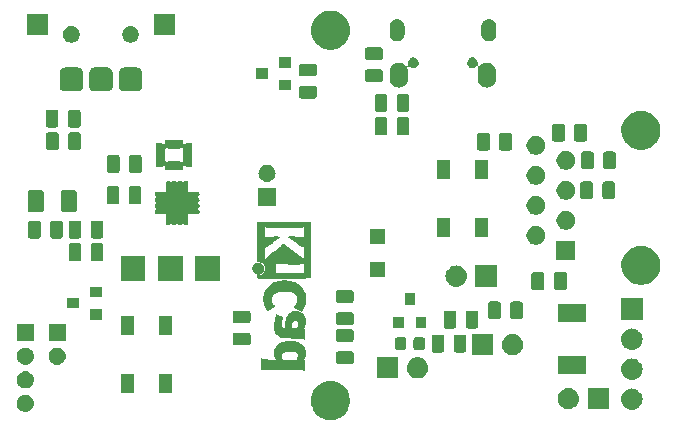
<source format=gbr>
G04 #@! TF.GenerationSoftware,KiCad,Pcbnew,5.0.2+dfsg1-1*
G04 #@! TF.CreationDate,2021-06-22T16:41:51+02:00*
G04 #@! TF.ProjectId,MainBoard,4d61696e-426f-4617-9264-2e6b69636164,rev?*
G04 #@! TF.SameCoordinates,Original*
G04 #@! TF.FileFunction,Soldermask,Bot*
G04 #@! TF.FilePolarity,Negative*
%FSLAX46Y46*%
G04 Gerber Fmt 4.6, Leading zero omitted, Abs format (unit mm)*
G04 Created by KiCad (PCBNEW 5.0.2+dfsg1-1) date Tue 22 Jun 2021 16:41:51 CEST*
%MOMM*%
%LPD*%
G01*
G04 APERTURE LIST*
%ADD10C,0.010000*%
%ADD11C,0.100000*%
G04 APERTURE END LIST*
D10*
G04 #@! TO.C,H3*
G36*
X84915854Y-100584000D02*
X85029793Y-100594865D01*
X85137416Y-100626482D01*
X85236415Y-100677385D01*
X85324484Y-100746107D01*
X85399316Y-100831181D01*
X85457184Y-100928168D01*
X85496805Y-101034436D01*
X85515373Y-101141450D01*
X85514234Y-101247100D01*
X85494730Y-101349275D01*
X85458206Y-101445866D01*
X85406005Y-101534762D01*
X85339473Y-101613854D01*
X85259952Y-101681031D01*
X85168787Y-101734183D01*
X85067323Y-101771201D01*
X84956902Y-101789973D01*
X84907006Y-101791911D01*
X84819067Y-101791911D01*
X84819067Y-101843840D01*
X84821911Y-101880147D01*
X84833711Y-101907045D01*
X84857449Y-101934151D01*
X84895831Y-101972533D01*
X87087402Y-101972533D01*
X87349539Y-101972524D01*
X87590041Y-101972492D01*
X87809848Y-101972428D01*
X88009901Y-101972324D01*
X88191144Y-101972173D01*
X88354516Y-101971966D01*
X88500960Y-101971694D01*
X88631417Y-101971350D01*
X88746829Y-101970926D01*
X88848138Y-101970413D01*
X88936284Y-101969803D01*
X89012210Y-101969088D01*
X89076857Y-101968260D01*
X89131167Y-101967311D01*
X89176080Y-101966233D01*
X89212540Y-101965017D01*
X89241487Y-101963655D01*
X89263863Y-101962139D01*
X89280609Y-101960462D01*
X89292668Y-101958614D01*
X89300980Y-101956587D01*
X89306487Y-101954375D01*
X89308337Y-101953292D01*
X89315349Y-101949129D01*
X89321796Y-101945595D01*
X89327700Y-101941765D01*
X89333086Y-101936718D01*
X89337978Y-101929529D01*
X89342398Y-101919277D01*
X89346372Y-101905036D01*
X89349921Y-101885886D01*
X89353070Y-101860901D01*
X89355842Y-101829160D01*
X89358261Y-101789738D01*
X89360351Y-101741714D01*
X89362135Y-101684163D01*
X89363637Y-101616163D01*
X89364880Y-101536790D01*
X89365889Y-101445121D01*
X89366685Y-101340234D01*
X89367294Y-101221204D01*
X89367739Y-101087110D01*
X89368043Y-100937027D01*
X89368230Y-100770033D01*
X89368324Y-100585204D01*
X89368348Y-100381617D01*
X89368325Y-100158350D01*
X89368280Y-99914478D01*
X89368237Y-99649079D01*
X89368232Y-99610696D01*
X89368189Y-99343718D01*
X89368118Y-99098398D01*
X89368013Y-98873817D01*
X89367866Y-98669055D01*
X89367669Y-98483194D01*
X89367416Y-98315312D01*
X89367100Y-98164492D01*
X89366713Y-98029813D01*
X89366247Y-97910356D01*
X89365697Y-97805201D01*
X89365053Y-97713429D01*
X89364311Y-97634121D01*
X89363461Y-97566357D01*
X89362497Y-97509218D01*
X89361411Y-97461783D01*
X89360197Y-97423134D01*
X89358847Y-97392351D01*
X89357355Y-97368515D01*
X89355711Y-97350706D01*
X89353911Y-97338005D01*
X89351945Y-97329492D01*
X89350277Y-97325134D01*
X89346706Y-97316672D01*
X89344070Y-97308903D01*
X89341434Y-97301798D01*
X89337862Y-97295327D01*
X89332421Y-97289461D01*
X89324175Y-97284171D01*
X89312190Y-97279426D01*
X89295531Y-97275198D01*
X89273263Y-97271457D01*
X89244452Y-97268173D01*
X89208163Y-97265317D01*
X89163461Y-97262860D01*
X89109411Y-97260771D01*
X89045079Y-97259022D01*
X88969530Y-97257583D01*
X88881830Y-97256424D01*
X88781043Y-97255517D01*
X88666234Y-97254831D01*
X88536470Y-97254337D01*
X88390815Y-97254005D01*
X88228335Y-97253807D01*
X88048095Y-97253713D01*
X87849160Y-97253692D01*
X87630596Y-97253715D01*
X87391468Y-97253754D01*
X87130840Y-97253778D01*
X87088689Y-97253778D01*
X86825792Y-97253764D01*
X86584532Y-97253739D01*
X86363965Y-97253729D01*
X86163152Y-97253758D01*
X85981149Y-97253852D01*
X85817016Y-97254038D01*
X85669811Y-97254341D01*
X85538592Y-97254786D01*
X85428667Y-97255366D01*
X85428667Y-97558203D01*
X85486511Y-97597993D01*
X85502279Y-97609164D01*
X85516241Y-97619234D01*
X85529584Y-97628262D01*
X85543493Y-97636303D01*
X85559156Y-97643414D01*
X85577758Y-97649653D01*
X85600486Y-97655075D01*
X85628527Y-97659738D01*
X85663067Y-97663699D01*
X85705292Y-97667015D01*
X85756389Y-97669741D01*
X85817544Y-97671936D01*
X85889944Y-97673655D01*
X85974775Y-97674956D01*
X86073222Y-97675895D01*
X86186474Y-97676530D01*
X86315716Y-97676916D01*
X86462134Y-97677112D01*
X86626916Y-97677173D01*
X86811247Y-97677157D01*
X87016313Y-97677120D01*
X87138933Y-97677111D01*
X87355882Y-97677135D01*
X87551442Y-97677169D01*
X87726799Y-97677157D01*
X87883141Y-97677042D01*
X88021657Y-97676770D01*
X88143534Y-97676282D01*
X88249960Y-97675524D01*
X88342122Y-97674438D01*
X88421209Y-97672969D01*
X88488408Y-97671060D01*
X88544907Y-97668656D01*
X88591893Y-97665699D01*
X88630555Y-97662134D01*
X88662080Y-97657905D01*
X88687655Y-97652954D01*
X88708470Y-97647227D01*
X88725711Y-97640667D01*
X88740565Y-97633217D01*
X88754222Y-97624821D01*
X88767869Y-97615424D01*
X88782693Y-97604968D01*
X88791583Y-97598877D01*
X88849200Y-97560104D01*
X88849200Y-98091668D01*
X88849165Y-98214917D01*
X88849015Y-98317413D01*
X88848678Y-98400980D01*
X88848086Y-98467444D01*
X88847167Y-98518629D01*
X88845851Y-98556359D01*
X88844069Y-98582460D01*
X88841751Y-98598756D01*
X88838826Y-98607072D01*
X88835224Y-98609232D01*
X88830875Y-98607061D01*
X88829445Y-98605865D01*
X88792373Y-98580715D01*
X88739572Y-98554817D01*
X88677570Y-98531208D01*
X88651157Y-98522939D01*
X88633216Y-98518322D01*
X88612155Y-98514421D01*
X88585889Y-98511152D01*
X88552332Y-98508434D01*
X88509399Y-98506185D01*
X88455004Y-98504323D01*
X88387062Y-98502764D01*
X88303488Y-98501428D01*
X88202195Y-98500231D01*
X88081100Y-98499092D01*
X88036400Y-98498715D01*
X87911249Y-98497698D01*
X87806882Y-98496940D01*
X87721507Y-98496497D01*
X87653333Y-98496430D01*
X87600565Y-98496795D01*
X87561414Y-98497652D01*
X87534085Y-98499059D01*
X87516786Y-98501075D01*
X87507726Y-98503757D01*
X87505112Y-98507164D01*
X87507151Y-98511356D01*
X87511467Y-98515829D01*
X87524402Y-98526184D01*
X87553476Y-98548242D01*
X87596559Y-98580443D01*
X87651518Y-98621226D01*
X87716223Y-98669030D01*
X87788542Y-98722295D01*
X87866344Y-98779460D01*
X87947498Y-98838963D01*
X88029872Y-98899245D01*
X88111336Y-98958745D01*
X88189757Y-99015902D01*
X88263004Y-99069155D01*
X88328947Y-99116943D01*
X88385454Y-99157707D01*
X88430393Y-99189884D01*
X88461634Y-99211915D01*
X88468266Y-99216483D01*
X88505169Y-99239404D01*
X88553159Y-99266212D01*
X88602697Y-99291611D01*
X88609377Y-99294832D01*
X88657572Y-99316510D01*
X88695134Y-99329096D01*
X88730960Y-99334826D01*
X88773000Y-99335944D01*
X88849200Y-99335310D01*
X88849200Y-100489749D01*
X88755469Y-100398585D01*
X88705575Y-100351788D01*
X88649095Y-100301501D01*
X88594826Y-100255456D01*
X88569473Y-100235031D01*
X88529928Y-100204593D01*
X88476716Y-100164538D01*
X88411467Y-100116039D01*
X88335811Y-100060265D01*
X88251377Y-99998389D01*
X88159794Y-99931581D01*
X88062692Y-99861013D01*
X87961701Y-99787855D01*
X87858450Y-99713279D01*
X87754568Y-99638456D01*
X87651685Y-99564557D01*
X87551431Y-99492754D01*
X87455436Y-99424216D01*
X87365327Y-99360116D01*
X87282736Y-99301625D01*
X87209292Y-99249914D01*
X87146624Y-99206153D01*
X87096361Y-99171515D01*
X87060134Y-99147170D01*
X87039571Y-99134289D01*
X87035468Y-99132531D01*
X87024142Y-99140490D01*
X86996962Y-99161285D01*
X86955629Y-99193553D01*
X86901844Y-99235930D01*
X86837306Y-99287053D01*
X86763718Y-99345559D01*
X86682778Y-99410086D01*
X86596188Y-99479269D01*
X86505648Y-99551747D01*
X86412860Y-99626154D01*
X86338502Y-99685883D01*
X86338502Y-100696889D01*
X86351459Y-100702798D01*
X86373708Y-100717128D01*
X86375191Y-100718175D01*
X86405344Y-100736962D01*
X86442175Y-100756609D01*
X86450311Y-100760508D01*
X86458740Y-100764044D01*
X86468859Y-100767170D01*
X86482060Y-100769914D01*
X86499738Y-100772308D01*
X86523284Y-100774381D01*
X86554093Y-100776165D01*
X86593557Y-100777688D01*
X86643069Y-100778981D01*
X86704023Y-100780074D01*
X86777811Y-100780997D01*
X86865828Y-100781781D01*
X86969465Y-100782455D01*
X87090116Y-100783050D01*
X87229174Y-100783595D01*
X87388032Y-100784121D01*
X87566889Y-100784655D01*
X87752007Y-100785194D01*
X87915945Y-100785628D01*
X88060103Y-100785891D01*
X88185879Y-100785916D01*
X88294671Y-100785635D01*
X88387877Y-100784981D01*
X88466897Y-100783886D01*
X88533128Y-100782282D01*
X88587970Y-100780103D01*
X88632821Y-100777281D01*
X88669078Y-100773749D01*
X88698141Y-100769439D01*
X88721409Y-100764283D01*
X88740279Y-100758215D01*
X88756151Y-100751167D01*
X88770422Y-100743071D01*
X88784491Y-100733860D01*
X88796958Y-100725360D01*
X88823252Y-100708224D01*
X88840837Y-100698078D01*
X88844057Y-100696889D01*
X88845134Y-100707796D01*
X88846135Y-100738989D01*
X88847035Y-100788177D01*
X88847810Y-100853067D01*
X88848437Y-100931370D01*
X88848891Y-101020793D01*
X88849149Y-101119044D01*
X88849200Y-101187955D01*
X88848980Y-101292948D01*
X88848348Y-101389790D01*
X88847349Y-101476293D01*
X88846027Y-101550268D01*
X88844426Y-101609526D01*
X88842591Y-101651880D01*
X88840565Y-101675140D01*
X88839293Y-101679022D01*
X88824391Y-101671324D01*
X88816360Y-101663326D01*
X88799234Y-101650154D01*
X88768983Y-101632915D01*
X88744422Y-101620993D01*
X88685511Y-101594355D01*
X87508645Y-101591280D01*
X86331778Y-101588205D01*
X86331778Y-101142547D01*
X86331942Y-101044730D01*
X86332411Y-100954336D01*
X86333147Y-100873770D01*
X86334116Y-100805438D01*
X86335280Y-100751744D01*
X86336603Y-100715095D01*
X86338049Y-100697896D01*
X86338502Y-100696889D01*
X86338502Y-99685883D01*
X86319522Y-99701130D01*
X86227337Y-99775310D01*
X86138004Y-99847331D01*
X86053224Y-99915831D01*
X85974698Y-99979445D01*
X85904126Y-100036812D01*
X85843209Y-100086567D01*
X85793647Y-100127348D01*
X85772978Y-100144512D01*
X85672316Y-100230804D01*
X85589059Y-100307403D01*
X85521238Y-100376217D01*
X85466889Y-100439152D01*
X85459522Y-100448533D01*
X85428917Y-100488044D01*
X85428667Y-99356284D01*
X85476644Y-99361573D01*
X85533988Y-99358270D01*
X85602263Y-99336739D01*
X85682012Y-99296765D01*
X85754295Y-99251457D01*
X85776940Y-99235239D01*
X85814496Y-99207186D01*
X85864821Y-99168970D01*
X85925773Y-99122263D01*
X85995211Y-99068739D01*
X86070994Y-99010069D01*
X86150980Y-98947925D01*
X86233028Y-98883979D01*
X86314996Y-98819905D01*
X86394743Y-98757373D01*
X86470127Y-98698057D01*
X86539007Y-98643629D01*
X86599242Y-98595761D01*
X86648689Y-98556125D01*
X86685208Y-98526394D01*
X86706658Y-98508239D01*
X86709956Y-98505180D01*
X86701949Y-98502321D01*
X86671655Y-98500107D01*
X86619356Y-98498543D01*
X86545331Y-98497633D01*
X86449863Y-98497380D01*
X86333234Y-98497787D01*
X86213245Y-98498696D01*
X86081133Y-98500018D01*
X85969394Y-98501543D01*
X85875825Y-98503519D01*
X85798219Y-98506194D01*
X85734374Y-98509818D01*
X85682083Y-98514639D01*
X85639144Y-98520906D01*
X85603351Y-98528868D01*
X85572500Y-98538773D01*
X85544386Y-98550869D01*
X85516805Y-98565407D01*
X85491766Y-98580089D01*
X85428667Y-98618086D01*
X85428667Y-97558203D01*
X85428667Y-97255366D01*
X85422417Y-97255399D01*
X85320344Y-97256205D01*
X85231433Y-97257230D01*
X85154741Y-97258500D01*
X85089327Y-97260040D01*
X85034249Y-97261876D01*
X84988565Y-97264033D01*
X84951334Y-97266537D01*
X84921613Y-97269413D01*
X84898462Y-97272687D01*
X84880939Y-97276385D01*
X84868101Y-97280531D01*
X84859008Y-97285153D01*
X84852718Y-97290274D01*
X84848288Y-97295922D01*
X84844778Y-97302121D01*
X84841245Y-97308896D01*
X84837676Y-97314892D01*
X84835100Y-97320125D01*
X84832772Y-97328301D01*
X84830678Y-97340514D01*
X84828807Y-97357859D01*
X84827147Y-97381431D01*
X84825684Y-97412323D01*
X84824408Y-97451632D01*
X84823304Y-97500450D01*
X84822361Y-97559873D01*
X84821567Y-97630996D01*
X84820909Y-97714912D01*
X84820375Y-97812717D01*
X84819953Y-97925506D01*
X84819629Y-98054371D01*
X84819392Y-98200409D01*
X84819230Y-98364714D01*
X84819130Y-98548380D01*
X84819080Y-98752503D01*
X84819067Y-98963647D01*
X84819067Y-100584000D01*
X84915854Y-100584000D01*
X84915854Y-100584000D01*
G37*
X84915854Y-100584000D02*
X85029793Y-100594865D01*
X85137416Y-100626482D01*
X85236415Y-100677385D01*
X85324484Y-100746107D01*
X85399316Y-100831181D01*
X85457184Y-100928168D01*
X85496805Y-101034436D01*
X85515373Y-101141450D01*
X85514234Y-101247100D01*
X85494730Y-101349275D01*
X85458206Y-101445866D01*
X85406005Y-101534762D01*
X85339473Y-101613854D01*
X85259952Y-101681031D01*
X85168787Y-101734183D01*
X85067323Y-101771201D01*
X84956902Y-101789973D01*
X84907006Y-101791911D01*
X84819067Y-101791911D01*
X84819067Y-101843840D01*
X84821911Y-101880147D01*
X84833711Y-101907045D01*
X84857449Y-101934151D01*
X84895831Y-101972533D01*
X87087402Y-101972533D01*
X87349539Y-101972524D01*
X87590041Y-101972492D01*
X87809848Y-101972428D01*
X88009901Y-101972324D01*
X88191144Y-101972173D01*
X88354516Y-101971966D01*
X88500960Y-101971694D01*
X88631417Y-101971350D01*
X88746829Y-101970926D01*
X88848138Y-101970413D01*
X88936284Y-101969803D01*
X89012210Y-101969088D01*
X89076857Y-101968260D01*
X89131167Y-101967311D01*
X89176080Y-101966233D01*
X89212540Y-101965017D01*
X89241487Y-101963655D01*
X89263863Y-101962139D01*
X89280609Y-101960462D01*
X89292668Y-101958614D01*
X89300980Y-101956587D01*
X89306487Y-101954375D01*
X89308337Y-101953292D01*
X89315349Y-101949129D01*
X89321796Y-101945595D01*
X89327700Y-101941765D01*
X89333086Y-101936718D01*
X89337978Y-101929529D01*
X89342398Y-101919277D01*
X89346372Y-101905036D01*
X89349921Y-101885886D01*
X89353070Y-101860901D01*
X89355842Y-101829160D01*
X89358261Y-101789738D01*
X89360351Y-101741714D01*
X89362135Y-101684163D01*
X89363637Y-101616163D01*
X89364880Y-101536790D01*
X89365889Y-101445121D01*
X89366685Y-101340234D01*
X89367294Y-101221204D01*
X89367739Y-101087110D01*
X89368043Y-100937027D01*
X89368230Y-100770033D01*
X89368324Y-100585204D01*
X89368348Y-100381617D01*
X89368325Y-100158350D01*
X89368280Y-99914478D01*
X89368237Y-99649079D01*
X89368232Y-99610696D01*
X89368189Y-99343718D01*
X89368118Y-99098398D01*
X89368013Y-98873817D01*
X89367866Y-98669055D01*
X89367669Y-98483194D01*
X89367416Y-98315312D01*
X89367100Y-98164492D01*
X89366713Y-98029813D01*
X89366247Y-97910356D01*
X89365697Y-97805201D01*
X89365053Y-97713429D01*
X89364311Y-97634121D01*
X89363461Y-97566357D01*
X89362497Y-97509218D01*
X89361411Y-97461783D01*
X89360197Y-97423134D01*
X89358847Y-97392351D01*
X89357355Y-97368515D01*
X89355711Y-97350706D01*
X89353911Y-97338005D01*
X89351945Y-97329492D01*
X89350277Y-97325134D01*
X89346706Y-97316672D01*
X89344070Y-97308903D01*
X89341434Y-97301798D01*
X89337862Y-97295327D01*
X89332421Y-97289461D01*
X89324175Y-97284171D01*
X89312190Y-97279426D01*
X89295531Y-97275198D01*
X89273263Y-97271457D01*
X89244452Y-97268173D01*
X89208163Y-97265317D01*
X89163461Y-97262860D01*
X89109411Y-97260771D01*
X89045079Y-97259022D01*
X88969530Y-97257583D01*
X88881830Y-97256424D01*
X88781043Y-97255517D01*
X88666234Y-97254831D01*
X88536470Y-97254337D01*
X88390815Y-97254005D01*
X88228335Y-97253807D01*
X88048095Y-97253713D01*
X87849160Y-97253692D01*
X87630596Y-97253715D01*
X87391468Y-97253754D01*
X87130840Y-97253778D01*
X87088689Y-97253778D01*
X86825792Y-97253764D01*
X86584532Y-97253739D01*
X86363965Y-97253729D01*
X86163152Y-97253758D01*
X85981149Y-97253852D01*
X85817016Y-97254038D01*
X85669811Y-97254341D01*
X85538592Y-97254786D01*
X85428667Y-97255366D01*
X85428667Y-97558203D01*
X85486511Y-97597993D01*
X85502279Y-97609164D01*
X85516241Y-97619234D01*
X85529584Y-97628262D01*
X85543493Y-97636303D01*
X85559156Y-97643414D01*
X85577758Y-97649653D01*
X85600486Y-97655075D01*
X85628527Y-97659738D01*
X85663067Y-97663699D01*
X85705292Y-97667015D01*
X85756389Y-97669741D01*
X85817544Y-97671936D01*
X85889944Y-97673655D01*
X85974775Y-97674956D01*
X86073222Y-97675895D01*
X86186474Y-97676530D01*
X86315716Y-97676916D01*
X86462134Y-97677112D01*
X86626916Y-97677173D01*
X86811247Y-97677157D01*
X87016313Y-97677120D01*
X87138933Y-97677111D01*
X87355882Y-97677135D01*
X87551442Y-97677169D01*
X87726799Y-97677157D01*
X87883141Y-97677042D01*
X88021657Y-97676770D01*
X88143534Y-97676282D01*
X88249960Y-97675524D01*
X88342122Y-97674438D01*
X88421209Y-97672969D01*
X88488408Y-97671060D01*
X88544907Y-97668656D01*
X88591893Y-97665699D01*
X88630555Y-97662134D01*
X88662080Y-97657905D01*
X88687655Y-97652954D01*
X88708470Y-97647227D01*
X88725711Y-97640667D01*
X88740565Y-97633217D01*
X88754222Y-97624821D01*
X88767869Y-97615424D01*
X88782693Y-97604968D01*
X88791583Y-97598877D01*
X88849200Y-97560104D01*
X88849200Y-98091668D01*
X88849165Y-98214917D01*
X88849015Y-98317413D01*
X88848678Y-98400980D01*
X88848086Y-98467444D01*
X88847167Y-98518629D01*
X88845851Y-98556359D01*
X88844069Y-98582460D01*
X88841751Y-98598756D01*
X88838826Y-98607072D01*
X88835224Y-98609232D01*
X88830875Y-98607061D01*
X88829445Y-98605865D01*
X88792373Y-98580715D01*
X88739572Y-98554817D01*
X88677570Y-98531208D01*
X88651157Y-98522939D01*
X88633216Y-98518322D01*
X88612155Y-98514421D01*
X88585889Y-98511152D01*
X88552332Y-98508434D01*
X88509399Y-98506185D01*
X88455004Y-98504323D01*
X88387062Y-98502764D01*
X88303488Y-98501428D01*
X88202195Y-98500231D01*
X88081100Y-98499092D01*
X88036400Y-98498715D01*
X87911249Y-98497698D01*
X87806882Y-98496940D01*
X87721507Y-98496497D01*
X87653333Y-98496430D01*
X87600565Y-98496795D01*
X87561414Y-98497652D01*
X87534085Y-98499059D01*
X87516786Y-98501075D01*
X87507726Y-98503757D01*
X87505112Y-98507164D01*
X87507151Y-98511356D01*
X87511467Y-98515829D01*
X87524402Y-98526184D01*
X87553476Y-98548242D01*
X87596559Y-98580443D01*
X87651518Y-98621226D01*
X87716223Y-98669030D01*
X87788542Y-98722295D01*
X87866344Y-98779460D01*
X87947498Y-98838963D01*
X88029872Y-98899245D01*
X88111336Y-98958745D01*
X88189757Y-99015902D01*
X88263004Y-99069155D01*
X88328947Y-99116943D01*
X88385454Y-99157707D01*
X88430393Y-99189884D01*
X88461634Y-99211915D01*
X88468266Y-99216483D01*
X88505169Y-99239404D01*
X88553159Y-99266212D01*
X88602697Y-99291611D01*
X88609377Y-99294832D01*
X88657572Y-99316510D01*
X88695134Y-99329096D01*
X88730960Y-99334826D01*
X88773000Y-99335944D01*
X88849200Y-99335310D01*
X88849200Y-100489749D01*
X88755469Y-100398585D01*
X88705575Y-100351788D01*
X88649095Y-100301501D01*
X88594826Y-100255456D01*
X88569473Y-100235031D01*
X88529928Y-100204593D01*
X88476716Y-100164538D01*
X88411467Y-100116039D01*
X88335811Y-100060265D01*
X88251377Y-99998389D01*
X88159794Y-99931581D01*
X88062692Y-99861013D01*
X87961701Y-99787855D01*
X87858450Y-99713279D01*
X87754568Y-99638456D01*
X87651685Y-99564557D01*
X87551431Y-99492754D01*
X87455436Y-99424216D01*
X87365327Y-99360116D01*
X87282736Y-99301625D01*
X87209292Y-99249914D01*
X87146624Y-99206153D01*
X87096361Y-99171515D01*
X87060134Y-99147170D01*
X87039571Y-99134289D01*
X87035468Y-99132531D01*
X87024142Y-99140490D01*
X86996962Y-99161285D01*
X86955629Y-99193553D01*
X86901844Y-99235930D01*
X86837306Y-99287053D01*
X86763718Y-99345559D01*
X86682778Y-99410086D01*
X86596188Y-99479269D01*
X86505648Y-99551747D01*
X86412860Y-99626154D01*
X86338502Y-99685883D01*
X86338502Y-100696889D01*
X86351459Y-100702798D01*
X86373708Y-100717128D01*
X86375191Y-100718175D01*
X86405344Y-100736962D01*
X86442175Y-100756609D01*
X86450311Y-100760508D01*
X86458740Y-100764044D01*
X86468859Y-100767170D01*
X86482060Y-100769914D01*
X86499738Y-100772308D01*
X86523284Y-100774381D01*
X86554093Y-100776165D01*
X86593557Y-100777688D01*
X86643069Y-100778981D01*
X86704023Y-100780074D01*
X86777811Y-100780997D01*
X86865828Y-100781781D01*
X86969465Y-100782455D01*
X87090116Y-100783050D01*
X87229174Y-100783595D01*
X87388032Y-100784121D01*
X87566889Y-100784655D01*
X87752007Y-100785194D01*
X87915945Y-100785628D01*
X88060103Y-100785891D01*
X88185879Y-100785916D01*
X88294671Y-100785635D01*
X88387877Y-100784981D01*
X88466897Y-100783886D01*
X88533128Y-100782282D01*
X88587970Y-100780103D01*
X88632821Y-100777281D01*
X88669078Y-100773749D01*
X88698141Y-100769439D01*
X88721409Y-100764283D01*
X88740279Y-100758215D01*
X88756151Y-100751167D01*
X88770422Y-100743071D01*
X88784491Y-100733860D01*
X88796958Y-100725360D01*
X88823252Y-100708224D01*
X88840837Y-100698078D01*
X88844057Y-100696889D01*
X88845134Y-100707796D01*
X88846135Y-100738989D01*
X88847035Y-100788177D01*
X88847810Y-100853067D01*
X88848437Y-100931370D01*
X88848891Y-101020793D01*
X88849149Y-101119044D01*
X88849200Y-101187955D01*
X88848980Y-101292948D01*
X88848348Y-101389790D01*
X88847349Y-101476293D01*
X88846027Y-101550268D01*
X88844426Y-101609526D01*
X88842591Y-101651880D01*
X88840565Y-101675140D01*
X88839293Y-101679022D01*
X88824391Y-101671324D01*
X88816360Y-101663326D01*
X88799234Y-101650154D01*
X88768983Y-101632915D01*
X88744422Y-101620993D01*
X88685511Y-101594355D01*
X87508645Y-101591280D01*
X86331778Y-101588205D01*
X86331778Y-101142547D01*
X86331942Y-101044730D01*
X86332411Y-100954336D01*
X86333147Y-100873770D01*
X86334116Y-100805438D01*
X86335280Y-100751744D01*
X86336603Y-100715095D01*
X86338049Y-100697896D01*
X86338502Y-100696889D01*
X86338502Y-99685883D01*
X86319522Y-99701130D01*
X86227337Y-99775310D01*
X86138004Y-99847331D01*
X86053224Y-99915831D01*
X85974698Y-99979445D01*
X85904126Y-100036812D01*
X85843209Y-100086567D01*
X85793647Y-100127348D01*
X85772978Y-100144512D01*
X85672316Y-100230804D01*
X85589059Y-100307403D01*
X85521238Y-100376217D01*
X85466889Y-100439152D01*
X85459522Y-100448533D01*
X85428917Y-100488044D01*
X85428667Y-99356284D01*
X85476644Y-99361573D01*
X85533988Y-99358270D01*
X85602263Y-99336739D01*
X85682012Y-99296765D01*
X85754295Y-99251457D01*
X85776940Y-99235239D01*
X85814496Y-99207186D01*
X85864821Y-99168970D01*
X85925773Y-99122263D01*
X85995211Y-99068739D01*
X86070994Y-99010069D01*
X86150980Y-98947925D01*
X86233028Y-98883979D01*
X86314996Y-98819905D01*
X86394743Y-98757373D01*
X86470127Y-98698057D01*
X86539007Y-98643629D01*
X86599242Y-98595761D01*
X86648689Y-98556125D01*
X86685208Y-98526394D01*
X86706658Y-98508239D01*
X86709956Y-98505180D01*
X86701949Y-98502321D01*
X86671655Y-98500107D01*
X86619356Y-98498543D01*
X86545331Y-98497633D01*
X86449863Y-98497380D01*
X86333234Y-98497787D01*
X86213245Y-98498696D01*
X86081133Y-98500018D01*
X85969394Y-98501543D01*
X85875825Y-98503519D01*
X85798219Y-98506194D01*
X85734374Y-98509818D01*
X85682083Y-98514639D01*
X85639144Y-98520906D01*
X85603351Y-98528868D01*
X85572500Y-98538773D01*
X85544386Y-98550869D01*
X85516805Y-98565407D01*
X85491766Y-98580089D01*
X85428667Y-98618086D01*
X85428667Y-97558203D01*
X85428667Y-97255366D01*
X85422417Y-97255399D01*
X85320344Y-97256205D01*
X85231433Y-97257230D01*
X85154741Y-97258500D01*
X85089327Y-97260040D01*
X85034249Y-97261876D01*
X84988565Y-97264033D01*
X84951334Y-97266537D01*
X84921613Y-97269413D01*
X84898462Y-97272687D01*
X84880939Y-97276385D01*
X84868101Y-97280531D01*
X84859008Y-97285153D01*
X84852718Y-97290274D01*
X84848288Y-97295922D01*
X84844778Y-97302121D01*
X84841245Y-97308896D01*
X84837676Y-97314892D01*
X84835100Y-97320125D01*
X84832772Y-97328301D01*
X84830678Y-97340514D01*
X84828807Y-97357859D01*
X84827147Y-97381431D01*
X84825684Y-97412323D01*
X84824408Y-97451632D01*
X84823304Y-97500450D01*
X84822361Y-97559873D01*
X84821567Y-97630996D01*
X84820909Y-97714912D01*
X84820375Y-97812717D01*
X84819953Y-97925506D01*
X84819629Y-98054371D01*
X84819392Y-98200409D01*
X84819230Y-98364714D01*
X84819130Y-98548380D01*
X84819080Y-98752503D01*
X84819067Y-98963647D01*
X84819067Y-100584000D01*
X84915854Y-100584000D01*
G36*
X85375871Y-103858829D02*
X85397045Y-104018970D01*
X85437185Y-104182910D01*
X85496689Y-104352713D01*
X85575954Y-104530443D01*
X85581499Y-104541710D01*
X85609525Y-104599405D01*
X85633602Y-104650952D01*
X85652049Y-104692591D01*
X85663186Y-104720562D01*
X85665733Y-104730133D01*
X85670741Y-104749350D01*
X85674947Y-104753961D01*
X85685380Y-104748858D01*
X85711668Y-104732818D01*
X85751057Y-104707688D01*
X85800791Y-104675314D01*
X85858115Y-104637543D01*
X85920276Y-104596222D01*
X85984518Y-104553198D01*
X86048085Y-104510317D01*
X86108225Y-104469426D01*
X86162180Y-104432371D01*
X86207197Y-104401000D01*
X86240521Y-104377159D01*
X86259397Y-104362694D01*
X86261587Y-104360709D01*
X86256938Y-104350591D01*
X86239762Y-104328250D01*
X86213240Y-104297680D01*
X86198764Y-104281936D01*
X86123482Y-104185447D01*
X86068041Y-104078736D01*
X86032941Y-103963232D01*
X86018680Y-103840362D01*
X86019851Y-103770961D01*
X86037012Y-103649823D01*
X86072894Y-103540605D01*
X86127759Y-103442982D01*
X86201870Y-103356628D01*
X86295488Y-103281215D01*
X86408876Y-103216418D01*
X86495467Y-103179001D01*
X86631166Y-103135148D01*
X86778650Y-103102828D01*
X86934114Y-103081957D01*
X87093756Y-103072451D01*
X87253773Y-103074227D01*
X87410361Y-103087203D01*
X87559718Y-103111294D01*
X87698040Y-103146418D01*
X87821524Y-103192492D01*
X87855778Y-103208773D01*
X87969864Y-103277020D01*
X88066357Y-103357479D01*
X88144470Y-103448970D01*
X88203417Y-103550311D01*
X88242412Y-103660320D01*
X88260668Y-103777815D01*
X88262011Y-103819283D01*
X88251090Y-103940841D01*
X88218274Y-104061278D01*
X88164239Y-104179066D01*
X88089665Y-104292677D01*
X88011339Y-104384085D01*
X87966808Y-104430615D01*
X88264071Y-104611883D01*
X88338233Y-104656980D01*
X88406446Y-104698219D01*
X88466259Y-104734135D01*
X88515220Y-104763266D01*
X88550879Y-104784150D01*
X88570784Y-104795324D01*
X88573879Y-104796775D01*
X88583518Y-104788546D01*
X88600799Y-104762967D01*
X88624083Y-104723273D01*
X88651734Y-104672697D01*
X88682115Y-104614474D01*
X88713590Y-104551837D01*
X88744522Y-104488021D01*
X88773273Y-104426260D01*
X88798208Y-104369788D01*
X88817689Y-104321838D01*
X88826118Y-104298386D01*
X88863933Y-104164621D01*
X88888936Y-104026727D01*
X88901940Y-103879022D01*
X88904268Y-103752233D01*
X88903173Y-103684278D01*
X88901075Y-103618677D01*
X88898234Y-103561247D01*
X88894906Y-103517803D01*
X88893222Y-103503698D01*
X88864387Y-103364684D01*
X88819268Y-103223157D01*
X88760550Y-103085675D01*
X88690920Y-102958794D01*
X88638241Y-102881289D01*
X88530039Y-102753881D01*
X88403471Y-102635578D01*
X88261666Y-102528572D01*
X88107751Y-102435052D01*
X87944853Y-102357210D01*
X87827556Y-102313356D01*
X87643928Y-102263108D01*
X87449381Y-102229609D01*
X87248125Y-102212849D01*
X87044368Y-102212816D01*
X86842321Y-102229501D01*
X86646192Y-102262893D01*
X86460191Y-102312980D01*
X86448603Y-102316797D01*
X86286550Y-102379681D01*
X86138632Y-102456428D01*
X86000665Y-102549642D01*
X85868461Y-102661927D01*
X85823199Y-102705792D01*
X85699257Y-102841934D01*
X85596715Y-102981891D01*
X85514456Y-103127811D01*
X85451364Y-103281842D01*
X85406323Y-103446132D01*
X85388833Y-103541689D01*
X85373266Y-103700423D01*
X85375871Y-103858829D01*
X85375871Y-103858829D01*
G37*
X85375871Y-103858829D02*
X85397045Y-104018970D01*
X85437185Y-104182910D01*
X85496689Y-104352713D01*
X85575954Y-104530443D01*
X85581499Y-104541710D01*
X85609525Y-104599405D01*
X85633602Y-104650952D01*
X85652049Y-104692591D01*
X85663186Y-104720562D01*
X85665733Y-104730133D01*
X85670741Y-104749350D01*
X85674947Y-104753961D01*
X85685380Y-104748858D01*
X85711668Y-104732818D01*
X85751057Y-104707688D01*
X85800791Y-104675314D01*
X85858115Y-104637543D01*
X85920276Y-104596222D01*
X85984518Y-104553198D01*
X86048085Y-104510317D01*
X86108225Y-104469426D01*
X86162180Y-104432371D01*
X86207197Y-104401000D01*
X86240521Y-104377159D01*
X86259397Y-104362694D01*
X86261587Y-104360709D01*
X86256938Y-104350591D01*
X86239762Y-104328250D01*
X86213240Y-104297680D01*
X86198764Y-104281936D01*
X86123482Y-104185447D01*
X86068041Y-104078736D01*
X86032941Y-103963232D01*
X86018680Y-103840362D01*
X86019851Y-103770961D01*
X86037012Y-103649823D01*
X86072894Y-103540605D01*
X86127759Y-103442982D01*
X86201870Y-103356628D01*
X86295488Y-103281215D01*
X86408876Y-103216418D01*
X86495467Y-103179001D01*
X86631166Y-103135148D01*
X86778650Y-103102828D01*
X86934114Y-103081957D01*
X87093756Y-103072451D01*
X87253773Y-103074227D01*
X87410361Y-103087203D01*
X87559718Y-103111294D01*
X87698040Y-103146418D01*
X87821524Y-103192492D01*
X87855778Y-103208773D01*
X87969864Y-103277020D01*
X88066357Y-103357479D01*
X88144470Y-103448970D01*
X88203417Y-103550311D01*
X88242412Y-103660320D01*
X88260668Y-103777815D01*
X88262011Y-103819283D01*
X88251090Y-103940841D01*
X88218274Y-104061278D01*
X88164239Y-104179066D01*
X88089665Y-104292677D01*
X88011339Y-104384085D01*
X87966808Y-104430615D01*
X88264071Y-104611883D01*
X88338233Y-104656980D01*
X88406446Y-104698219D01*
X88466259Y-104734135D01*
X88515220Y-104763266D01*
X88550879Y-104784150D01*
X88570784Y-104795324D01*
X88573879Y-104796775D01*
X88583518Y-104788546D01*
X88600799Y-104762967D01*
X88624083Y-104723273D01*
X88651734Y-104672697D01*
X88682115Y-104614474D01*
X88713590Y-104551837D01*
X88744522Y-104488021D01*
X88773273Y-104426260D01*
X88798208Y-104369788D01*
X88817689Y-104321838D01*
X88826118Y-104298386D01*
X88863933Y-104164621D01*
X88888936Y-104026727D01*
X88901940Y-103879022D01*
X88904268Y-103752233D01*
X88903173Y-103684278D01*
X88901075Y-103618677D01*
X88898234Y-103561247D01*
X88894906Y-103517803D01*
X88893222Y-103503698D01*
X88864387Y-103364684D01*
X88819268Y-103223157D01*
X88760550Y-103085675D01*
X88690920Y-102958794D01*
X88638241Y-102881289D01*
X88530039Y-102753881D01*
X88403471Y-102635578D01*
X88261666Y-102528572D01*
X88107751Y-102435052D01*
X87944853Y-102357210D01*
X87827556Y-102313356D01*
X87643928Y-102263108D01*
X87449381Y-102229609D01*
X87248125Y-102212849D01*
X87044368Y-102212816D01*
X86842321Y-102229501D01*
X86646192Y-102262893D01*
X86460191Y-102312980D01*
X86448603Y-102316797D01*
X86286550Y-102379681D01*
X86138632Y-102456428D01*
X86000665Y-102549642D01*
X85868461Y-102661927D01*
X85823199Y-102705792D01*
X85699257Y-102841934D01*
X85596715Y-102981891D01*
X85514456Y-103127811D01*
X85451364Y-103281842D01*
X85406323Y-103446132D01*
X85388833Y-103541689D01*
X85373266Y-103700423D01*
X85375871Y-103858829D01*
G36*
X86293352Y-106203974D02*
X86313367Y-106355892D01*
X86347002Y-106491156D01*
X86394525Y-106610639D01*
X86456205Y-106715215D01*
X86519765Y-106792824D01*
X86593899Y-106861665D01*
X86673671Y-106915406D01*
X86765891Y-106958310D01*
X86808961Y-106973784D01*
X86847942Y-106986644D01*
X86884089Y-106997846D01*
X86919234Y-107007520D01*
X86955210Y-107015796D01*
X86993850Y-107022803D01*
X87036985Y-107028672D01*
X87086449Y-107033531D01*
X87144073Y-107037510D01*
X87211691Y-107040740D01*
X87291134Y-107043349D01*
X87384236Y-107045467D01*
X87492827Y-107047224D01*
X87618742Y-107048749D01*
X87763812Y-107050172D01*
X87906578Y-107051425D01*
X88062768Y-107052751D01*
X88198039Y-107053956D01*
X88314046Y-107055166D01*
X88412445Y-107056506D01*
X88494893Y-107058100D01*
X88563046Y-107060075D01*
X88618560Y-107062556D01*
X88663092Y-107065669D01*
X88698298Y-107069538D01*
X88725834Y-107074289D01*
X88747356Y-107080048D01*
X88764522Y-107086939D01*
X88778986Y-107095089D01*
X88792406Y-107104623D01*
X88806438Y-107115666D01*
X88811871Y-107119966D01*
X88834710Y-107135786D01*
X88850263Y-107142822D01*
X88850722Y-107142844D01*
X88852921Y-107131967D01*
X88854947Y-107100982D01*
X88856742Y-107052357D01*
X88858251Y-106988563D01*
X88859416Y-106912069D01*
X88860180Y-106825344D01*
X88860486Y-106730857D01*
X88860489Y-106719950D01*
X88860489Y-106297057D01*
X88764422Y-106293795D01*
X88668356Y-106290533D01*
X88719343Y-106228444D01*
X88786857Y-106131114D01*
X88841549Y-106021213D01*
X88871778Y-105934749D01*
X88886466Y-105865678D01*
X88896459Y-105782325D01*
X88901446Y-105692559D01*
X88901113Y-105604245D01*
X88895151Y-105525251D01*
X88889438Y-105489022D01*
X88851576Y-105349003D01*
X88796732Y-105222578D01*
X88725724Y-105110660D01*
X88639368Y-105014162D01*
X88538479Y-104934000D01*
X88423876Y-104871087D01*
X88297784Y-104826712D01*
X88241201Y-104814378D01*
X88179002Y-104806768D01*
X88104163Y-104803139D01*
X88070267Y-104802645D01*
X88067082Y-104802710D01*
X88067082Y-105562648D01*
X88142133Y-105571941D01*
X88205960Y-105600128D01*
X88261598Y-105648597D01*
X88266011Y-105653654D01*
X88300837Y-105701948D01*
X88323420Y-105753657D01*
X88335340Y-105814389D01*
X88338183Y-105889752D01*
X88337778Y-105907859D01*
X88335125Y-105961678D01*
X88329709Y-106001708D01*
X88319545Y-106036724D01*
X88302650Y-106075503D01*
X88297472Y-106086145D01*
X88261644Y-106146796D01*
X88219012Y-106193615D01*
X88203773Y-106206352D01*
X88147262Y-106251022D01*
X87951386Y-106251022D01*
X87872739Y-106250486D01*
X87814788Y-106248796D01*
X87775675Y-106245828D01*
X87753541Y-106241457D01*
X87747074Y-106237372D01*
X87743911Y-106221447D01*
X87741288Y-106187664D01*
X87739455Y-106140740D01*
X87738657Y-106085393D01*
X87738642Y-106076506D01*
X87743896Y-105955730D01*
X87760063Y-105853060D01*
X87787761Y-105766506D01*
X87827608Y-105694081D01*
X87874558Y-105639151D01*
X87932445Y-105594604D01*
X87995493Y-105569880D01*
X88067082Y-105562648D01*
X88067082Y-104802710D01*
X87976512Y-104804578D01*
X87897612Y-104812922D01*
X87826390Y-104829168D01*
X87755664Y-104854805D01*
X87703293Y-104878801D01*
X87607996Y-104937420D01*
X87519970Y-105015517D01*
X87440817Y-105110715D01*
X87372140Y-105220638D01*
X87315541Y-105342910D01*
X87272621Y-105475155D01*
X87257682Y-105539822D01*
X87235577Y-105676004D01*
X87220994Y-105824449D01*
X87214613Y-105975905D01*
X87216245Y-106102464D01*
X87223024Y-106264350D01*
X87164045Y-106256930D01*
X87064892Y-106237638D01*
X86984172Y-106206504D01*
X86921266Y-106162669D01*
X86875556Y-106105271D01*
X86846422Y-106033448D01*
X86833247Y-105946341D01*
X86835411Y-105843086D01*
X86839412Y-105805111D01*
X86864580Y-105663920D01*
X86905614Y-105527107D01*
X86943615Y-105432578D01*
X86962990Y-105387418D01*
X86978560Y-105348985D01*
X86988205Y-105322634D01*
X86990252Y-105314946D01*
X86981174Y-105305202D01*
X86952205Y-105288483D01*
X86903017Y-105264632D01*
X86833284Y-105233493D01*
X86742679Y-105194907D01*
X86726889Y-105188310D01*
X86654572Y-105158253D01*
X86589225Y-105131274D01*
X86533706Y-105108536D01*
X86490872Y-105091206D01*
X86463581Y-105080448D01*
X86454742Y-105077341D01*
X86449987Y-105087340D01*
X86444710Y-105113617D01*
X86441031Y-105141889D01*
X86436274Y-105172046D01*
X86426828Y-105219833D01*
X86413620Y-105281012D01*
X86397576Y-105351346D01*
X86379620Y-105426594D01*
X86372597Y-105455155D01*
X86347009Y-105560216D01*
X86326947Y-105647880D01*
X86311769Y-105722468D01*
X86300835Y-105788303D01*
X86293504Y-105849707D01*
X86289135Y-105911002D01*
X86287087Y-105976510D01*
X86286689Y-106034528D01*
X86293352Y-106203974D01*
X86293352Y-106203974D01*
G37*
X86293352Y-106203974D02*
X86313367Y-106355892D01*
X86347002Y-106491156D01*
X86394525Y-106610639D01*
X86456205Y-106715215D01*
X86519765Y-106792824D01*
X86593899Y-106861665D01*
X86673671Y-106915406D01*
X86765891Y-106958310D01*
X86808961Y-106973784D01*
X86847942Y-106986644D01*
X86884089Y-106997846D01*
X86919234Y-107007520D01*
X86955210Y-107015796D01*
X86993850Y-107022803D01*
X87036985Y-107028672D01*
X87086449Y-107033531D01*
X87144073Y-107037510D01*
X87211691Y-107040740D01*
X87291134Y-107043349D01*
X87384236Y-107045467D01*
X87492827Y-107047224D01*
X87618742Y-107048749D01*
X87763812Y-107050172D01*
X87906578Y-107051425D01*
X88062768Y-107052751D01*
X88198039Y-107053956D01*
X88314046Y-107055166D01*
X88412445Y-107056506D01*
X88494893Y-107058100D01*
X88563046Y-107060075D01*
X88618560Y-107062556D01*
X88663092Y-107065669D01*
X88698298Y-107069538D01*
X88725834Y-107074289D01*
X88747356Y-107080048D01*
X88764522Y-107086939D01*
X88778986Y-107095089D01*
X88792406Y-107104623D01*
X88806438Y-107115666D01*
X88811871Y-107119966D01*
X88834710Y-107135786D01*
X88850263Y-107142822D01*
X88850722Y-107142844D01*
X88852921Y-107131967D01*
X88854947Y-107100982D01*
X88856742Y-107052357D01*
X88858251Y-106988563D01*
X88859416Y-106912069D01*
X88860180Y-106825344D01*
X88860486Y-106730857D01*
X88860489Y-106719950D01*
X88860489Y-106297057D01*
X88764422Y-106293795D01*
X88668356Y-106290533D01*
X88719343Y-106228444D01*
X88786857Y-106131114D01*
X88841549Y-106021213D01*
X88871778Y-105934749D01*
X88886466Y-105865678D01*
X88896459Y-105782325D01*
X88901446Y-105692559D01*
X88901113Y-105604245D01*
X88895151Y-105525251D01*
X88889438Y-105489022D01*
X88851576Y-105349003D01*
X88796732Y-105222578D01*
X88725724Y-105110660D01*
X88639368Y-105014162D01*
X88538479Y-104934000D01*
X88423876Y-104871087D01*
X88297784Y-104826712D01*
X88241201Y-104814378D01*
X88179002Y-104806768D01*
X88104163Y-104803139D01*
X88070267Y-104802645D01*
X88067082Y-104802710D01*
X88067082Y-105562648D01*
X88142133Y-105571941D01*
X88205960Y-105600128D01*
X88261598Y-105648597D01*
X88266011Y-105653654D01*
X88300837Y-105701948D01*
X88323420Y-105753657D01*
X88335340Y-105814389D01*
X88338183Y-105889752D01*
X88337778Y-105907859D01*
X88335125Y-105961678D01*
X88329709Y-106001708D01*
X88319545Y-106036724D01*
X88302650Y-106075503D01*
X88297472Y-106086145D01*
X88261644Y-106146796D01*
X88219012Y-106193615D01*
X88203773Y-106206352D01*
X88147262Y-106251022D01*
X87951386Y-106251022D01*
X87872739Y-106250486D01*
X87814788Y-106248796D01*
X87775675Y-106245828D01*
X87753541Y-106241457D01*
X87747074Y-106237372D01*
X87743911Y-106221447D01*
X87741288Y-106187664D01*
X87739455Y-106140740D01*
X87738657Y-106085393D01*
X87738642Y-106076506D01*
X87743896Y-105955730D01*
X87760063Y-105853060D01*
X87787761Y-105766506D01*
X87827608Y-105694081D01*
X87874558Y-105639151D01*
X87932445Y-105594604D01*
X87995493Y-105569880D01*
X88067082Y-105562648D01*
X88067082Y-104802710D01*
X87976512Y-104804578D01*
X87897612Y-104812922D01*
X87826390Y-104829168D01*
X87755664Y-104854805D01*
X87703293Y-104878801D01*
X87607996Y-104937420D01*
X87519970Y-105015517D01*
X87440817Y-105110715D01*
X87372140Y-105220638D01*
X87315541Y-105342910D01*
X87272621Y-105475155D01*
X87257682Y-105539822D01*
X87235577Y-105676004D01*
X87220994Y-105824449D01*
X87214613Y-105975905D01*
X87216245Y-106102464D01*
X87223024Y-106264350D01*
X87164045Y-106256930D01*
X87064892Y-106237638D01*
X86984172Y-106206504D01*
X86921266Y-106162669D01*
X86875556Y-106105271D01*
X86846422Y-106033448D01*
X86833247Y-105946341D01*
X86835411Y-105843086D01*
X86839412Y-105805111D01*
X86864580Y-105663920D01*
X86905614Y-105527107D01*
X86943615Y-105432578D01*
X86962990Y-105387418D01*
X86978560Y-105348985D01*
X86988205Y-105322634D01*
X86990252Y-105314946D01*
X86981174Y-105305202D01*
X86952205Y-105288483D01*
X86903017Y-105264632D01*
X86833284Y-105233493D01*
X86742679Y-105194907D01*
X86726889Y-105188310D01*
X86654572Y-105158253D01*
X86589225Y-105131274D01*
X86533706Y-105108536D01*
X86490872Y-105091206D01*
X86463581Y-105080448D01*
X86454742Y-105077341D01*
X86449987Y-105087340D01*
X86444710Y-105113617D01*
X86441031Y-105141889D01*
X86436274Y-105172046D01*
X86426828Y-105219833D01*
X86413620Y-105281012D01*
X86397576Y-105351346D01*
X86379620Y-105426594D01*
X86372597Y-105455155D01*
X86347009Y-105560216D01*
X86326947Y-105647880D01*
X86311769Y-105722468D01*
X86300835Y-105788303D01*
X86293504Y-105849707D01*
X86289135Y-105911002D01*
X86287087Y-105976510D01*
X86286689Y-106034528D01*
X86293352Y-106203974D01*
G36*
X86899045Y-109716907D02*
X87133462Y-109716926D01*
X87346403Y-109716952D01*
X87538968Y-109717025D01*
X87712259Y-109717182D01*
X87867376Y-109717464D01*
X88005420Y-109717909D01*
X88127492Y-109718556D01*
X88234694Y-109719445D01*
X88328126Y-109720613D01*
X88408890Y-109722101D01*
X88478086Y-109723946D01*
X88536815Y-109726189D01*
X88586179Y-109728869D01*
X88627278Y-109732023D01*
X88661213Y-109735692D01*
X88689086Y-109739913D01*
X88711998Y-109744727D01*
X88731049Y-109750173D01*
X88747340Y-109756288D01*
X88761973Y-109763112D01*
X88776049Y-109770685D01*
X88790668Y-109779045D01*
X88799774Y-109784239D01*
X88860489Y-109818504D01*
X88860489Y-108960355D01*
X88764533Y-108960355D01*
X88721170Y-108959624D01*
X88688005Y-108957672D01*
X88670224Y-108954863D01*
X88668578Y-108953621D01*
X88675462Y-108942199D01*
X88693305Y-108919484D01*
X88712679Y-108896785D01*
X88753414Y-108842200D01*
X88794417Y-108772721D01*
X88831923Y-108695670D01*
X88862164Y-108618365D01*
X88871812Y-108587513D01*
X88886378Y-108519016D01*
X88896339Y-108436164D01*
X88901383Y-108346771D01*
X88901196Y-108258648D01*
X88895466Y-108179607D01*
X88889658Y-108141911D01*
X88851597Y-108003814D01*
X88793873Y-107876513D01*
X88717011Y-107760692D01*
X88621539Y-107657037D01*
X88507979Y-107566233D01*
X88397181Y-107499431D01*
X88280425Y-107444564D01*
X88161076Y-107402563D01*
X88035083Y-107372567D01*
X87898394Y-107353711D01*
X87746958Y-107345132D01*
X87669511Y-107344406D01*
X87612734Y-107346500D01*
X87612734Y-108175617D01*
X87705802Y-108175824D01*
X87793492Y-108178737D01*
X87870572Y-108184400D01*
X87931809Y-108192855D01*
X87944150Y-108195438D01*
X88051433Y-108227240D01*
X88138458Y-108268898D01*
X88205442Y-108320763D01*
X88252605Y-108383181D01*
X88280165Y-108456500D01*
X88288341Y-108541069D01*
X88277351Y-108637235D01*
X88261629Y-108700711D01*
X88243439Y-108749854D01*
X88217591Y-108803983D01*
X88193889Y-108844644D01*
X88147521Y-108915200D01*
X86997330Y-108915200D01*
X86953762Y-108847792D01*
X86912840Y-108769267D01*
X86886189Y-108685081D01*
X86874265Y-108599957D01*
X86877522Y-108518616D01*
X86896415Y-108445780D01*
X86911984Y-108413826D01*
X86954981Y-108355901D01*
X87011753Y-108306944D01*
X87084375Y-108265790D01*
X87174921Y-108231274D01*
X87285466Y-108202233D01*
X87291333Y-108200952D01*
X87353588Y-108190781D01*
X87431394Y-108183139D01*
X87519520Y-108178070D01*
X87612734Y-108175617D01*
X87612734Y-107346500D01*
X87456695Y-107352257D01*
X87260859Y-107374202D01*
X87082132Y-107410186D01*
X86920645Y-107460159D01*
X86776526Y-107524068D01*
X86649906Y-107601862D01*
X86540915Y-107693489D01*
X86449683Y-107798897D01*
X86418732Y-107844062D01*
X86362585Y-107945011D01*
X86322974Y-108048301D01*
X86298814Y-108158389D01*
X86289019Y-108279730D01*
X86290065Y-108372236D01*
X86301031Y-108501890D01*
X86322846Y-108614484D01*
X86356514Y-108713275D01*
X86403036Y-108801521D01*
X86437248Y-108850386D01*
X86459162Y-108879753D01*
X86474133Y-108901443D01*
X86478533Y-108909653D01*
X86467704Y-108911268D01*
X86437051Y-108912559D01*
X86389326Y-108913538D01*
X86327279Y-108914217D01*
X86253662Y-108914610D01*
X86171227Y-108914730D01*
X86082725Y-108914588D01*
X85990907Y-108914197D01*
X85898524Y-108913571D01*
X85808328Y-108912720D01*
X85723071Y-108911660D01*
X85645503Y-108910401D01*
X85578376Y-108908956D01*
X85524441Y-108907338D01*
X85486450Y-108905561D01*
X85479467Y-108905069D01*
X85409051Y-108897492D01*
X85353902Y-108885931D01*
X85306781Y-108868192D01*
X85260447Y-108842082D01*
X85250867Y-108835815D01*
X85214178Y-108811383D01*
X85214178Y-109716711D01*
X86899045Y-109716907D01*
X86899045Y-109716907D01*
G37*
X86899045Y-109716907D02*
X87133462Y-109716926D01*
X87346403Y-109716952D01*
X87538968Y-109717025D01*
X87712259Y-109717182D01*
X87867376Y-109717464D01*
X88005420Y-109717909D01*
X88127492Y-109718556D01*
X88234694Y-109719445D01*
X88328126Y-109720613D01*
X88408890Y-109722101D01*
X88478086Y-109723946D01*
X88536815Y-109726189D01*
X88586179Y-109728869D01*
X88627278Y-109732023D01*
X88661213Y-109735692D01*
X88689086Y-109739913D01*
X88711998Y-109744727D01*
X88731049Y-109750173D01*
X88747340Y-109756288D01*
X88761973Y-109763112D01*
X88776049Y-109770685D01*
X88790668Y-109779045D01*
X88799774Y-109784239D01*
X88860489Y-109818504D01*
X88860489Y-108960355D01*
X88764533Y-108960355D01*
X88721170Y-108959624D01*
X88688005Y-108957672D01*
X88670224Y-108954863D01*
X88668578Y-108953621D01*
X88675462Y-108942199D01*
X88693305Y-108919484D01*
X88712679Y-108896785D01*
X88753414Y-108842200D01*
X88794417Y-108772721D01*
X88831923Y-108695670D01*
X88862164Y-108618365D01*
X88871812Y-108587513D01*
X88886378Y-108519016D01*
X88896339Y-108436164D01*
X88901383Y-108346771D01*
X88901196Y-108258648D01*
X88895466Y-108179607D01*
X88889658Y-108141911D01*
X88851597Y-108003814D01*
X88793873Y-107876513D01*
X88717011Y-107760692D01*
X88621539Y-107657037D01*
X88507979Y-107566233D01*
X88397181Y-107499431D01*
X88280425Y-107444564D01*
X88161076Y-107402563D01*
X88035083Y-107372567D01*
X87898394Y-107353711D01*
X87746958Y-107345132D01*
X87669511Y-107344406D01*
X87612734Y-107346500D01*
X87612734Y-108175617D01*
X87705802Y-108175824D01*
X87793492Y-108178737D01*
X87870572Y-108184400D01*
X87931809Y-108192855D01*
X87944150Y-108195438D01*
X88051433Y-108227240D01*
X88138458Y-108268898D01*
X88205442Y-108320763D01*
X88252605Y-108383181D01*
X88280165Y-108456500D01*
X88288341Y-108541069D01*
X88277351Y-108637235D01*
X88261629Y-108700711D01*
X88243439Y-108749854D01*
X88217591Y-108803983D01*
X88193889Y-108844644D01*
X88147521Y-108915200D01*
X86997330Y-108915200D01*
X86953762Y-108847792D01*
X86912840Y-108769267D01*
X86886189Y-108685081D01*
X86874265Y-108599957D01*
X86877522Y-108518616D01*
X86896415Y-108445780D01*
X86911984Y-108413826D01*
X86954981Y-108355901D01*
X87011753Y-108306944D01*
X87084375Y-108265790D01*
X87174921Y-108231274D01*
X87285466Y-108202233D01*
X87291333Y-108200952D01*
X87353588Y-108190781D01*
X87431394Y-108183139D01*
X87519520Y-108178070D01*
X87612734Y-108175617D01*
X87612734Y-107346500D01*
X87456695Y-107352257D01*
X87260859Y-107374202D01*
X87082132Y-107410186D01*
X86920645Y-107460159D01*
X86776526Y-107524068D01*
X86649906Y-107601862D01*
X86540915Y-107693489D01*
X86449683Y-107798897D01*
X86418732Y-107844062D01*
X86362585Y-107945011D01*
X86322974Y-108048301D01*
X86298814Y-108158389D01*
X86289019Y-108279730D01*
X86290065Y-108372236D01*
X86301031Y-108501890D01*
X86322846Y-108614484D01*
X86356514Y-108713275D01*
X86403036Y-108801521D01*
X86437248Y-108850386D01*
X86459162Y-108879753D01*
X86474133Y-108901443D01*
X86478533Y-108909653D01*
X86467704Y-108911268D01*
X86437051Y-108912559D01*
X86389326Y-108913538D01*
X86327279Y-108914217D01*
X86253662Y-108914610D01*
X86171227Y-108914730D01*
X86082725Y-108914588D01*
X85990907Y-108914197D01*
X85898524Y-108913571D01*
X85808328Y-108912720D01*
X85723071Y-108911660D01*
X85645503Y-108910401D01*
X85578376Y-108908956D01*
X85524441Y-108907338D01*
X85486450Y-108905561D01*
X85479467Y-108905069D01*
X85409051Y-108897492D01*
X85353902Y-108885931D01*
X85306781Y-108868192D01*
X85260447Y-108842082D01*
X85250867Y-108835815D01*
X85214178Y-108811383D01*
X85214178Y-109716711D01*
X86899045Y-109716907D01*
G36*
X84453371Y-101257357D02*
X84477609Y-101353632D01*
X84520441Y-101440216D01*
X84580219Y-101515027D01*
X84655294Y-101575982D01*
X84744020Y-101621001D01*
X84840330Y-101647264D01*
X84937595Y-101653114D01*
X85031454Y-101638260D01*
X85119311Y-101604560D01*
X85198570Y-101553872D01*
X85266636Y-101488055D01*
X85320912Y-101408966D01*
X85358802Y-101318466D01*
X85371226Y-101267200D01*
X85378747Y-101222702D01*
X85381719Y-101188401D01*
X85379894Y-101155440D01*
X85373025Y-101114966D01*
X85366050Y-101081869D01*
X85334541Y-100988453D01*
X85283417Y-100904781D01*
X85214229Y-100832735D01*
X85128528Y-100774200D01*
X85101289Y-100760252D01*
X85064922Y-100743814D01*
X85034382Y-100733506D01*
X85002250Y-100727940D01*
X84961107Y-100725731D01*
X84915022Y-100725452D01*
X84830665Y-100729539D01*
X84761386Y-100742954D01*
X84700761Y-100768144D01*
X84642367Y-100807554D01*
X84598102Y-100846102D01*
X84532284Y-100917994D01*
X84486853Y-100993087D01*
X84459650Y-101075838D01*
X84449376Y-101153472D01*
X84453371Y-101257357D01*
X84453371Y-101257357D01*
G37*
X84453371Y-101257357D02*
X84477609Y-101353632D01*
X84520441Y-101440216D01*
X84580219Y-101515027D01*
X84655294Y-101575982D01*
X84744020Y-101621001D01*
X84840330Y-101647264D01*
X84937595Y-101653114D01*
X85031454Y-101638260D01*
X85119311Y-101604560D01*
X85198570Y-101553872D01*
X85266636Y-101488055D01*
X85320912Y-101408966D01*
X85358802Y-101318466D01*
X85371226Y-101267200D01*
X85378747Y-101222702D01*
X85381719Y-101188401D01*
X85379894Y-101155440D01*
X85373025Y-101114966D01*
X85366050Y-101081869D01*
X85334541Y-100988453D01*
X85283417Y-100904781D01*
X85214229Y-100832735D01*
X85128528Y-100774200D01*
X85101289Y-100760252D01*
X85064922Y-100743814D01*
X85034382Y-100733506D01*
X85002250Y-100727940D01*
X84961107Y-100725731D01*
X84915022Y-100725452D01*
X84830665Y-100729539D01*
X84761386Y-100742954D01*
X84700761Y-100768144D01*
X84642367Y-100807554D01*
X84598102Y-100846102D01*
X84532284Y-100917994D01*
X84486853Y-100993087D01*
X84459650Y-101075838D01*
X84449376Y-101153472D01*
X84453371Y-101257357D01*
D11*
G36*
X91359967Y-110771521D02*
X91540579Y-110807447D01*
X91841042Y-110931903D01*
X91994581Y-111034495D01*
X92111454Y-111112587D01*
X92341413Y-111342546D01*
X92341415Y-111342549D01*
X92522097Y-111612958D01*
X92646553Y-111913421D01*
X92667702Y-112019744D01*
X92710000Y-112232389D01*
X92710000Y-112557611D01*
X92667702Y-112770256D01*
X92646553Y-112876579D01*
X92573211Y-113053643D01*
X92535352Y-113145043D01*
X92522097Y-113177042D01*
X92403055Y-113355200D01*
X92341413Y-113447454D01*
X92111454Y-113677413D01*
X92111451Y-113677415D01*
X91841042Y-113858097D01*
X91540579Y-113982553D01*
X91434256Y-114003702D01*
X91221611Y-114046000D01*
X90896389Y-114046000D01*
X90683744Y-114003702D01*
X90577421Y-113982553D01*
X90276958Y-113858097D01*
X90006549Y-113677415D01*
X90006546Y-113677413D01*
X89776587Y-113447454D01*
X89714945Y-113355200D01*
X89595903Y-113177042D01*
X89582649Y-113145043D01*
X89544789Y-113053643D01*
X89471447Y-112876579D01*
X89450298Y-112770256D01*
X89408000Y-112557611D01*
X89408000Y-112232389D01*
X89450298Y-112019744D01*
X89471447Y-111913421D01*
X89595903Y-111612958D01*
X89776585Y-111342549D01*
X89776587Y-111342546D01*
X90006546Y-111112587D01*
X90123419Y-111034495D01*
X90276958Y-110931903D01*
X90577421Y-110807447D01*
X90758033Y-110771521D01*
X90896389Y-110744000D01*
X91221611Y-110744000D01*
X91359967Y-110771521D01*
X91359967Y-110771521D01*
G37*
G36*
X65284191Y-111905301D02*
X65369521Y-111913705D01*
X65506372Y-111955219D01*
X65506374Y-111955220D01*
X65506377Y-111955221D01*
X65632496Y-112022632D01*
X65743043Y-112113357D01*
X65833768Y-112223904D01*
X65901179Y-112350023D01*
X65901180Y-112350026D01*
X65901181Y-112350028D01*
X65942695Y-112486879D01*
X65956712Y-112629200D01*
X65942695Y-112771521D01*
X65901237Y-112908186D01*
X65901179Y-112908377D01*
X65833768Y-113034496D01*
X65743043Y-113145043D01*
X65632496Y-113235768D01*
X65506377Y-113303179D01*
X65506374Y-113303180D01*
X65506372Y-113303181D01*
X65369521Y-113344695D01*
X65284191Y-113353099D01*
X65262860Y-113355200D01*
X65191540Y-113355200D01*
X65170209Y-113353099D01*
X65084879Y-113344695D01*
X64948028Y-113303181D01*
X64948026Y-113303180D01*
X64948023Y-113303179D01*
X64821904Y-113235768D01*
X64711357Y-113145043D01*
X64620632Y-113034496D01*
X64553221Y-112908377D01*
X64553163Y-112908186D01*
X64511705Y-112771521D01*
X64497688Y-112629200D01*
X64511705Y-112486879D01*
X64553219Y-112350028D01*
X64553220Y-112350026D01*
X64553221Y-112350023D01*
X64620632Y-112223904D01*
X64711357Y-112113357D01*
X64821904Y-112022632D01*
X64948023Y-111955221D01*
X64948026Y-111955220D01*
X64948028Y-111955219D01*
X65084879Y-111913705D01*
X65170209Y-111905301D01*
X65191540Y-111903200D01*
X65262860Y-111903200D01*
X65284191Y-111905301D01*
X65284191Y-111905301D01*
G37*
G36*
X116696443Y-111373519D02*
X116762627Y-111380037D01*
X116875853Y-111414384D01*
X116932467Y-111431557D01*
X116993950Y-111464421D01*
X117088991Y-111515222D01*
X117124729Y-111544552D01*
X117226186Y-111627814D01*
X117297087Y-111714209D01*
X117338778Y-111765009D01*
X117338779Y-111765011D01*
X117422443Y-111921533D01*
X117422443Y-111921534D01*
X117473963Y-112091373D01*
X117491359Y-112268000D01*
X117473963Y-112444627D01*
X117439690Y-112557609D01*
X117422443Y-112614467D01*
X117348348Y-112753087D01*
X117338778Y-112770991D01*
X117309448Y-112806729D01*
X117226186Y-112908186D01*
X117124729Y-112991448D01*
X117088991Y-113020778D01*
X117088989Y-113020779D01*
X116932467Y-113104443D01*
X116887115Y-113118200D01*
X116762627Y-113155963D01*
X116696442Y-113162482D01*
X116630260Y-113169000D01*
X116541740Y-113169000D01*
X116475558Y-113162482D01*
X116409373Y-113155963D01*
X116284885Y-113118200D01*
X116239533Y-113104443D01*
X116083011Y-113020779D01*
X116083009Y-113020778D01*
X116047271Y-112991448D01*
X115945814Y-112908186D01*
X115862552Y-112806729D01*
X115833222Y-112770991D01*
X115823652Y-112753087D01*
X115749557Y-112614467D01*
X115732310Y-112557609D01*
X115698037Y-112444627D01*
X115680641Y-112268000D01*
X115698037Y-112091373D01*
X115749557Y-111921534D01*
X115749557Y-111921533D01*
X115833221Y-111765011D01*
X115833222Y-111765009D01*
X115874913Y-111714209D01*
X115945814Y-111627814D01*
X116047271Y-111544552D01*
X116083009Y-111515222D01*
X116178050Y-111464421D01*
X116239533Y-111431557D01*
X116296147Y-111414384D01*
X116409373Y-111380037D01*
X116475557Y-111373519D01*
X116541740Y-111367000D01*
X116630260Y-111367000D01*
X116696443Y-111373519D01*
X116696443Y-111373519D01*
G37*
G36*
X111311642Y-111322718D02*
X111377827Y-111329237D01*
X111491053Y-111363584D01*
X111547667Y-111380757D01*
X111686287Y-111454852D01*
X111704191Y-111464422D01*
X111739929Y-111493752D01*
X111841386Y-111577014D01*
X111924648Y-111678471D01*
X111953978Y-111714209D01*
X111953979Y-111714211D01*
X112037643Y-111870733D01*
X112050592Y-111913421D01*
X112089163Y-112040573D01*
X112106559Y-112217200D01*
X112089163Y-112393827D01*
X112073753Y-112444627D01*
X112037643Y-112563667D01*
X112010490Y-112614466D01*
X111953978Y-112720191D01*
X111924648Y-112755929D01*
X111841386Y-112857386D01*
X111779258Y-112908372D01*
X111704191Y-112969978D01*
X111704189Y-112969979D01*
X111547667Y-113053643D01*
X111491053Y-113070816D01*
X111377827Y-113105163D01*
X111311643Y-113111681D01*
X111245460Y-113118200D01*
X111156940Y-113118200D01*
X111090757Y-113111681D01*
X111024573Y-113105163D01*
X110911347Y-113070816D01*
X110854733Y-113053643D01*
X110698211Y-112969979D01*
X110698209Y-112969978D01*
X110623142Y-112908372D01*
X110561014Y-112857386D01*
X110477752Y-112755929D01*
X110448422Y-112720191D01*
X110391910Y-112614466D01*
X110364757Y-112563667D01*
X110328647Y-112444627D01*
X110313237Y-112393827D01*
X110295841Y-112217200D01*
X110313237Y-112040573D01*
X110351808Y-111913421D01*
X110364757Y-111870733D01*
X110448421Y-111714211D01*
X110448422Y-111714209D01*
X110477752Y-111678471D01*
X110561014Y-111577014D01*
X110662471Y-111493752D01*
X110698209Y-111464422D01*
X110716113Y-111454852D01*
X110854733Y-111380757D01*
X110911347Y-111363584D01*
X111024573Y-111329237D01*
X111090758Y-111322718D01*
X111156940Y-111316200D01*
X111245460Y-111316200D01*
X111311642Y-111322718D01*
X111311642Y-111322718D01*
G37*
G36*
X114642200Y-113118200D02*
X112840200Y-113118200D01*
X112840200Y-111316200D01*
X114642200Y-111316200D01*
X114642200Y-113118200D01*
X114642200Y-113118200D01*
G37*
G36*
X77652500Y-111772500D02*
X76550500Y-111772500D01*
X76550500Y-110170500D01*
X77652500Y-110170500D01*
X77652500Y-111772500D01*
X77652500Y-111772500D01*
G37*
G36*
X74452500Y-111772500D02*
X73350500Y-111772500D01*
X73350500Y-110170500D01*
X74452500Y-110170500D01*
X74452500Y-111772500D01*
X74452500Y-111772500D01*
G37*
G36*
X65277328Y-109904625D02*
X65369521Y-109913705D01*
X65506372Y-109955219D01*
X65506374Y-109955220D01*
X65506377Y-109955221D01*
X65632496Y-110022632D01*
X65743043Y-110113357D01*
X65833768Y-110223904D01*
X65901179Y-110350023D01*
X65901180Y-110350026D01*
X65901181Y-110350028D01*
X65942695Y-110486879D01*
X65956712Y-110629200D01*
X65942695Y-110771521D01*
X65901181Y-110908372D01*
X65901179Y-110908377D01*
X65833768Y-111034496D01*
X65743043Y-111145043D01*
X65632496Y-111235768D01*
X65506377Y-111303179D01*
X65506374Y-111303180D01*
X65506372Y-111303181D01*
X65369521Y-111344695D01*
X65284191Y-111353099D01*
X65262860Y-111355200D01*
X65191540Y-111355200D01*
X65170209Y-111353099D01*
X65084879Y-111344695D01*
X64948028Y-111303181D01*
X64948026Y-111303180D01*
X64948023Y-111303179D01*
X64821904Y-111235768D01*
X64711357Y-111145043D01*
X64620632Y-111034496D01*
X64553221Y-110908377D01*
X64553219Y-110908372D01*
X64511705Y-110771521D01*
X64497688Y-110629200D01*
X64511705Y-110486879D01*
X64553219Y-110350028D01*
X64553220Y-110350026D01*
X64553221Y-110350023D01*
X64620632Y-110223904D01*
X64711357Y-110113357D01*
X64821904Y-110022632D01*
X64948023Y-109955221D01*
X64948026Y-109955220D01*
X64948028Y-109955219D01*
X65084879Y-109913705D01*
X65177072Y-109904625D01*
X65191540Y-109903200D01*
X65262860Y-109903200D01*
X65277328Y-109904625D01*
X65277328Y-109904625D01*
G37*
G36*
X116696443Y-108833519D02*
X116762627Y-108840037D01*
X116875853Y-108874384D01*
X116932467Y-108891557D01*
X117062036Y-108960814D01*
X117088991Y-108975222D01*
X117124729Y-109004552D01*
X117226186Y-109087814D01*
X117294566Y-109171137D01*
X117338778Y-109225009D01*
X117338779Y-109225011D01*
X117422443Y-109381533D01*
X117422443Y-109381534D01*
X117473963Y-109551373D01*
X117491359Y-109728000D01*
X117473963Y-109904627D01*
X117439616Y-110017853D01*
X117422443Y-110074467D01*
X117348348Y-110213087D01*
X117338778Y-110230991D01*
X117330411Y-110241186D01*
X117226186Y-110368186D01*
X117124729Y-110451448D01*
X117088991Y-110480778D01*
X117088989Y-110480779D01*
X116932467Y-110564443D01*
X116875853Y-110581616D01*
X116762627Y-110615963D01*
X116696442Y-110622482D01*
X116630260Y-110629000D01*
X116541740Y-110629000D01*
X116475558Y-110622482D01*
X116409373Y-110615963D01*
X116296147Y-110581616D01*
X116239533Y-110564443D01*
X116083011Y-110480779D01*
X116083009Y-110480778D01*
X116047271Y-110451448D01*
X115945814Y-110368186D01*
X115841589Y-110241186D01*
X115833222Y-110230991D01*
X115823652Y-110213087D01*
X115749557Y-110074467D01*
X115732384Y-110017853D01*
X115698037Y-109904627D01*
X115680641Y-109728000D01*
X115698037Y-109551373D01*
X115749557Y-109381534D01*
X115749557Y-109381533D01*
X115833221Y-109225011D01*
X115833222Y-109225009D01*
X115877434Y-109171137D01*
X115945814Y-109087814D01*
X116047271Y-109004552D01*
X116083009Y-108975222D01*
X116109964Y-108960814D01*
X116239533Y-108891557D01*
X116296147Y-108874384D01*
X116409373Y-108840037D01*
X116475557Y-108833519D01*
X116541740Y-108827000D01*
X116630260Y-108827000D01*
X116696443Y-108833519D01*
X116696443Y-108833519D01*
G37*
G36*
X96786000Y-110502000D02*
X94984000Y-110502000D01*
X94984000Y-108700000D01*
X96786000Y-108700000D01*
X96786000Y-110502000D01*
X96786000Y-110502000D01*
G37*
G36*
X98535443Y-108706519D02*
X98601627Y-108713037D01*
X98714853Y-108747384D01*
X98771467Y-108764557D01*
X98888288Y-108827000D01*
X98927991Y-108848222D01*
X98963729Y-108877552D01*
X99065186Y-108960814D01*
X99125654Y-109034496D01*
X99177778Y-109098009D01*
X99177779Y-109098011D01*
X99261443Y-109254533D01*
X99261443Y-109254534D01*
X99312963Y-109424373D01*
X99330359Y-109601000D01*
X99312963Y-109777627D01*
X99278616Y-109890853D01*
X99261443Y-109947467D01*
X99257299Y-109955219D01*
X99177778Y-110103991D01*
X99153730Y-110133293D01*
X99065186Y-110241186D01*
X98963729Y-110324448D01*
X98927991Y-110353778D01*
X98927989Y-110353779D01*
X98771467Y-110437443D01*
X98714853Y-110454616D01*
X98601627Y-110488963D01*
X98535443Y-110495481D01*
X98469260Y-110502000D01*
X98380740Y-110502000D01*
X98314557Y-110495481D01*
X98248373Y-110488963D01*
X98135147Y-110454616D01*
X98078533Y-110437443D01*
X97922011Y-110353779D01*
X97922009Y-110353778D01*
X97886271Y-110324448D01*
X97784814Y-110241186D01*
X97696270Y-110133293D01*
X97672222Y-110103991D01*
X97592701Y-109955219D01*
X97588557Y-109947467D01*
X97571384Y-109890853D01*
X97537037Y-109777627D01*
X97519641Y-109601000D01*
X97537037Y-109424373D01*
X97588557Y-109254534D01*
X97588557Y-109254533D01*
X97672221Y-109098011D01*
X97672222Y-109098009D01*
X97724346Y-109034496D01*
X97784814Y-108960814D01*
X97886271Y-108877552D01*
X97922009Y-108848222D01*
X97961712Y-108827000D01*
X98078533Y-108764557D01*
X98135147Y-108747384D01*
X98248373Y-108713037D01*
X98314557Y-108706519D01*
X98380740Y-108700000D01*
X98469260Y-108700000D01*
X98535443Y-108706519D01*
X98535443Y-108706519D01*
G37*
G36*
X110676293Y-108613323D02*
X110683311Y-108615452D01*
X110697080Y-108622811D01*
X110719719Y-108632187D01*
X110743753Y-108636967D01*
X110768257Y-108636966D01*
X110792290Y-108632184D01*
X110814920Y-108622811D01*
X110828689Y-108615452D01*
X110835707Y-108613323D01*
X110849140Y-108612000D01*
X111162860Y-108612000D01*
X111176293Y-108613323D01*
X111183311Y-108615452D01*
X111197080Y-108622811D01*
X111219719Y-108632187D01*
X111243753Y-108636967D01*
X111268257Y-108636966D01*
X111292290Y-108632184D01*
X111314920Y-108622811D01*
X111328689Y-108615452D01*
X111335707Y-108613323D01*
X111349140Y-108612000D01*
X111662860Y-108612000D01*
X111676293Y-108613323D01*
X111683311Y-108615452D01*
X111697080Y-108622811D01*
X111719719Y-108632187D01*
X111743753Y-108636967D01*
X111768257Y-108636966D01*
X111792290Y-108632184D01*
X111814920Y-108622811D01*
X111828689Y-108615452D01*
X111835707Y-108613323D01*
X111849140Y-108612000D01*
X112162860Y-108612000D01*
X112176293Y-108613323D01*
X112183311Y-108615452D01*
X112197080Y-108622811D01*
X112219719Y-108632187D01*
X112243753Y-108636967D01*
X112268257Y-108636966D01*
X112292290Y-108632184D01*
X112314920Y-108622811D01*
X112328689Y-108615452D01*
X112335707Y-108613323D01*
X112349140Y-108612000D01*
X112662860Y-108612000D01*
X112676293Y-108613323D01*
X112683312Y-108615452D01*
X112689775Y-108618907D01*
X112695442Y-108623558D01*
X112700093Y-108629225D01*
X112703548Y-108635688D01*
X112705677Y-108642707D01*
X112707000Y-108656140D01*
X112707000Y-110119860D01*
X112705677Y-110133293D01*
X112703548Y-110140312D01*
X112700093Y-110146775D01*
X112695442Y-110152442D01*
X112689775Y-110157093D01*
X112683312Y-110160548D01*
X112676293Y-110162677D01*
X112662860Y-110164000D01*
X112349140Y-110164000D01*
X112335707Y-110162677D01*
X112328689Y-110160548D01*
X112314920Y-110153189D01*
X112292281Y-110143813D01*
X112268247Y-110139033D01*
X112243743Y-110139034D01*
X112219710Y-110143816D01*
X112197080Y-110153189D01*
X112183311Y-110160548D01*
X112176293Y-110162677D01*
X112162860Y-110164000D01*
X111849140Y-110164000D01*
X111835707Y-110162677D01*
X111828689Y-110160548D01*
X111814920Y-110153189D01*
X111792281Y-110143813D01*
X111768247Y-110139033D01*
X111743743Y-110139034D01*
X111719710Y-110143816D01*
X111697080Y-110153189D01*
X111683311Y-110160548D01*
X111676293Y-110162677D01*
X111662860Y-110164000D01*
X111349140Y-110164000D01*
X111335707Y-110162677D01*
X111328689Y-110160548D01*
X111314920Y-110153189D01*
X111292281Y-110143813D01*
X111268247Y-110139033D01*
X111243743Y-110139034D01*
X111219710Y-110143816D01*
X111197080Y-110153189D01*
X111183311Y-110160548D01*
X111176293Y-110162677D01*
X111162860Y-110164000D01*
X110849140Y-110164000D01*
X110835707Y-110162677D01*
X110828689Y-110160548D01*
X110814920Y-110153189D01*
X110792281Y-110143813D01*
X110768247Y-110139033D01*
X110743743Y-110139034D01*
X110719710Y-110143816D01*
X110697080Y-110153189D01*
X110683311Y-110160548D01*
X110676293Y-110162677D01*
X110662860Y-110164000D01*
X110349140Y-110164000D01*
X110335707Y-110162677D01*
X110328688Y-110160548D01*
X110322225Y-110157093D01*
X110316558Y-110152442D01*
X110311907Y-110146775D01*
X110308452Y-110140312D01*
X110306323Y-110133293D01*
X110305000Y-110119860D01*
X110305000Y-108656140D01*
X110306323Y-108642707D01*
X110308452Y-108635688D01*
X110311907Y-108629225D01*
X110316558Y-108623558D01*
X110322225Y-108618907D01*
X110328688Y-108615452D01*
X110335707Y-108613323D01*
X110349140Y-108612000D01*
X110662860Y-108612000D01*
X110676293Y-108613323D01*
X110676293Y-108613323D01*
G37*
G36*
X65284191Y-107905301D02*
X65369521Y-107913705D01*
X65506372Y-107955219D01*
X65506374Y-107955220D01*
X65506377Y-107955221D01*
X65632496Y-108022632D01*
X65743043Y-108113357D01*
X65833768Y-108223904D01*
X65901179Y-108350023D01*
X65901180Y-108350026D01*
X65901181Y-108350028D01*
X65942695Y-108486879D01*
X65956712Y-108629200D01*
X65942695Y-108771521D01*
X65901181Y-108908372D01*
X65901179Y-108908377D01*
X65833768Y-109034496D01*
X65743043Y-109145043D01*
X65632496Y-109235768D01*
X65506377Y-109303179D01*
X65506374Y-109303180D01*
X65506372Y-109303181D01*
X65369521Y-109344695D01*
X65284191Y-109353099D01*
X65262860Y-109355200D01*
X65191540Y-109355200D01*
X65170209Y-109353099D01*
X65084879Y-109344695D01*
X64948028Y-109303181D01*
X64948026Y-109303180D01*
X64948023Y-109303179D01*
X64821904Y-109235768D01*
X64711357Y-109145043D01*
X64620632Y-109034496D01*
X64553221Y-108908377D01*
X64553219Y-108908372D01*
X64511705Y-108771521D01*
X64497688Y-108629200D01*
X64511705Y-108486879D01*
X64553219Y-108350028D01*
X64553220Y-108350026D01*
X64553221Y-108350023D01*
X64620632Y-108223904D01*
X64711357Y-108113357D01*
X64821904Y-108022632D01*
X64948023Y-107955221D01*
X64948026Y-107955220D01*
X64948028Y-107955219D01*
X65084879Y-107913705D01*
X65170209Y-107905301D01*
X65191540Y-107903200D01*
X65262860Y-107903200D01*
X65284191Y-107905301D01*
X65284191Y-107905301D01*
G37*
G36*
X67976591Y-107905301D02*
X68061921Y-107913705D01*
X68198772Y-107955219D01*
X68198774Y-107955220D01*
X68198777Y-107955221D01*
X68324896Y-108022632D01*
X68435443Y-108113357D01*
X68526168Y-108223904D01*
X68593579Y-108350023D01*
X68593580Y-108350026D01*
X68593581Y-108350028D01*
X68635095Y-108486879D01*
X68649112Y-108629200D01*
X68635095Y-108771521D01*
X68593581Y-108908372D01*
X68593579Y-108908377D01*
X68526168Y-109034496D01*
X68435443Y-109145043D01*
X68324896Y-109235768D01*
X68198777Y-109303179D01*
X68198774Y-109303180D01*
X68198772Y-109303181D01*
X68061921Y-109344695D01*
X67976591Y-109353099D01*
X67955260Y-109355200D01*
X67883940Y-109355200D01*
X67862609Y-109353099D01*
X67777279Y-109344695D01*
X67640428Y-109303181D01*
X67640426Y-109303180D01*
X67640423Y-109303179D01*
X67514304Y-109235768D01*
X67403757Y-109145043D01*
X67313032Y-109034496D01*
X67245621Y-108908377D01*
X67245619Y-108908372D01*
X67204105Y-108771521D01*
X67190088Y-108629200D01*
X67204105Y-108486879D01*
X67245619Y-108350028D01*
X67245620Y-108350026D01*
X67245621Y-108350023D01*
X67313032Y-108223904D01*
X67403757Y-108113357D01*
X67514304Y-108022632D01*
X67640423Y-107955221D01*
X67640426Y-107955220D01*
X67640428Y-107955219D01*
X67777279Y-107913705D01*
X67862609Y-107905301D01*
X67883940Y-107903200D01*
X67955260Y-107903200D01*
X67976591Y-107905301D01*
X67976591Y-107905301D01*
G37*
G36*
X92859058Y-108226565D02*
X92897729Y-108238296D01*
X92933371Y-108257348D01*
X92964609Y-108282983D01*
X92990244Y-108314221D01*
X93009296Y-108349863D01*
X93021027Y-108388534D01*
X93025592Y-108434888D01*
X93025592Y-109086112D01*
X93021027Y-109132466D01*
X93009296Y-109171137D01*
X92990244Y-109206779D01*
X92964609Y-109238017D01*
X92933371Y-109263652D01*
X92897729Y-109282704D01*
X92859058Y-109294435D01*
X92812704Y-109299000D01*
X91736480Y-109299000D01*
X91690126Y-109294435D01*
X91651455Y-109282704D01*
X91615813Y-109263652D01*
X91584575Y-109238017D01*
X91558940Y-109206779D01*
X91539888Y-109171137D01*
X91528157Y-109132466D01*
X91523592Y-109086112D01*
X91523592Y-108434888D01*
X91528157Y-108388534D01*
X91539888Y-108349863D01*
X91558940Y-108314221D01*
X91584575Y-108282983D01*
X91615813Y-108257348D01*
X91651455Y-108238296D01*
X91690126Y-108226565D01*
X91736480Y-108222000D01*
X92812704Y-108222000D01*
X92859058Y-108226565D01*
X92859058Y-108226565D01*
G37*
G36*
X106587242Y-106750718D02*
X106653427Y-106757237D01*
X106766653Y-106791584D01*
X106823267Y-106808757D01*
X106919299Y-106860088D01*
X106979791Y-106892422D01*
X107001479Y-106910221D01*
X107116986Y-107005014D01*
X107200248Y-107106471D01*
X107229578Y-107142209D01*
X107229579Y-107142211D01*
X107313243Y-107298733D01*
X107313243Y-107298734D01*
X107364763Y-107468573D01*
X107382159Y-107645200D01*
X107364763Y-107821827D01*
X107340079Y-107903200D01*
X107313243Y-107991667D01*
X107253585Y-108103278D01*
X107229578Y-108148191D01*
X107200248Y-108183929D01*
X107116986Y-108285386D01*
X107048411Y-108341663D01*
X106979791Y-108397978D01*
X106979789Y-108397979D01*
X106823267Y-108481643D01*
X106791596Y-108491250D01*
X106653427Y-108533163D01*
X106587243Y-108539681D01*
X106521060Y-108546200D01*
X106432540Y-108546200D01*
X106366357Y-108539681D01*
X106300173Y-108533163D01*
X106162004Y-108491250D01*
X106130333Y-108481643D01*
X105973811Y-108397979D01*
X105973809Y-108397978D01*
X105905189Y-108341663D01*
X105836614Y-108285386D01*
X105753352Y-108183929D01*
X105724022Y-108148191D01*
X105700015Y-108103278D01*
X105640357Y-107991667D01*
X105613521Y-107903200D01*
X105588837Y-107821827D01*
X105571441Y-107645200D01*
X105588837Y-107468573D01*
X105640357Y-107298734D01*
X105640357Y-107298733D01*
X105724021Y-107142211D01*
X105724022Y-107142209D01*
X105753352Y-107106471D01*
X105836614Y-107005014D01*
X105952121Y-106910221D01*
X105973809Y-106892422D01*
X106034301Y-106860088D01*
X106130333Y-106808757D01*
X106186947Y-106791584D01*
X106300173Y-106757237D01*
X106366358Y-106750718D01*
X106432540Y-106744200D01*
X106521060Y-106744200D01*
X106587242Y-106750718D01*
X106587242Y-106750718D01*
G37*
G36*
X104837800Y-108546200D02*
X103035800Y-108546200D01*
X103035800Y-106744200D01*
X104837800Y-106744200D01*
X104837800Y-108546200D01*
X104837800Y-108546200D01*
G37*
G36*
X102401466Y-106822565D02*
X102440137Y-106834296D01*
X102475779Y-106853348D01*
X102507017Y-106878983D01*
X102532652Y-106910221D01*
X102551704Y-106945863D01*
X102563435Y-106984534D01*
X102568000Y-107030888D01*
X102568000Y-108107112D01*
X102563435Y-108153466D01*
X102551704Y-108192137D01*
X102532652Y-108227779D01*
X102507017Y-108259017D01*
X102475779Y-108284652D01*
X102440137Y-108303704D01*
X102401466Y-108315435D01*
X102355112Y-108320000D01*
X101703888Y-108320000D01*
X101657534Y-108315435D01*
X101618863Y-108303704D01*
X101583221Y-108284652D01*
X101551983Y-108259017D01*
X101526348Y-108227779D01*
X101507296Y-108192137D01*
X101495565Y-108153466D01*
X101491000Y-108107112D01*
X101491000Y-107030888D01*
X101495565Y-106984534D01*
X101507296Y-106945863D01*
X101526348Y-106910221D01*
X101551983Y-106878983D01*
X101583221Y-106853348D01*
X101618863Y-106834296D01*
X101657534Y-106822565D01*
X101703888Y-106818000D01*
X102355112Y-106818000D01*
X102401466Y-106822565D01*
X102401466Y-106822565D01*
G37*
G36*
X100526466Y-106822565D02*
X100565137Y-106834296D01*
X100600779Y-106853348D01*
X100632017Y-106878983D01*
X100657652Y-106910221D01*
X100676704Y-106945863D01*
X100688435Y-106984534D01*
X100693000Y-107030888D01*
X100693000Y-108107112D01*
X100688435Y-108153466D01*
X100676704Y-108192137D01*
X100657652Y-108227779D01*
X100632017Y-108259017D01*
X100600779Y-108284652D01*
X100565137Y-108303704D01*
X100526466Y-108315435D01*
X100480112Y-108320000D01*
X99828888Y-108320000D01*
X99782534Y-108315435D01*
X99743863Y-108303704D01*
X99708221Y-108284652D01*
X99676983Y-108259017D01*
X99651348Y-108227779D01*
X99632296Y-108192137D01*
X99620565Y-108153466D01*
X99616000Y-108107112D01*
X99616000Y-107030888D01*
X99620565Y-106984534D01*
X99632296Y-106945863D01*
X99651348Y-106910221D01*
X99676983Y-106878983D01*
X99708221Y-106853348D01*
X99743863Y-106834296D01*
X99782534Y-106822565D01*
X99828888Y-106818000D01*
X100480112Y-106818000D01*
X100526466Y-106822565D01*
X100526466Y-106822565D01*
G37*
G36*
X98919591Y-107047085D02*
X98953569Y-107057393D01*
X98984887Y-107074133D01*
X99012339Y-107096661D01*
X99034867Y-107124113D01*
X99051607Y-107155431D01*
X99061915Y-107189409D01*
X99066000Y-107230890D01*
X99066000Y-107907110D01*
X99061915Y-107948591D01*
X99051607Y-107982569D01*
X99034867Y-108013887D01*
X99012339Y-108041339D01*
X98984887Y-108063867D01*
X98953569Y-108080607D01*
X98919591Y-108090915D01*
X98878110Y-108095000D01*
X98276890Y-108095000D01*
X98235409Y-108090915D01*
X98201431Y-108080607D01*
X98170113Y-108063867D01*
X98142661Y-108041339D01*
X98120133Y-108013887D01*
X98103393Y-107982569D01*
X98093085Y-107948591D01*
X98089000Y-107907110D01*
X98089000Y-107230890D01*
X98093085Y-107189409D01*
X98103393Y-107155431D01*
X98120133Y-107124113D01*
X98142661Y-107096661D01*
X98170113Y-107074133D01*
X98201431Y-107057393D01*
X98235409Y-107047085D01*
X98276890Y-107043000D01*
X98878110Y-107043000D01*
X98919591Y-107047085D01*
X98919591Y-107047085D01*
G37*
G36*
X97344591Y-107047085D02*
X97378569Y-107057393D01*
X97409887Y-107074133D01*
X97437339Y-107096661D01*
X97459867Y-107124113D01*
X97476607Y-107155431D01*
X97486915Y-107189409D01*
X97491000Y-107230890D01*
X97491000Y-107907110D01*
X97486915Y-107948591D01*
X97476607Y-107982569D01*
X97459867Y-108013887D01*
X97437339Y-108041339D01*
X97409887Y-108063867D01*
X97378569Y-108080607D01*
X97344591Y-108090915D01*
X97303110Y-108095000D01*
X96701890Y-108095000D01*
X96660409Y-108090915D01*
X96626431Y-108080607D01*
X96595113Y-108063867D01*
X96567661Y-108041339D01*
X96545133Y-108013887D01*
X96528393Y-107982569D01*
X96518085Y-107948591D01*
X96514000Y-107907110D01*
X96514000Y-107230890D01*
X96518085Y-107189409D01*
X96528393Y-107155431D01*
X96545133Y-107124113D01*
X96567661Y-107096661D01*
X96595113Y-107074133D01*
X96626431Y-107057393D01*
X96660409Y-107047085D01*
X96701890Y-107043000D01*
X97303110Y-107043000D01*
X97344591Y-107047085D01*
X97344591Y-107047085D01*
G37*
G36*
X116696442Y-106293518D02*
X116762627Y-106300037D01*
X116875853Y-106334384D01*
X116932467Y-106351557D01*
X117038031Y-106407983D01*
X117088991Y-106435222D01*
X117124729Y-106464552D01*
X117226186Y-106547814D01*
X117282349Y-106616250D01*
X117338778Y-106685009D01*
X117338779Y-106685011D01*
X117422443Y-106841533D01*
X117433803Y-106878983D01*
X117473963Y-107011373D01*
X117491359Y-107188000D01*
X117473963Y-107364627D01*
X117457522Y-107418826D01*
X117422443Y-107534467D01*
X117389372Y-107596337D01*
X117338778Y-107690991D01*
X117315770Y-107719026D01*
X117226186Y-107828186D01*
X117134780Y-107903200D01*
X117088991Y-107940778D01*
X117074374Y-107948591D01*
X116932467Y-108024443D01*
X116876767Y-108041339D01*
X116762627Y-108075963D01*
X116696442Y-108082482D01*
X116630260Y-108089000D01*
X116541740Y-108089000D01*
X116475558Y-108082482D01*
X116409373Y-108075963D01*
X116295233Y-108041339D01*
X116239533Y-108024443D01*
X116097626Y-107948591D01*
X116083009Y-107940778D01*
X116037220Y-107903200D01*
X115945814Y-107828186D01*
X115856230Y-107719026D01*
X115833222Y-107690991D01*
X115782628Y-107596337D01*
X115749557Y-107534467D01*
X115714478Y-107418826D01*
X115698037Y-107364627D01*
X115680641Y-107188000D01*
X115698037Y-107011373D01*
X115738197Y-106878983D01*
X115749557Y-106841533D01*
X115833221Y-106685011D01*
X115833222Y-106685009D01*
X115889651Y-106616250D01*
X115945814Y-106547814D01*
X116047271Y-106464552D01*
X116083009Y-106435222D01*
X116133969Y-106407983D01*
X116239533Y-106351557D01*
X116296147Y-106334384D01*
X116409373Y-106300037D01*
X116475558Y-106293518D01*
X116541740Y-106287000D01*
X116630260Y-106287000D01*
X116696442Y-106293518D01*
X116696442Y-106293518D01*
G37*
G36*
X84125066Y-106651765D02*
X84163737Y-106663496D01*
X84199379Y-106682548D01*
X84230617Y-106708183D01*
X84256252Y-106739421D01*
X84275304Y-106775063D01*
X84287035Y-106813734D01*
X84291600Y-106860088D01*
X84291600Y-107511312D01*
X84287035Y-107557666D01*
X84275304Y-107596337D01*
X84256252Y-107631979D01*
X84230617Y-107663217D01*
X84199379Y-107688852D01*
X84163737Y-107707904D01*
X84125066Y-107719635D01*
X84078712Y-107724200D01*
X83002488Y-107724200D01*
X82956134Y-107719635D01*
X82917463Y-107707904D01*
X82881821Y-107688852D01*
X82850583Y-107663217D01*
X82824948Y-107631979D01*
X82805896Y-107596337D01*
X82794165Y-107557666D01*
X82789600Y-107511312D01*
X82789600Y-106860088D01*
X82794165Y-106813734D01*
X82805896Y-106775063D01*
X82824948Y-106739421D01*
X82850583Y-106708183D01*
X82881821Y-106682548D01*
X82917463Y-106663496D01*
X82956134Y-106651765D01*
X83002488Y-106647200D01*
X84078712Y-106647200D01*
X84125066Y-106651765D01*
X84125066Y-106651765D01*
G37*
G36*
X92859058Y-106351565D02*
X92897729Y-106363296D01*
X92933371Y-106382348D01*
X92964609Y-106407983D01*
X92990244Y-106439221D01*
X93009296Y-106474863D01*
X93021027Y-106513534D01*
X93025592Y-106559888D01*
X93025592Y-107211112D01*
X93021027Y-107257466D01*
X93009296Y-107296137D01*
X92990244Y-107331779D01*
X92964609Y-107363017D01*
X92933371Y-107388652D01*
X92897729Y-107407704D01*
X92859058Y-107419435D01*
X92812704Y-107424000D01*
X91736480Y-107424000D01*
X91690126Y-107419435D01*
X91651455Y-107407704D01*
X91615813Y-107388652D01*
X91584575Y-107363017D01*
X91558940Y-107331779D01*
X91539888Y-107296137D01*
X91528157Y-107257466D01*
X91523592Y-107211112D01*
X91523592Y-106559888D01*
X91528157Y-106513534D01*
X91539888Y-106474863D01*
X91558940Y-106439221D01*
X91584575Y-106407983D01*
X91615813Y-106382348D01*
X91651455Y-106363296D01*
X91690126Y-106351565D01*
X91736480Y-106347000D01*
X92812704Y-106347000D01*
X92859058Y-106351565D01*
X92859058Y-106351565D01*
G37*
G36*
X65953200Y-107355200D02*
X64501200Y-107355200D01*
X64501200Y-105903200D01*
X65953200Y-105903200D01*
X65953200Y-107355200D01*
X65953200Y-107355200D01*
G37*
G36*
X68645600Y-107355200D02*
X67193600Y-107355200D01*
X67193600Y-105903200D01*
X68645600Y-105903200D01*
X68645600Y-107355200D01*
X68645600Y-107355200D01*
G37*
G36*
X77652500Y-106872500D02*
X76550500Y-106872500D01*
X76550500Y-105270500D01*
X77652500Y-105270500D01*
X77652500Y-106872500D01*
X77652500Y-106872500D01*
G37*
G36*
X74452500Y-106872500D02*
X73350500Y-106872500D01*
X73350500Y-105270500D01*
X74452500Y-105270500D01*
X74452500Y-106872500D01*
X74452500Y-106872500D01*
G37*
G36*
X103417466Y-104790565D02*
X103456137Y-104802296D01*
X103491779Y-104821348D01*
X103523017Y-104846983D01*
X103548652Y-104878221D01*
X103567704Y-104913863D01*
X103579435Y-104952534D01*
X103584000Y-104998888D01*
X103584000Y-106075112D01*
X103579435Y-106121466D01*
X103567704Y-106160137D01*
X103548652Y-106195779D01*
X103523017Y-106227017D01*
X103491779Y-106252652D01*
X103456137Y-106271704D01*
X103417466Y-106283435D01*
X103371112Y-106288000D01*
X102719888Y-106288000D01*
X102673534Y-106283435D01*
X102634863Y-106271704D01*
X102599221Y-106252652D01*
X102567983Y-106227017D01*
X102542348Y-106195779D01*
X102523296Y-106160137D01*
X102511565Y-106121466D01*
X102507000Y-106075112D01*
X102507000Y-104998888D01*
X102511565Y-104952534D01*
X102523296Y-104913863D01*
X102542348Y-104878221D01*
X102567983Y-104846983D01*
X102599221Y-104821348D01*
X102634863Y-104802296D01*
X102673534Y-104790565D01*
X102719888Y-104786000D01*
X103371112Y-104786000D01*
X103417466Y-104790565D01*
X103417466Y-104790565D01*
G37*
G36*
X101542466Y-104790565D02*
X101581137Y-104802296D01*
X101616779Y-104821348D01*
X101648017Y-104846983D01*
X101673652Y-104878221D01*
X101692704Y-104913863D01*
X101704435Y-104952534D01*
X101709000Y-104998888D01*
X101709000Y-106075112D01*
X101704435Y-106121466D01*
X101692704Y-106160137D01*
X101673652Y-106195779D01*
X101648017Y-106227017D01*
X101616779Y-106252652D01*
X101581137Y-106271704D01*
X101542466Y-106283435D01*
X101496112Y-106288000D01*
X100844888Y-106288000D01*
X100798534Y-106283435D01*
X100759863Y-106271704D01*
X100724221Y-106252652D01*
X100692983Y-106227017D01*
X100667348Y-106195779D01*
X100648296Y-106160137D01*
X100636565Y-106121466D01*
X100632000Y-106075112D01*
X100632000Y-104998888D01*
X100636565Y-104952534D01*
X100648296Y-104913863D01*
X100667348Y-104878221D01*
X100692983Y-104846983D01*
X100724221Y-104821348D01*
X100759863Y-104802296D01*
X100798534Y-104790565D01*
X100844888Y-104786000D01*
X101496112Y-104786000D01*
X101542466Y-104790565D01*
X101542466Y-104790565D01*
G37*
G36*
X99191000Y-106276000D02*
X98289000Y-106276000D01*
X98289000Y-105274000D01*
X99191000Y-105274000D01*
X99191000Y-106276000D01*
X99191000Y-106276000D01*
G37*
G36*
X97291000Y-106276000D02*
X96389000Y-106276000D01*
X96389000Y-105274000D01*
X97291000Y-105274000D01*
X97291000Y-106276000D01*
X97291000Y-106276000D01*
G37*
G36*
X92849966Y-104924565D02*
X92888637Y-104936296D01*
X92924279Y-104955348D01*
X92955517Y-104980983D01*
X92981152Y-105012221D01*
X93000204Y-105047863D01*
X93011935Y-105086534D01*
X93016500Y-105132888D01*
X93016500Y-105784112D01*
X93011935Y-105830466D01*
X93000204Y-105869137D01*
X92981152Y-105904779D01*
X92955517Y-105936017D01*
X92924279Y-105961652D01*
X92888637Y-105980704D01*
X92849966Y-105992435D01*
X92803612Y-105997000D01*
X91727388Y-105997000D01*
X91681034Y-105992435D01*
X91642363Y-105980704D01*
X91606721Y-105961652D01*
X91575483Y-105936017D01*
X91549848Y-105904779D01*
X91530796Y-105869137D01*
X91519065Y-105830466D01*
X91514500Y-105784112D01*
X91514500Y-105132888D01*
X91519065Y-105086534D01*
X91530796Y-105047863D01*
X91549848Y-105012221D01*
X91575483Y-104980983D01*
X91606721Y-104955348D01*
X91642363Y-104936296D01*
X91681034Y-104924565D01*
X91727388Y-104920000D01*
X92803612Y-104920000D01*
X92849966Y-104924565D01*
X92849966Y-104924565D01*
G37*
G36*
X84125066Y-104776765D02*
X84163737Y-104788496D01*
X84199379Y-104807548D01*
X84230617Y-104833183D01*
X84256252Y-104864421D01*
X84275304Y-104900063D01*
X84287035Y-104938734D01*
X84291600Y-104985088D01*
X84291600Y-105636312D01*
X84287035Y-105682666D01*
X84275304Y-105721337D01*
X84256252Y-105756979D01*
X84230617Y-105788217D01*
X84199379Y-105813852D01*
X84163737Y-105832904D01*
X84125066Y-105844635D01*
X84078712Y-105849200D01*
X83002488Y-105849200D01*
X82956134Y-105844635D01*
X82917463Y-105832904D01*
X82881821Y-105813852D01*
X82850583Y-105788217D01*
X82824948Y-105756979D01*
X82805896Y-105721337D01*
X82794165Y-105682666D01*
X82789600Y-105636312D01*
X82789600Y-104985088D01*
X82794165Y-104938734D01*
X82805896Y-104900063D01*
X82824948Y-104864421D01*
X82850583Y-104833183D01*
X82881821Y-104807548D01*
X82917463Y-104788496D01*
X82956134Y-104776765D01*
X83002488Y-104772200D01*
X84078712Y-104772200D01*
X84125066Y-104776765D01*
X84125066Y-104776765D01*
G37*
G36*
X110676293Y-104213323D02*
X110683311Y-104215452D01*
X110697080Y-104222811D01*
X110719719Y-104232187D01*
X110743753Y-104236967D01*
X110768257Y-104236966D01*
X110792290Y-104232184D01*
X110814920Y-104222811D01*
X110828689Y-104215452D01*
X110835707Y-104213323D01*
X110849140Y-104212000D01*
X111162860Y-104212000D01*
X111176293Y-104213323D01*
X111183311Y-104215452D01*
X111197080Y-104222811D01*
X111219719Y-104232187D01*
X111243753Y-104236967D01*
X111268257Y-104236966D01*
X111292290Y-104232184D01*
X111314920Y-104222811D01*
X111328689Y-104215452D01*
X111335707Y-104213323D01*
X111349140Y-104212000D01*
X111662860Y-104212000D01*
X111676293Y-104213323D01*
X111683311Y-104215452D01*
X111697080Y-104222811D01*
X111719719Y-104232187D01*
X111743753Y-104236967D01*
X111768257Y-104236966D01*
X111792290Y-104232184D01*
X111814920Y-104222811D01*
X111828689Y-104215452D01*
X111835707Y-104213323D01*
X111849140Y-104212000D01*
X112162860Y-104212000D01*
X112176293Y-104213323D01*
X112183311Y-104215452D01*
X112197080Y-104222811D01*
X112219719Y-104232187D01*
X112243753Y-104236967D01*
X112268257Y-104236966D01*
X112292290Y-104232184D01*
X112314920Y-104222811D01*
X112328689Y-104215452D01*
X112335707Y-104213323D01*
X112349140Y-104212000D01*
X112662860Y-104212000D01*
X112676293Y-104213323D01*
X112683312Y-104215452D01*
X112689775Y-104218907D01*
X112695442Y-104223558D01*
X112700093Y-104229225D01*
X112703548Y-104235688D01*
X112705677Y-104242707D01*
X112707000Y-104256140D01*
X112707000Y-105719860D01*
X112705677Y-105733293D01*
X112703548Y-105740312D01*
X112700093Y-105746775D01*
X112695442Y-105752442D01*
X112689775Y-105757093D01*
X112683312Y-105760548D01*
X112676293Y-105762677D01*
X112662860Y-105764000D01*
X112349140Y-105764000D01*
X112335707Y-105762677D01*
X112328689Y-105760548D01*
X112314920Y-105753189D01*
X112292281Y-105743813D01*
X112268247Y-105739033D01*
X112243743Y-105739034D01*
X112219710Y-105743816D01*
X112197080Y-105753189D01*
X112183311Y-105760548D01*
X112176293Y-105762677D01*
X112162860Y-105764000D01*
X111849140Y-105764000D01*
X111835707Y-105762677D01*
X111828689Y-105760548D01*
X111814920Y-105753189D01*
X111792281Y-105743813D01*
X111768247Y-105739033D01*
X111743743Y-105739034D01*
X111719710Y-105743816D01*
X111697080Y-105753189D01*
X111683311Y-105760548D01*
X111676293Y-105762677D01*
X111662860Y-105764000D01*
X111349140Y-105764000D01*
X111335707Y-105762677D01*
X111328689Y-105760548D01*
X111314920Y-105753189D01*
X111292281Y-105743813D01*
X111268247Y-105739033D01*
X111243743Y-105739034D01*
X111219710Y-105743816D01*
X111197080Y-105753189D01*
X111183311Y-105760548D01*
X111176293Y-105762677D01*
X111162860Y-105764000D01*
X110849140Y-105764000D01*
X110835707Y-105762677D01*
X110828689Y-105760548D01*
X110814920Y-105753189D01*
X110792281Y-105743813D01*
X110768247Y-105739033D01*
X110743743Y-105739034D01*
X110719710Y-105743816D01*
X110697080Y-105753189D01*
X110683311Y-105760548D01*
X110676293Y-105762677D01*
X110662860Y-105764000D01*
X110349140Y-105764000D01*
X110335707Y-105762677D01*
X110328688Y-105760548D01*
X110322225Y-105757093D01*
X110316558Y-105752442D01*
X110311907Y-105746775D01*
X110308452Y-105740312D01*
X110306323Y-105733293D01*
X110305000Y-105719860D01*
X110305000Y-104256140D01*
X110306323Y-104242707D01*
X110308452Y-104235688D01*
X110311907Y-104229225D01*
X110316558Y-104223558D01*
X110322225Y-104218907D01*
X110328688Y-104215452D01*
X110335707Y-104213323D01*
X110349140Y-104212000D01*
X110662860Y-104212000D01*
X110676293Y-104213323D01*
X110676293Y-104213323D01*
G37*
G36*
X117487000Y-105549000D02*
X115685000Y-105549000D01*
X115685000Y-103747000D01*
X117487000Y-103747000D01*
X117487000Y-105549000D01*
X117487000Y-105549000D01*
G37*
G36*
X71732000Y-105541000D02*
X70730000Y-105541000D01*
X70730000Y-104639000D01*
X71732000Y-104639000D01*
X71732000Y-105541000D01*
X71732000Y-105541000D01*
G37*
G36*
X107176666Y-104003165D02*
X107215337Y-104014896D01*
X107250979Y-104033948D01*
X107282217Y-104059583D01*
X107307852Y-104090821D01*
X107326904Y-104126463D01*
X107338635Y-104165134D01*
X107343200Y-104211488D01*
X107343200Y-105287712D01*
X107338635Y-105334066D01*
X107326904Y-105372737D01*
X107307852Y-105408379D01*
X107282217Y-105439617D01*
X107250979Y-105465252D01*
X107215337Y-105484304D01*
X107176666Y-105496035D01*
X107130312Y-105500600D01*
X106479088Y-105500600D01*
X106432734Y-105496035D01*
X106394063Y-105484304D01*
X106358421Y-105465252D01*
X106327183Y-105439617D01*
X106301548Y-105408379D01*
X106282496Y-105372737D01*
X106270765Y-105334066D01*
X106266200Y-105287712D01*
X106266200Y-104211488D01*
X106270765Y-104165134D01*
X106282496Y-104126463D01*
X106301548Y-104090821D01*
X106327183Y-104059583D01*
X106358421Y-104033948D01*
X106394063Y-104014896D01*
X106432734Y-104003165D01*
X106479088Y-103998600D01*
X107130312Y-103998600D01*
X107176666Y-104003165D01*
X107176666Y-104003165D01*
G37*
G36*
X105301666Y-104003165D02*
X105340337Y-104014896D01*
X105375979Y-104033948D01*
X105407217Y-104059583D01*
X105432852Y-104090821D01*
X105451904Y-104126463D01*
X105463635Y-104165134D01*
X105468200Y-104211488D01*
X105468200Y-105287712D01*
X105463635Y-105334066D01*
X105451904Y-105372737D01*
X105432852Y-105408379D01*
X105407217Y-105439617D01*
X105375979Y-105465252D01*
X105340337Y-105484304D01*
X105301666Y-105496035D01*
X105255312Y-105500600D01*
X104604088Y-105500600D01*
X104557734Y-105496035D01*
X104519063Y-105484304D01*
X104483421Y-105465252D01*
X104452183Y-105439617D01*
X104426548Y-105408379D01*
X104407496Y-105372737D01*
X104395765Y-105334066D01*
X104391200Y-105287712D01*
X104391200Y-104211488D01*
X104395765Y-104165134D01*
X104407496Y-104126463D01*
X104426548Y-104090821D01*
X104452183Y-104059583D01*
X104483421Y-104033948D01*
X104519063Y-104014896D01*
X104557734Y-104003165D01*
X104604088Y-103998600D01*
X105255312Y-103998600D01*
X105301666Y-104003165D01*
X105301666Y-104003165D01*
G37*
G36*
X69732000Y-104591000D02*
X68730000Y-104591000D01*
X68730000Y-103689000D01*
X69732000Y-103689000D01*
X69732000Y-104591000D01*
X69732000Y-104591000D01*
G37*
G36*
X98241000Y-104276000D02*
X97339000Y-104276000D01*
X97339000Y-103274000D01*
X98241000Y-103274000D01*
X98241000Y-104276000D01*
X98241000Y-104276000D01*
G37*
G36*
X92849966Y-103049565D02*
X92888637Y-103061296D01*
X92924279Y-103080348D01*
X92955517Y-103105983D01*
X92981152Y-103137221D01*
X93000204Y-103172863D01*
X93011935Y-103211534D01*
X93016500Y-103257888D01*
X93016500Y-103909112D01*
X93011935Y-103955466D01*
X93000204Y-103994137D01*
X92981152Y-104029779D01*
X92955517Y-104061017D01*
X92924279Y-104086652D01*
X92888637Y-104105704D01*
X92849966Y-104117435D01*
X92803612Y-104122000D01*
X91727388Y-104122000D01*
X91681034Y-104117435D01*
X91642363Y-104105704D01*
X91606721Y-104086652D01*
X91575483Y-104061017D01*
X91549848Y-104029779D01*
X91530796Y-103994137D01*
X91519065Y-103955466D01*
X91514500Y-103909112D01*
X91514500Y-103257888D01*
X91519065Y-103211534D01*
X91530796Y-103172863D01*
X91549848Y-103137221D01*
X91575483Y-103105983D01*
X91606721Y-103080348D01*
X91642363Y-103061296D01*
X91681034Y-103049565D01*
X91727388Y-103045000D01*
X92803612Y-103045000D01*
X92849966Y-103049565D01*
X92849966Y-103049565D01*
G37*
G36*
X71732000Y-103641000D02*
X70730000Y-103641000D01*
X70730000Y-102739000D01*
X71732000Y-102739000D01*
X71732000Y-103641000D01*
X71732000Y-103641000D01*
G37*
G36*
X110905033Y-101489086D02*
X110944881Y-101501174D01*
X110981601Y-101520801D01*
X111013786Y-101547214D01*
X111040199Y-101579399D01*
X111059826Y-101616119D01*
X111071914Y-101655967D01*
X111076600Y-101703541D01*
X111076600Y-102817259D01*
X111071914Y-102864833D01*
X111059826Y-102904681D01*
X111040199Y-102941401D01*
X111013786Y-102973586D01*
X110981601Y-102999999D01*
X110944881Y-103019626D01*
X110905033Y-103031714D01*
X110857459Y-103036400D01*
X110193741Y-103036400D01*
X110146167Y-103031714D01*
X110106319Y-103019626D01*
X110069599Y-102999999D01*
X110037414Y-102973586D01*
X110011001Y-102941401D01*
X109991374Y-102904681D01*
X109979286Y-102864833D01*
X109974600Y-102817259D01*
X109974600Y-101703541D01*
X109979286Y-101655967D01*
X109991374Y-101616119D01*
X110011001Y-101579399D01*
X110037414Y-101547214D01*
X110069599Y-101520801D01*
X110106319Y-101501174D01*
X110146167Y-101489086D01*
X110193741Y-101484400D01*
X110857459Y-101484400D01*
X110905033Y-101489086D01*
X110905033Y-101489086D01*
G37*
G36*
X109005033Y-101489086D02*
X109044881Y-101501174D01*
X109081601Y-101520801D01*
X109113786Y-101547214D01*
X109140199Y-101579399D01*
X109159826Y-101616119D01*
X109171914Y-101655967D01*
X109176600Y-101703541D01*
X109176600Y-102817259D01*
X109171914Y-102864833D01*
X109159826Y-102904681D01*
X109140199Y-102941401D01*
X109113786Y-102973586D01*
X109081601Y-102999999D01*
X109044881Y-103019626D01*
X109005033Y-103031714D01*
X108957459Y-103036400D01*
X108293741Y-103036400D01*
X108246167Y-103031714D01*
X108206319Y-103019626D01*
X108169599Y-102999999D01*
X108137414Y-102973586D01*
X108111001Y-102941401D01*
X108091374Y-102904681D01*
X108079286Y-102864833D01*
X108074600Y-102817259D01*
X108074600Y-101703541D01*
X108079286Y-101655967D01*
X108091374Y-101616119D01*
X108111001Y-101579399D01*
X108137414Y-101547214D01*
X108169599Y-101520801D01*
X108206319Y-101501174D01*
X108246167Y-101489086D01*
X108293741Y-101484400D01*
X108957459Y-101484400D01*
X109005033Y-101489086D01*
X109005033Y-101489086D01*
G37*
G36*
X101812043Y-100959519D02*
X101878227Y-100966037D01*
X101991453Y-101000384D01*
X102048067Y-101017557D01*
X102186687Y-101091652D01*
X102204591Y-101101222D01*
X102240329Y-101130552D01*
X102341786Y-101213814D01*
X102425048Y-101315271D01*
X102454378Y-101351009D01*
X102454379Y-101351011D01*
X102538043Y-101507533D01*
X102545110Y-101530830D01*
X102589563Y-101677373D01*
X102606959Y-101854000D01*
X102589563Y-102030627D01*
X102555216Y-102143853D01*
X102538043Y-102200467D01*
X102526526Y-102222013D01*
X102454378Y-102356991D01*
X102425048Y-102392729D01*
X102341786Y-102494186D01*
X102240329Y-102577448D01*
X102204591Y-102606778D01*
X102204589Y-102606779D01*
X102048067Y-102690443D01*
X101991453Y-102707616D01*
X101878227Y-102741963D01*
X101812042Y-102748482D01*
X101745860Y-102755000D01*
X101657340Y-102755000D01*
X101591157Y-102748481D01*
X101524973Y-102741963D01*
X101411747Y-102707616D01*
X101355133Y-102690443D01*
X101198611Y-102606779D01*
X101198609Y-102606778D01*
X101162871Y-102577448D01*
X101061414Y-102494186D01*
X100978152Y-102392729D01*
X100948822Y-102356991D01*
X100876674Y-102222013D01*
X100865157Y-102200467D01*
X100847984Y-102143853D01*
X100813637Y-102030627D01*
X100796241Y-101854000D01*
X100813637Y-101677373D01*
X100858090Y-101530830D01*
X100865157Y-101507533D01*
X100948821Y-101351011D01*
X100948822Y-101351009D01*
X100978152Y-101315271D01*
X101061414Y-101213814D01*
X101162871Y-101130552D01*
X101198609Y-101101222D01*
X101216513Y-101091652D01*
X101355133Y-101017557D01*
X101411747Y-101000384D01*
X101524973Y-100966037D01*
X101591158Y-100959518D01*
X101657340Y-100953000D01*
X101745860Y-100953000D01*
X101812043Y-100959519D01*
X101812043Y-100959519D01*
G37*
G36*
X105142600Y-102755000D02*
X103340600Y-102755000D01*
X103340600Y-100953000D01*
X105142600Y-100953000D01*
X105142600Y-102755000D01*
X105142600Y-102755000D01*
G37*
G36*
X117723256Y-99330898D02*
X117829579Y-99352047D01*
X118130042Y-99476503D01*
X118396852Y-99654780D01*
X118400454Y-99657187D01*
X118630413Y-99887146D01*
X118630415Y-99887149D01*
X118811097Y-100157558D01*
X118933613Y-100453337D01*
X118935553Y-100458022D01*
X118999000Y-100776989D01*
X118999000Y-101102211D01*
X118976800Y-101213815D01*
X118935553Y-101421179D01*
X118811097Y-101721642D01*
X118722658Y-101854000D01*
X118630413Y-101992054D01*
X118400454Y-102222013D01*
X118400451Y-102222015D01*
X118130042Y-102402697D01*
X117829579Y-102527153D01*
X117723256Y-102548302D01*
X117510611Y-102590600D01*
X117185389Y-102590600D01*
X116972744Y-102548302D01*
X116866421Y-102527153D01*
X116565958Y-102402697D01*
X116295549Y-102222015D01*
X116295546Y-102222013D01*
X116065587Y-101992054D01*
X115973342Y-101854000D01*
X115884903Y-101721642D01*
X115760447Y-101421179D01*
X115719200Y-101213815D01*
X115697000Y-101102211D01*
X115697000Y-100776989D01*
X115760447Y-100458022D01*
X115762388Y-100453337D01*
X115884903Y-100157558D01*
X116065585Y-99887149D01*
X116065587Y-99887146D01*
X116295546Y-99657187D01*
X116299148Y-99654780D01*
X116565958Y-99476503D01*
X116866421Y-99352047D01*
X116972744Y-99330898D01*
X117185389Y-99288600D01*
X117510611Y-99288600D01*
X117723256Y-99330898D01*
X117723256Y-99330898D01*
G37*
G36*
X81696000Y-102270000D02*
X79594000Y-102270000D01*
X79594000Y-100168000D01*
X81696000Y-100168000D01*
X81696000Y-102270000D01*
X81696000Y-102270000D01*
G37*
G36*
X75396800Y-102270000D02*
X73294800Y-102270000D01*
X73294800Y-100168000D01*
X75396800Y-100168000D01*
X75396800Y-102270000D01*
X75396800Y-102270000D01*
G37*
G36*
X78546400Y-102270000D02*
X76444400Y-102270000D01*
X76444400Y-100168000D01*
X78546400Y-100168000D01*
X78546400Y-102270000D01*
X78546400Y-102270000D01*
G37*
G36*
X95647800Y-101899200D02*
X94445800Y-101899200D01*
X94445800Y-100697200D01*
X95647800Y-100697200D01*
X95647800Y-101899200D01*
X95647800Y-101899200D01*
G37*
G36*
X71667466Y-99075565D02*
X71706137Y-99087296D01*
X71741779Y-99106348D01*
X71773017Y-99131983D01*
X71798652Y-99163221D01*
X71817704Y-99198863D01*
X71829435Y-99237534D01*
X71834000Y-99283888D01*
X71834000Y-100360112D01*
X71829435Y-100406466D01*
X71817704Y-100445137D01*
X71798652Y-100480779D01*
X71773017Y-100512017D01*
X71741779Y-100537652D01*
X71706137Y-100556704D01*
X71667466Y-100568435D01*
X71621112Y-100573000D01*
X70969888Y-100573000D01*
X70923534Y-100568435D01*
X70884863Y-100556704D01*
X70849221Y-100537652D01*
X70817983Y-100512017D01*
X70792348Y-100480779D01*
X70773296Y-100445137D01*
X70761565Y-100406466D01*
X70757000Y-100360112D01*
X70757000Y-99283888D01*
X70761565Y-99237534D01*
X70773296Y-99198863D01*
X70792348Y-99163221D01*
X70817983Y-99131983D01*
X70849221Y-99106348D01*
X70884863Y-99087296D01*
X70923534Y-99075565D01*
X70969888Y-99071000D01*
X71621112Y-99071000D01*
X71667466Y-99075565D01*
X71667466Y-99075565D01*
G37*
G36*
X69792466Y-99075565D02*
X69831137Y-99087296D01*
X69866779Y-99106348D01*
X69898017Y-99131983D01*
X69923652Y-99163221D01*
X69942704Y-99198863D01*
X69954435Y-99237534D01*
X69959000Y-99283888D01*
X69959000Y-100360112D01*
X69954435Y-100406466D01*
X69942704Y-100445137D01*
X69923652Y-100480779D01*
X69898017Y-100512017D01*
X69866779Y-100537652D01*
X69831137Y-100556704D01*
X69792466Y-100568435D01*
X69746112Y-100573000D01*
X69094888Y-100573000D01*
X69048534Y-100568435D01*
X69009863Y-100556704D01*
X68974221Y-100537652D01*
X68942983Y-100512017D01*
X68917348Y-100480779D01*
X68898296Y-100445137D01*
X68886565Y-100406466D01*
X68882000Y-100360112D01*
X68882000Y-99283888D01*
X68886565Y-99237534D01*
X68898296Y-99198863D01*
X68917348Y-99163221D01*
X68942983Y-99131983D01*
X68974221Y-99106348D01*
X69009863Y-99087296D01*
X69048534Y-99075565D01*
X69094888Y-99071000D01*
X69746112Y-99071000D01*
X69792466Y-99075565D01*
X69792466Y-99075565D01*
G37*
G36*
X111799000Y-100470600D02*
X110197000Y-100470600D01*
X110197000Y-98868600D01*
X111799000Y-98868600D01*
X111799000Y-100470600D01*
X111799000Y-100470600D01*
G37*
G36*
X108691643Y-97629381D02*
X108837415Y-97689762D01*
X108968611Y-97777424D01*
X109080176Y-97888989D01*
X109167838Y-98020185D01*
X109228219Y-98165957D01*
X109259000Y-98320707D01*
X109259000Y-98478493D01*
X109228219Y-98633243D01*
X109167838Y-98779015D01*
X109080176Y-98910211D01*
X108968611Y-99021776D01*
X108837415Y-99109438D01*
X108691643Y-99169819D01*
X108536893Y-99200600D01*
X108379107Y-99200600D01*
X108224357Y-99169819D01*
X108078585Y-99109438D01*
X107947389Y-99021776D01*
X107835824Y-98910211D01*
X107748162Y-98779015D01*
X107687781Y-98633243D01*
X107657000Y-98478493D01*
X107657000Y-98320707D01*
X107687781Y-98165957D01*
X107748162Y-98020185D01*
X107835824Y-97888989D01*
X107947389Y-97777424D01*
X108078585Y-97689762D01*
X108224357Y-97629381D01*
X108379107Y-97598600D01*
X108536893Y-97598600D01*
X108691643Y-97629381D01*
X108691643Y-97629381D01*
G37*
G36*
X95647800Y-99099200D02*
X94445800Y-99099200D01*
X94445800Y-97897200D01*
X95647800Y-97897200D01*
X95647800Y-99099200D01*
X95647800Y-99099200D01*
G37*
G36*
X66363466Y-97170565D02*
X66402137Y-97182296D01*
X66437779Y-97201348D01*
X66469017Y-97226983D01*
X66494652Y-97258221D01*
X66513704Y-97293863D01*
X66525435Y-97332534D01*
X66530000Y-97378888D01*
X66530000Y-98455112D01*
X66525435Y-98501466D01*
X66513704Y-98540137D01*
X66494652Y-98575779D01*
X66469017Y-98607017D01*
X66437779Y-98632652D01*
X66402137Y-98651704D01*
X66363466Y-98663435D01*
X66317112Y-98668000D01*
X65665888Y-98668000D01*
X65619534Y-98663435D01*
X65580863Y-98651704D01*
X65545221Y-98632652D01*
X65513983Y-98607017D01*
X65488348Y-98575779D01*
X65469296Y-98540137D01*
X65457565Y-98501466D01*
X65453000Y-98455112D01*
X65453000Y-97378888D01*
X65457565Y-97332534D01*
X65469296Y-97293863D01*
X65488348Y-97258221D01*
X65513983Y-97226983D01*
X65545221Y-97201348D01*
X65580863Y-97182296D01*
X65619534Y-97170565D01*
X65665888Y-97166000D01*
X66317112Y-97166000D01*
X66363466Y-97170565D01*
X66363466Y-97170565D01*
G37*
G36*
X68238466Y-97170565D02*
X68277137Y-97182296D01*
X68312779Y-97201348D01*
X68344017Y-97226983D01*
X68369652Y-97258221D01*
X68388704Y-97293863D01*
X68400435Y-97332534D01*
X68405000Y-97378888D01*
X68405000Y-98455112D01*
X68400435Y-98501466D01*
X68388704Y-98540137D01*
X68369652Y-98575779D01*
X68344017Y-98607017D01*
X68312779Y-98632652D01*
X68277137Y-98651704D01*
X68238466Y-98663435D01*
X68192112Y-98668000D01*
X67540888Y-98668000D01*
X67494534Y-98663435D01*
X67455863Y-98651704D01*
X67420221Y-98632652D01*
X67388983Y-98607017D01*
X67363348Y-98575779D01*
X67344296Y-98540137D01*
X67332565Y-98501466D01*
X67328000Y-98455112D01*
X67328000Y-97378888D01*
X67332565Y-97332534D01*
X67344296Y-97293863D01*
X67363348Y-97258221D01*
X67388983Y-97226983D01*
X67420221Y-97201348D01*
X67455863Y-97182296D01*
X67494534Y-97170565D01*
X67540888Y-97166000D01*
X68192112Y-97166000D01*
X68238466Y-97170565D01*
X68238466Y-97170565D01*
G37*
G36*
X69792466Y-97170565D02*
X69831137Y-97182296D01*
X69866779Y-97201348D01*
X69898017Y-97226983D01*
X69923652Y-97258221D01*
X69942704Y-97293863D01*
X69954435Y-97332534D01*
X69959000Y-97378888D01*
X69959000Y-98455112D01*
X69954435Y-98501466D01*
X69942704Y-98540137D01*
X69923652Y-98575779D01*
X69898017Y-98607017D01*
X69866779Y-98632652D01*
X69831137Y-98651704D01*
X69792466Y-98663435D01*
X69746112Y-98668000D01*
X69094888Y-98668000D01*
X69048534Y-98663435D01*
X69009863Y-98651704D01*
X68974221Y-98632652D01*
X68942983Y-98607017D01*
X68917348Y-98575779D01*
X68898296Y-98540137D01*
X68886565Y-98501466D01*
X68882000Y-98455112D01*
X68882000Y-97378888D01*
X68886565Y-97332534D01*
X68898296Y-97293863D01*
X68917348Y-97258221D01*
X68942983Y-97226983D01*
X68974221Y-97201348D01*
X69009863Y-97182296D01*
X69048534Y-97170565D01*
X69094888Y-97166000D01*
X69746112Y-97166000D01*
X69792466Y-97170565D01*
X69792466Y-97170565D01*
G37*
G36*
X71667466Y-97170565D02*
X71706137Y-97182296D01*
X71741779Y-97201348D01*
X71773017Y-97226983D01*
X71798652Y-97258221D01*
X71817704Y-97293863D01*
X71829435Y-97332534D01*
X71834000Y-97378888D01*
X71834000Y-98455112D01*
X71829435Y-98501466D01*
X71817704Y-98540137D01*
X71798652Y-98575779D01*
X71773017Y-98607017D01*
X71741779Y-98632652D01*
X71706137Y-98651704D01*
X71667466Y-98663435D01*
X71621112Y-98668000D01*
X70969888Y-98668000D01*
X70923534Y-98663435D01*
X70884863Y-98651704D01*
X70849221Y-98632652D01*
X70817983Y-98607017D01*
X70792348Y-98575779D01*
X70773296Y-98540137D01*
X70761565Y-98501466D01*
X70757000Y-98455112D01*
X70757000Y-97378888D01*
X70761565Y-97332534D01*
X70773296Y-97293863D01*
X70792348Y-97258221D01*
X70817983Y-97226983D01*
X70849221Y-97201348D01*
X70884863Y-97182296D01*
X70923534Y-97170565D01*
X70969888Y-97166000D01*
X71621112Y-97166000D01*
X71667466Y-97170565D01*
X71667466Y-97170565D01*
G37*
G36*
X101186000Y-98501000D02*
X100084000Y-98501000D01*
X100084000Y-96899000D01*
X101186000Y-96899000D01*
X101186000Y-98501000D01*
X101186000Y-98501000D01*
G37*
G36*
X104386000Y-98501000D02*
X103284000Y-98501000D01*
X103284000Y-96899000D01*
X104386000Y-96899000D01*
X104386000Y-98501000D01*
X104386000Y-98501000D01*
G37*
G36*
X111231643Y-96359381D02*
X111377415Y-96419762D01*
X111508611Y-96507424D01*
X111620176Y-96618989D01*
X111707838Y-96750185D01*
X111768219Y-96895957D01*
X111799000Y-97050707D01*
X111799000Y-97208493D01*
X111768219Y-97363243D01*
X111707838Y-97509015D01*
X111620176Y-97640211D01*
X111508611Y-97751776D01*
X111377415Y-97839438D01*
X111231643Y-97899819D01*
X111076893Y-97930600D01*
X110919107Y-97930600D01*
X110764357Y-97899819D01*
X110618585Y-97839438D01*
X110487389Y-97751776D01*
X110375824Y-97640211D01*
X110288162Y-97509015D01*
X110227781Y-97363243D01*
X110197000Y-97208493D01*
X110197000Y-97050707D01*
X110227781Y-96895957D01*
X110288162Y-96750185D01*
X110375824Y-96618989D01*
X110487389Y-96507424D01*
X110618585Y-96419762D01*
X110764357Y-96359381D01*
X110919107Y-96328600D01*
X111076893Y-96328600D01*
X111231643Y-96359381D01*
X111231643Y-96359381D01*
G37*
G36*
X78869000Y-93758308D02*
X78869003Y-93758309D01*
X78906891Y-93769802D01*
X78941810Y-93788466D01*
X78972416Y-93813584D01*
X78997534Y-93844190D01*
X79016198Y-93879109D01*
X79025552Y-93909945D01*
X79027692Y-93917000D01*
X79030600Y-93946527D01*
X79030600Y-94416273D01*
X79027692Y-94445800D01*
X79027691Y-94445802D01*
X79027691Y-94445803D01*
X79016198Y-94483691D01*
X78997534Y-94518610D01*
X78997532Y-94518612D01*
X78996002Y-94521475D01*
X78986625Y-94544114D01*
X78981844Y-94568147D01*
X78981844Y-94592652D01*
X78986624Y-94616685D01*
X78996002Y-94639324D01*
X79009615Y-94659699D01*
X79026942Y-94677026D01*
X79046962Y-94690403D01*
X79051666Y-94699204D01*
X79067212Y-94718146D01*
X79086154Y-94733692D01*
X79107765Y-94745243D01*
X79131214Y-94752356D01*
X79155600Y-94754758D01*
X79179986Y-94752356D01*
X79203435Y-94745243D01*
X79214525Y-94739998D01*
X79217388Y-94738468D01*
X79217390Y-94738466D01*
X79252309Y-94719802D01*
X79290197Y-94708309D01*
X79290200Y-94708308D01*
X79319727Y-94705400D01*
X79789473Y-94705400D01*
X79819000Y-94708308D01*
X79819003Y-94708309D01*
X79856891Y-94719802D01*
X79891810Y-94738466D01*
X79922416Y-94763584D01*
X79947534Y-94794190D01*
X79963063Y-94823243D01*
X79966197Y-94829107D01*
X79977692Y-94867000D01*
X79981572Y-94906400D01*
X79977692Y-94945800D01*
X79977691Y-94945803D01*
X79966198Y-94983691D01*
X79947534Y-95018610D01*
X79922416Y-95049216D01*
X79910982Y-95058600D01*
X79909552Y-95059773D01*
X79892225Y-95077100D01*
X79878611Y-95097474D01*
X79869233Y-95120113D01*
X79864452Y-95144146D01*
X79864452Y-95168651D01*
X79869232Y-95192684D01*
X79878609Y-95215323D01*
X79892223Y-95235698D01*
X79909550Y-95253025D01*
X79922416Y-95263584D01*
X79947534Y-95294190D01*
X79966198Y-95329109D01*
X79972228Y-95348989D01*
X79977692Y-95367000D01*
X79981572Y-95406400D01*
X79977692Y-95445800D01*
X79977691Y-95445803D01*
X79966198Y-95483691D01*
X79947534Y-95518610D01*
X79922416Y-95549216D01*
X79922414Y-95549218D01*
X79909552Y-95559773D01*
X79892225Y-95577100D01*
X79878611Y-95597474D01*
X79869233Y-95620113D01*
X79864452Y-95644146D01*
X79864452Y-95668651D01*
X79869232Y-95692684D01*
X79878609Y-95715323D01*
X79892223Y-95735698D01*
X79909550Y-95753025D01*
X79922416Y-95763584D01*
X79947534Y-95794190D01*
X79965066Y-95826990D01*
X79966197Y-95829107D01*
X79977692Y-95867000D01*
X79981572Y-95906400D01*
X79977692Y-95945800D01*
X79977691Y-95945803D01*
X79966198Y-95983691D01*
X79947534Y-96018610D01*
X79922416Y-96049216D01*
X79922414Y-96049218D01*
X79909552Y-96059773D01*
X79892225Y-96077100D01*
X79878611Y-96097474D01*
X79869233Y-96120113D01*
X79864452Y-96144146D01*
X79864452Y-96168651D01*
X79869232Y-96192684D01*
X79878609Y-96215323D01*
X79892223Y-96235698D01*
X79909552Y-96253027D01*
X79921800Y-96263078D01*
X79922416Y-96263584D01*
X79947534Y-96294190D01*
X79955527Y-96309145D01*
X79966197Y-96329107D01*
X79977692Y-96367000D01*
X79981572Y-96406400D01*
X79977692Y-96445800D01*
X79977691Y-96445803D01*
X79966198Y-96483691D01*
X79947534Y-96518610D01*
X79922416Y-96549216D01*
X79891810Y-96574334D01*
X79856891Y-96592998D01*
X79826055Y-96602352D01*
X79819000Y-96604492D01*
X79789473Y-96607400D01*
X79319727Y-96607400D01*
X79290200Y-96604492D01*
X79283145Y-96602352D01*
X79252309Y-96592998D01*
X79217390Y-96574334D01*
X79217388Y-96574332D01*
X79214525Y-96572802D01*
X79191886Y-96563425D01*
X79167853Y-96558644D01*
X79143348Y-96558644D01*
X79119315Y-96563424D01*
X79096676Y-96572802D01*
X79076301Y-96586415D01*
X79058974Y-96603742D01*
X79045597Y-96623762D01*
X79036796Y-96628466D01*
X79017854Y-96644012D01*
X79002308Y-96662954D01*
X78990757Y-96684565D01*
X78983644Y-96708014D01*
X78981242Y-96732400D01*
X78983644Y-96756786D01*
X78990757Y-96780235D01*
X78996002Y-96791325D01*
X78997532Y-96794188D01*
X78997534Y-96794190D01*
X79014323Y-96825601D01*
X79016197Y-96829107D01*
X79027692Y-96867000D01*
X79030600Y-96896527D01*
X79030600Y-97366273D01*
X79027692Y-97395800D01*
X79027691Y-97395802D01*
X79027691Y-97395803D01*
X79016198Y-97433691D01*
X78997534Y-97468610D01*
X78972416Y-97499216D01*
X78941809Y-97524334D01*
X78906890Y-97542998D01*
X78869002Y-97554491D01*
X78869001Y-97554491D01*
X78868998Y-97554492D01*
X78829600Y-97558372D01*
X78790200Y-97554492D01*
X78783145Y-97552352D01*
X78752309Y-97542998D01*
X78717390Y-97524334D01*
X78686784Y-97499216D01*
X78686782Y-97499213D01*
X78676227Y-97486352D01*
X78658900Y-97469025D01*
X78638526Y-97455411D01*
X78615887Y-97446033D01*
X78591854Y-97441252D01*
X78567349Y-97441252D01*
X78543316Y-97446032D01*
X78520677Y-97455409D01*
X78500302Y-97469023D01*
X78482973Y-97486352D01*
X78472419Y-97499213D01*
X78472417Y-97499214D01*
X78472416Y-97499216D01*
X78441809Y-97524334D01*
X78406890Y-97542998D01*
X78369002Y-97554491D01*
X78369001Y-97554491D01*
X78368998Y-97554492D01*
X78329600Y-97558372D01*
X78290200Y-97554492D01*
X78283145Y-97552352D01*
X78252309Y-97542998D01*
X78217390Y-97524334D01*
X78186784Y-97499216D01*
X78186782Y-97499213D01*
X78176227Y-97486352D01*
X78158900Y-97469025D01*
X78138526Y-97455411D01*
X78115887Y-97446033D01*
X78091854Y-97441252D01*
X78067349Y-97441252D01*
X78043316Y-97446032D01*
X78020677Y-97455409D01*
X78000302Y-97469023D01*
X77982973Y-97486352D01*
X77972419Y-97499213D01*
X77972417Y-97499214D01*
X77972416Y-97499216D01*
X77941809Y-97524334D01*
X77906890Y-97542998D01*
X77869002Y-97554491D01*
X77869001Y-97554491D01*
X77868998Y-97554492D01*
X77829600Y-97558372D01*
X77790200Y-97554492D01*
X77783145Y-97552352D01*
X77752309Y-97542998D01*
X77717390Y-97524334D01*
X77686784Y-97499216D01*
X77686782Y-97499213D01*
X77676227Y-97486352D01*
X77658900Y-97469025D01*
X77638526Y-97455411D01*
X77615887Y-97446033D01*
X77591854Y-97441252D01*
X77567349Y-97441252D01*
X77543316Y-97446032D01*
X77520677Y-97455409D01*
X77500302Y-97469023D01*
X77482973Y-97486352D01*
X77472419Y-97499213D01*
X77472417Y-97499214D01*
X77472416Y-97499216D01*
X77441809Y-97524334D01*
X77406890Y-97542998D01*
X77369002Y-97554491D01*
X77369001Y-97554491D01*
X77368998Y-97554492D01*
X77329600Y-97558372D01*
X77290200Y-97554492D01*
X77283145Y-97552352D01*
X77252309Y-97542998D01*
X77217390Y-97524334D01*
X77186784Y-97499216D01*
X77161666Y-97468609D01*
X77143002Y-97433690D01*
X77131509Y-97395802D01*
X77131508Y-97395799D01*
X77128600Y-97366272D01*
X77128600Y-96896531D01*
X77131509Y-96867001D01*
X77143004Y-96829107D01*
X77144878Y-96825601D01*
X77161667Y-96794190D01*
X77161669Y-96794188D01*
X77163199Y-96791325D01*
X77172576Y-96768686D01*
X77177357Y-96744653D01*
X77177357Y-96720148D01*
X77172577Y-96696115D01*
X77163199Y-96673476D01*
X77149586Y-96653101D01*
X77132259Y-96635774D01*
X77112238Y-96622396D01*
X77107534Y-96613596D01*
X77091988Y-96594654D01*
X77073046Y-96579108D01*
X77051435Y-96567557D01*
X77027986Y-96560444D01*
X77003600Y-96558042D01*
X76979214Y-96560444D01*
X76955765Y-96567557D01*
X76944675Y-96572802D01*
X76941812Y-96574332D01*
X76941810Y-96574334D01*
X76906891Y-96592998D01*
X76876055Y-96602352D01*
X76869000Y-96604492D01*
X76839473Y-96607400D01*
X76369727Y-96607400D01*
X76340200Y-96604492D01*
X76333145Y-96602352D01*
X76302309Y-96592998D01*
X76267390Y-96574334D01*
X76236784Y-96549216D01*
X76211666Y-96518610D01*
X76193002Y-96483691D01*
X76181509Y-96445803D01*
X76181508Y-96445800D01*
X76177628Y-96406400D01*
X76181508Y-96367000D01*
X76193003Y-96329107D01*
X76203673Y-96309145D01*
X76211666Y-96294190D01*
X76236784Y-96263584D01*
X76237401Y-96263078D01*
X76249648Y-96253027D01*
X76266975Y-96235700D01*
X76280589Y-96215326D01*
X76289967Y-96192687D01*
X76294748Y-96168654D01*
X76294748Y-96144149D01*
X76289968Y-96120116D01*
X76280591Y-96097477D01*
X76266977Y-96077102D01*
X76249648Y-96059773D01*
X76236786Y-96049218D01*
X76236784Y-96049216D01*
X76211666Y-96018610D01*
X76193002Y-95983691D01*
X76181509Y-95945803D01*
X76181508Y-95945800D01*
X76177628Y-95906400D01*
X76181508Y-95867000D01*
X76193003Y-95829107D01*
X76194134Y-95826990D01*
X76211666Y-95794190D01*
X76236784Y-95763584D01*
X76249650Y-95753025D01*
X76266975Y-95735700D01*
X76280589Y-95715326D01*
X76289967Y-95692687D01*
X76294748Y-95668654D01*
X76294748Y-95644149D01*
X76289968Y-95620116D01*
X76280591Y-95597477D01*
X76266977Y-95577102D01*
X76249648Y-95559773D01*
X76236786Y-95549218D01*
X76236784Y-95549216D01*
X76211666Y-95518610D01*
X76193002Y-95483691D01*
X76181509Y-95445803D01*
X76181508Y-95445800D01*
X76177628Y-95406400D01*
X76181508Y-95367000D01*
X76186972Y-95348989D01*
X76193002Y-95329109D01*
X76211666Y-95294190D01*
X76236784Y-95263584D01*
X76249650Y-95253025D01*
X76266975Y-95235700D01*
X76280589Y-95215326D01*
X76289967Y-95192687D01*
X76294748Y-95168654D01*
X76294748Y-95144149D01*
X76289968Y-95120116D01*
X76280591Y-95097477D01*
X76266977Y-95077102D01*
X76249648Y-95059773D01*
X76248219Y-95058600D01*
X76236784Y-95049216D01*
X76211666Y-95018610D01*
X76193002Y-94983691D01*
X76181509Y-94945803D01*
X76181508Y-94945800D01*
X76177628Y-94906400D01*
X76181508Y-94867000D01*
X76193003Y-94829107D01*
X76196137Y-94823243D01*
X76211666Y-94794190D01*
X76236784Y-94763584D01*
X76267390Y-94738466D01*
X76302309Y-94719802D01*
X76340197Y-94708309D01*
X76340200Y-94708308D01*
X76369727Y-94705400D01*
X76839473Y-94705400D01*
X76869000Y-94708308D01*
X76869003Y-94708309D01*
X76906891Y-94719802D01*
X76941810Y-94738466D01*
X76941812Y-94738468D01*
X76944675Y-94739998D01*
X76967314Y-94749375D01*
X76991347Y-94754156D01*
X77015852Y-94754156D01*
X77039885Y-94749376D01*
X77062524Y-94739998D01*
X77082899Y-94726385D01*
X77100226Y-94709058D01*
X77113602Y-94689039D01*
X77122405Y-94684334D01*
X77141347Y-94668788D01*
X77156893Y-94649846D01*
X77168444Y-94628235D01*
X77175557Y-94604786D01*
X77177959Y-94580400D01*
X77175557Y-94556014D01*
X77168444Y-94532565D01*
X77163198Y-94521474D01*
X77161667Y-94518610D01*
X77161666Y-94518609D01*
X77155684Y-94507416D01*
X77143003Y-94483694D01*
X77131508Y-94445799D01*
X77128600Y-94416272D01*
X77128600Y-93946531D01*
X77131509Y-93917001D01*
X77131510Y-93916997D01*
X77143003Y-93879109D01*
X77161667Y-93844190D01*
X77186785Y-93813584D01*
X77217391Y-93788466D01*
X77252310Y-93769802D01*
X77290198Y-93758309D01*
X77290199Y-93758309D01*
X77290202Y-93758308D01*
X77329600Y-93754428D01*
X77369000Y-93758308D01*
X77369003Y-93758309D01*
X77406891Y-93769802D01*
X77441810Y-93788466D01*
X77472416Y-93813584D01*
X77479636Y-93822381D01*
X77482973Y-93826448D01*
X77500300Y-93843775D01*
X77520674Y-93857389D01*
X77543313Y-93866767D01*
X77567346Y-93871548D01*
X77591851Y-93871548D01*
X77615884Y-93866768D01*
X77638523Y-93857391D01*
X77658898Y-93843777D01*
X77676225Y-93826451D01*
X77686783Y-93813586D01*
X77686785Y-93813584D01*
X77717391Y-93788466D01*
X77752310Y-93769802D01*
X77790198Y-93758309D01*
X77790199Y-93758309D01*
X77790202Y-93758308D01*
X77829600Y-93754428D01*
X77869000Y-93758308D01*
X77869003Y-93758309D01*
X77906891Y-93769802D01*
X77941810Y-93788466D01*
X77972416Y-93813584D01*
X77979636Y-93822381D01*
X77982973Y-93826448D01*
X78000300Y-93843775D01*
X78020674Y-93857389D01*
X78043313Y-93866767D01*
X78067346Y-93871548D01*
X78091851Y-93871548D01*
X78115884Y-93866768D01*
X78138523Y-93857391D01*
X78158898Y-93843777D01*
X78176225Y-93826451D01*
X78186783Y-93813586D01*
X78186785Y-93813584D01*
X78217391Y-93788466D01*
X78252310Y-93769802D01*
X78290198Y-93758309D01*
X78290199Y-93758309D01*
X78290202Y-93758308D01*
X78329600Y-93754428D01*
X78369000Y-93758308D01*
X78369003Y-93758309D01*
X78406891Y-93769802D01*
X78441810Y-93788466D01*
X78472416Y-93813584D01*
X78479636Y-93822381D01*
X78482973Y-93826448D01*
X78500300Y-93843775D01*
X78520674Y-93857389D01*
X78543313Y-93866767D01*
X78567346Y-93871548D01*
X78591851Y-93871548D01*
X78615884Y-93866768D01*
X78638523Y-93857391D01*
X78658898Y-93843777D01*
X78676225Y-93826451D01*
X78686783Y-93813586D01*
X78686785Y-93813584D01*
X78717391Y-93788466D01*
X78752310Y-93769802D01*
X78790198Y-93758309D01*
X78790199Y-93758309D01*
X78790202Y-93758308D01*
X78829600Y-93754428D01*
X78869000Y-93758308D01*
X78869000Y-93758308D01*
G37*
G36*
X108691643Y-95089381D02*
X108837415Y-95149762D01*
X108968611Y-95237424D01*
X109080176Y-95348989D01*
X109167838Y-95480185D01*
X109228219Y-95625957D01*
X109259000Y-95780707D01*
X109259000Y-95938493D01*
X109228219Y-96093243D01*
X109167838Y-96239015D01*
X109080176Y-96370211D01*
X108968611Y-96481776D01*
X108837415Y-96569438D01*
X108691643Y-96629819D01*
X108536893Y-96660600D01*
X108379107Y-96660600D01*
X108224357Y-96629819D01*
X108078585Y-96569438D01*
X107947389Y-96481776D01*
X107835824Y-96370211D01*
X107748162Y-96239015D01*
X107687781Y-96093243D01*
X107657000Y-95938493D01*
X107657000Y-95780707D01*
X107687781Y-95625957D01*
X107748162Y-95480185D01*
X107835824Y-95348989D01*
X107947389Y-95237424D01*
X108078585Y-95149762D01*
X108224357Y-95089381D01*
X108379107Y-95058600D01*
X108536893Y-95058600D01*
X108691643Y-95089381D01*
X108691643Y-95089381D01*
G37*
G36*
X66631804Y-94582347D02*
X66668345Y-94593432D01*
X66702020Y-94611431D01*
X66731541Y-94635659D01*
X66755769Y-94665180D01*
X66773768Y-94698855D01*
X66784853Y-94735396D01*
X66789200Y-94779538D01*
X66789200Y-96228462D01*
X66784853Y-96272604D01*
X66773768Y-96309145D01*
X66755769Y-96342820D01*
X66731541Y-96372341D01*
X66702020Y-96396569D01*
X66668345Y-96414568D01*
X66631804Y-96425653D01*
X66587662Y-96430000D01*
X65638738Y-96430000D01*
X65594596Y-96425653D01*
X65558055Y-96414568D01*
X65524380Y-96396569D01*
X65494859Y-96372341D01*
X65470631Y-96342820D01*
X65452632Y-96309145D01*
X65441547Y-96272604D01*
X65437200Y-96228462D01*
X65437200Y-94779538D01*
X65441547Y-94735396D01*
X65452632Y-94698855D01*
X65470631Y-94665180D01*
X65494859Y-94635659D01*
X65524380Y-94611431D01*
X65558055Y-94593432D01*
X65594596Y-94582347D01*
X65638738Y-94578000D01*
X66587662Y-94578000D01*
X66631804Y-94582347D01*
X66631804Y-94582347D01*
G37*
G36*
X69431804Y-94582347D02*
X69468345Y-94593432D01*
X69502020Y-94611431D01*
X69531541Y-94635659D01*
X69555769Y-94665180D01*
X69573768Y-94698855D01*
X69584853Y-94735396D01*
X69589200Y-94779538D01*
X69589200Y-96228462D01*
X69584853Y-96272604D01*
X69573768Y-96309145D01*
X69555769Y-96342820D01*
X69531541Y-96372341D01*
X69502020Y-96396569D01*
X69468345Y-96414568D01*
X69431804Y-96425653D01*
X69387662Y-96430000D01*
X68438738Y-96430000D01*
X68394596Y-96425653D01*
X68358055Y-96414568D01*
X68324380Y-96396569D01*
X68294859Y-96372341D01*
X68270631Y-96342820D01*
X68252632Y-96309145D01*
X68241547Y-96272604D01*
X68237200Y-96228462D01*
X68237200Y-94779538D01*
X68241547Y-94735396D01*
X68252632Y-94698855D01*
X68270631Y-94665180D01*
X68294859Y-94635659D01*
X68324380Y-94611431D01*
X68358055Y-94593432D01*
X68394596Y-94582347D01*
X68438738Y-94578000D01*
X69387662Y-94578000D01*
X69431804Y-94582347D01*
X69431804Y-94582347D01*
G37*
G36*
X86412900Y-95874400D02*
X84960900Y-95874400D01*
X84960900Y-94422400D01*
X86412900Y-94422400D01*
X86412900Y-95874400D01*
X86412900Y-95874400D01*
G37*
G36*
X74893266Y-94249565D02*
X74931937Y-94261296D01*
X74967579Y-94280348D01*
X74998817Y-94305983D01*
X75024452Y-94337221D01*
X75043504Y-94372863D01*
X75055235Y-94411534D01*
X75059800Y-94457888D01*
X75059800Y-95534112D01*
X75055235Y-95580466D01*
X75043504Y-95619137D01*
X75024452Y-95654779D01*
X74998817Y-95686017D01*
X74967579Y-95711652D01*
X74931937Y-95730704D01*
X74893266Y-95742435D01*
X74846912Y-95747000D01*
X74195688Y-95747000D01*
X74149334Y-95742435D01*
X74110663Y-95730704D01*
X74075021Y-95711652D01*
X74043783Y-95686017D01*
X74018148Y-95654779D01*
X73999096Y-95619137D01*
X73987365Y-95580466D01*
X73982800Y-95534112D01*
X73982800Y-94457888D01*
X73987365Y-94411534D01*
X73999096Y-94372863D01*
X74018148Y-94337221D01*
X74043783Y-94305983D01*
X74075021Y-94280348D01*
X74110663Y-94261296D01*
X74149334Y-94249565D01*
X74195688Y-94245000D01*
X74846912Y-94245000D01*
X74893266Y-94249565D01*
X74893266Y-94249565D01*
G37*
G36*
X73018266Y-94249565D02*
X73056937Y-94261296D01*
X73092579Y-94280348D01*
X73123817Y-94305983D01*
X73149452Y-94337221D01*
X73168504Y-94372863D01*
X73180235Y-94411534D01*
X73184800Y-94457888D01*
X73184800Y-95534112D01*
X73180235Y-95580466D01*
X73168504Y-95619137D01*
X73149452Y-95654779D01*
X73123817Y-95686017D01*
X73092579Y-95711652D01*
X73056937Y-95730704D01*
X73018266Y-95742435D01*
X72971912Y-95747000D01*
X72320688Y-95747000D01*
X72274334Y-95742435D01*
X72235663Y-95730704D01*
X72200021Y-95711652D01*
X72168783Y-95686017D01*
X72143148Y-95654779D01*
X72124096Y-95619137D01*
X72112365Y-95580466D01*
X72107800Y-95534112D01*
X72107800Y-94457888D01*
X72112365Y-94411534D01*
X72124096Y-94372863D01*
X72143148Y-94337221D01*
X72168783Y-94305983D01*
X72200021Y-94280348D01*
X72235663Y-94261296D01*
X72274334Y-94249565D01*
X72320688Y-94245000D01*
X72971912Y-94245000D01*
X73018266Y-94249565D01*
X73018266Y-94249565D01*
G37*
G36*
X111231643Y-93819381D02*
X111377415Y-93879762D01*
X111508611Y-93967424D01*
X111620176Y-94078989D01*
X111707838Y-94210185D01*
X111768219Y-94355957D01*
X111799000Y-94510707D01*
X111799000Y-94668493D01*
X111768219Y-94823243D01*
X111707838Y-94969015D01*
X111620176Y-95100211D01*
X111508611Y-95211776D01*
X111377415Y-95299438D01*
X111231643Y-95359819D01*
X111076893Y-95390600D01*
X110919107Y-95390600D01*
X110764357Y-95359819D01*
X110618585Y-95299438D01*
X110487389Y-95211776D01*
X110375824Y-95100211D01*
X110288162Y-94969015D01*
X110227781Y-94823243D01*
X110197000Y-94668493D01*
X110197000Y-94510707D01*
X110227781Y-94355957D01*
X110288162Y-94210185D01*
X110375824Y-94078989D01*
X110487389Y-93967424D01*
X110618585Y-93879762D01*
X110764357Y-93819381D01*
X110919107Y-93788600D01*
X111076893Y-93788600D01*
X111231643Y-93819381D01*
X111231643Y-93819381D01*
G37*
G36*
X113124866Y-93843165D02*
X113163537Y-93854896D01*
X113199179Y-93873948D01*
X113230417Y-93899583D01*
X113256052Y-93930821D01*
X113275104Y-93966463D01*
X113286835Y-94005134D01*
X113291400Y-94051488D01*
X113291400Y-95127712D01*
X113286835Y-95174066D01*
X113275104Y-95212737D01*
X113256052Y-95248379D01*
X113230417Y-95279617D01*
X113199179Y-95305252D01*
X113163537Y-95324304D01*
X113124866Y-95336035D01*
X113078512Y-95340600D01*
X112427288Y-95340600D01*
X112380934Y-95336035D01*
X112342263Y-95324304D01*
X112306621Y-95305252D01*
X112275383Y-95279617D01*
X112249748Y-95248379D01*
X112230696Y-95212737D01*
X112218965Y-95174066D01*
X112214400Y-95127712D01*
X112214400Y-94051488D01*
X112218965Y-94005134D01*
X112230696Y-93966463D01*
X112249748Y-93930821D01*
X112275383Y-93899583D01*
X112306621Y-93873948D01*
X112342263Y-93854896D01*
X112380934Y-93843165D01*
X112427288Y-93838600D01*
X113078512Y-93838600D01*
X113124866Y-93843165D01*
X113124866Y-93843165D01*
G37*
G36*
X114999866Y-93843165D02*
X115038537Y-93854896D01*
X115074179Y-93873948D01*
X115105417Y-93899583D01*
X115131052Y-93930821D01*
X115150104Y-93966463D01*
X115161835Y-94005134D01*
X115166400Y-94051488D01*
X115166400Y-95127712D01*
X115161835Y-95174066D01*
X115150104Y-95212737D01*
X115131052Y-95248379D01*
X115105417Y-95279617D01*
X115074179Y-95305252D01*
X115038537Y-95324304D01*
X114999866Y-95336035D01*
X114953512Y-95340600D01*
X114302288Y-95340600D01*
X114255934Y-95336035D01*
X114217263Y-95324304D01*
X114181621Y-95305252D01*
X114150383Y-95279617D01*
X114124748Y-95248379D01*
X114105696Y-95212737D01*
X114093965Y-95174066D01*
X114089400Y-95127712D01*
X114089400Y-94051488D01*
X114093965Y-94005134D01*
X114105696Y-93966463D01*
X114124748Y-93930821D01*
X114150383Y-93899583D01*
X114181621Y-93873948D01*
X114217263Y-93854896D01*
X114255934Y-93843165D01*
X114302288Y-93838600D01*
X114953512Y-93838600D01*
X114999866Y-93843165D01*
X114999866Y-93843165D01*
G37*
G36*
X108691643Y-92549381D02*
X108837415Y-92609762D01*
X108968611Y-92697424D01*
X109080176Y-92808989D01*
X109167838Y-92940185D01*
X109228219Y-93085957D01*
X109259000Y-93240707D01*
X109259000Y-93398493D01*
X109228219Y-93553243D01*
X109167838Y-93699015D01*
X109080176Y-93830211D01*
X108968611Y-93941776D01*
X108837415Y-94029438D01*
X108691643Y-94089819D01*
X108536893Y-94120600D01*
X108379107Y-94120600D01*
X108224357Y-94089819D01*
X108078585Y-94029438D01*
X107947389Y-93941776D01*
X107835824Y-93830211D01*
X107748162Y-93699015D01*
X107687781Y-93553243D01*
X107657000Y-93398493D01*
X107657000Y-93240707D01*
X107687781Y-93085957D01*
X107748162Y-92940185D01*
X107835824Y-92808989D01*
X107947389Y-92697424D01*
X108078585Y-92609762D01*
X108224357Y-92549381D01*
X108379107Y-92518600D01*
X108536893Y-92518600D01*
X108691643Y-92549381D01*
X108691643Y-92549381D01*
G37*
G36*
X85743891Y-92424501D02*
X85829221Y-92432905D01*
X85966072Y-92474419D01*
X85966074Y-92474420D01*
X85966077Y-92474421D01*
X86092196Y-92541832D01*
X86202743Y-92632557D01*
X86293468Y-92743104D01*
X86360879Y-92869223D01*
X86360880Y-92869226D01*
X86360881Y-92869228D01*
X86402395Y-93006079D01*
X86416412Y-93148400D01*
X86402395Y-93290721D01*
X86369702Y-93398492D01*
X86360879Y-93427577D01*
X86293468Y-93553696D01*
X86202743Y-93664243D01*
X86092196Y-93754968D01*
X85966077Y-93822379D01*
X85966074Y-93822380D01*
X85966072Y-93822381D01*
X85829221Y-93863895D01*
X85743891Y-93872299D01*
X85722560Y-93874400D01*
X85651240Y-93874400D01*
X85629909Y-93872299D01*
X85544579Y-93863895D01*
X85407728Y-93822381D01*
X85407726Y-93822380D01*
X85407723Y-93822379D01*
X85281604Y-93754968D01*
X85171057Y-93664243D01*
X85080332Y-93553696D01*
X85012921Y-93427577D01*
X85004098Y-93398492D01*
X84971405Y-93290721D01*
X84957388Y-93148400D01*
X84971405Y-93006079D01*
X85012919Y-92869228D01*
X85012920Y-92869226D01*
X85012921Y-92869223D01*
X85080332Y-92743104D01*
X85171057Y-92632557D01*
X85281604Y-92541832D01*
X85407723Y-92474421D01*
X85407726Y-92474420D01*
X85407728Y-92474419D01*
X85544579Y-92432905D01*
X85629909Y-92424501D01*
X85651240Y-92422400D01*
X85722560Y-92422400D01*
X85743891Y-92424501D01*
X85743891Y-92424501D01*
G37*
G36*
X104386000Y-93601000D02*
X103284000Y-93601000D01*
X103284000Y-91999000D01*
X104386000Y-91999000D01*
X104386000Y-93601000D01*
X104386000Y-93601000D01*
G37*
G36*
X101186000Y-93601000D02*
X100084000Y-93601000D01*
X100084000Y-91999000D01*
X101186000Y-91999000D01*
X101186000Y-93601000D01*
X101186000Y-93601000D01*
G37*
G36*
X74918666Y-91607965D02*
X74957337Y-91619696D01*
X74992979Y-91638748D01*
X75024217Y-91664383D01*
X75049852Y-91695621D01*
X75068904Y-91731263D01*
X75080635Y-91769934D01*
X75085200Y-91816288D01*
X75085200Y-92892512D01*
X75080635Y-92938866D01*
X75068904Y-92977537D01*
X75049852Y-93013179D01*
X75024217Y-93044417D01*
X74992979Y-93070052D01*
X74957337Y-93089104D01*
X74918666Y-93100835D01*
X74872312Y-93105400D01*
X74221088Y-93105400D01*
X74174734Y-93100835D01*
X74136063Y-93089104D01*
X74100421Y-93070052D01*
X74069183Y-93044417D01*
X74043548Y-93013179D01*
X74024496Y-92977537D01*
X74012765Y-92938866D01*
X74008200Y-92892512D01*
X74008200Y-91816288D01*
X74012765Y-91769934D01*
X74024496Y-91731263D01*
X74043548Y-91695621D01*
X74069183Y-91664383D01*
X74100421Y-91638748D01*
X74136063Y-91619696D01*
X74174734Y-91607965D01*
X74221088Y-91603400D01*
X74872312Y-91603400D01*
X74918666Y-91607965D01*
X74918666Y-91607965D01*
G37*
G36*
X73043666Y-91607965D02*
X73082337Y-91619696D01*
X73117979Y-91638748D01*
X73149217Y-91664383D01*
X73174852Y-91695621D01*
X73193904Y-91731263D01*
X73205635Y-91769934D01*
X73210200Y-91816288D01*
X73210200Y-92892512D01*
X73205635Y-92938866D01*
X73193904Y-92977537D01*
X73174852Y-93013179D01*
X73149217Y-93044417D01*
X73117979Y-93070052D01*
X73082337Y-93089104D01*
X73043666Y-93100835D01*
X72997312Y-93105400D01*
X72346088Y-93105400D01*
X72299734Y-93100835D01*
X72261063Y-93089104D01*
X72225421Y-93070052D01*
X72194183Y-93044417D01*
X72168548Y-93013179D01*
X72149496Y-92977537D01*
X72137765Y-92938866D01*
X72133200Y-92892512D01*
X72133200Y-91816288D01*
X72137765Y-91769934D01*
X72149496Y-91731263D01*
X72168548Y-91695621D01*
X72194183Y-91664383D01*
X72225421Y-91638748D01*
X72261063Y-91619696D01*
X72299734Y-91607965D01*
X72346088Y-91603400D01*
X72997312Y-91603400D01*
X73043666Y-91607965D01*
X73043666Y-91607965D01*
G37*
G36*
X77522000Y-90315798D02*
X77534251Y-90316400D01*
X78116949Y-90316400D01*
X78129200Y-90315798D01*
X78131738Y-90315548D01*
X78519460Y-90315548D01*
X78535599Y-90317137D01*
X78545211Y-90320053D01*
X78554069Y-90324788D01*
X78561837Y-90331163D01*
X78568212Y-90338931D01*
X78572947Y-90347789D01*
X78575863Y-90357401D01*
X78577452Y-90373540D01*
X78577452Y-90565442D01*
X78579854Y-90589828D01*
X78586967Y-90613277D01*
X78598518Y-90634888D01*
X78614064Y-90653830D01*
X78633006Y-90669376D01*
X78654617Y-90680927D01*
X78678066Y-90688040D01*
X78702452Y-90690442D01*
X78726838Y-90688040D01*
X78750287Y-90680927D01*
X78771898Y-90669376D01*
X78790840Y-90653830D01*
X78834589Y-90610081D01*
X78847131Y-90599788D01*
X78855989Y-90595053D01*
X78865601Y-90592137D01*
X78881740Y-90590548D01*
X79294460Y-90590548D01*
X79310599Y-90592137D01*
X79320211Y-90595053D01*
X79329069Y-90599788D01*
X79336837Y-90606163D01*
X79343212Y-90613931D01*
X79347947Y-90622789D01*
X79350863Y-90632401D01*
X79352452Y-90648540D01*
X79352452Y-91036262D01*
X79352202Y-91038800D01*
X79351600Y-91051051D01*
X79351600Y-92133749D01*
X79352202Y-92146000D01*
X79352452Y-92148538D01*
X79352452Y-92536260D01*
X79350863Y-92552399D01*
X79347947Y-92562011D01*
X79343212Y-92570869D01*
X79336837Y-92578637D01*
X79329069Y-92585012D01*
X79320211Y-92589747D01*
X79310599Y-92592663D01*
X79294460Y-92594252D01*
X78881740Y-92594252D01*
X78865601Y-92592663D01*
X78855989Y-92589747D01*
X78847131Y-92585012D01*
X78834589Y-92574719D01*
X78790840Y-92530970D01*
X78771898Y-92515424D01*
X78750287Y-92503873D01*
X78726838Y-92496760D01*
X78702452Y-92494358D01*
X78678066Y-92496760D01*
X78654617Y-92503873D01*
X78633006Y-92515424D01*
X78614064Y-92530970D01*
X78598518Y-92549912D01*
X78586967Y-92571523D01*
X78579854Y-92594972D01*
X78577452Y-92619358D01*
X78577452Y-92811260D01*
X78575863Y-92827399D01*
X78572947Y-92837011D01*
X78568212Y-92845869D01*
X78561837Y-92853637D01*
X78554069Y-92860012D01*
X78545211Y-92864747D01*
X78535599Y-92867663D01*
X78519460Y-92869252D01*
X78131738Y-92869252D01*
X78129200Y-92869002D01*
X78116949Y-92868400D01*
X77534251Y-92868400D01*
X77522000Y-92869002D01*
X77519462Y-92869252D01*
X77131740Y-92869252D01*
X77115601Y-92867663D01*
X77105989Y-92864747D01*
X77097131Y-92860012D01*
X77089363Y-92853637D01*
X77082988Y-92845869D01*
X77078253Y-92837011D01*
X77075337Y-92827399D01*
X77073748Y-92811260D01*
X77073748Y-92619358D01*
X77071346Y-92594972D01*
X77064233Y-92571523D01*
X77052682Y-92549912D01*
X77037136Y-92530970D01*
X77018194Y-92515424D01*
X76996583Y-92503873D01*
X76973134Y-92496760D01*
X76948748Y-92494358D01*
X76924362Y-92496760D01*
X76900913Y-92503873D01*
X76879302Y-92515424D01*
X76860360Y-92530970D01*
X76816611Y-92574719D01*
X76804069Y-92585012D01*
X76795211Y-92589747D01*
X76785599Y-92592663D01*
X76769460Y-92594252D01*
X76356740Y-92594252D01*
X76340601Y-92592663D01*
X76330989Y-92589747D01*
X76322131Y-92585012D01*
X76314363Y-92578637D01*
X76307988Y-92570869D01*
X76303253Y-92562011D01*
X76300337Y-92552399D01*
X76298748Y-92536260D01*
X76298748Y-92148538D01*
X76298998Y-92146000D01*
X76299600Y-92133749D01*
X76299600Y-91118506D01*
X77076600Y-91118506D01*
X77076600Y-92066294D01*
X77079002Y-92090680D01*
X77086115Y-92114129D01*
X77097666Y-92135740D01*
X77113212Y-92154682D01*
X77132154Y-92170228D01*
X77153765Y-92181779D01*
X77177214Y-92188892D01*
X77201600Y-92191294D01*
X77225986Y-92188892D01*
X77249435Y-92181779D01*
X77271046Y-92170228D01*
X77289988Y-92154682D01*
X77334589Y-92110081D01*
X77347131Y-92099788D01*
X77355989Y-92095053D01*
X77365601Y-92092137D01*
X77381740Y-92090548D01*
X77519462Y-92090548D01*
X77522000Y-92090798D01*
X77534251Y-92091400D01*
X78116949Y-92091400D01*
X78129200Y-92090798D01*
X78131738Y-92090548D01*
X78269460Y-92090548D01*
X78285599Y-92092137D01*
X78295211Y-92095053D01*
X78304069Y-92099788D01*
X78316611Y-92110081D01*
X78361212Y-92154682D01*
X78380154Y-92170228D01*
X78401765Y-92181779D01*
X78425214Y-92188892D01*
X78449600Y-92191294D01*
X78473986Y-92188892D01*
X78497435Y-92181779D01*
X78519046Y-92170228D01*
X78537988Y-92154682D01*
X78553534Y-92135740D01*
X78565085Y-92114129D01*
X78572198Y-92090680D01*
X78574600Y-92066294D01*
X78574600Y-91118506D01*
X78572198Y-91094120D01*
X78565085Y-91070671D01*
X78553534Y-91049060D01*
X78537988Y-91030118D01*
X78519046Y-91014572D01*
X78497435Y-91003021D01*
X78473986Y-90995908D01*
X78449600Y-90993506D01*
X78425214Y-90995908D01*
X78401765Y-91003021D01*
X78380154Y-91014572D01*
X78361212Y-91030118D01*
X78316611Y-91074719D01*
X78304069Y-91085012D01*
X78295211Y-91089747D01*
X78285599Y-91092663D01*
X78269460Y-91094252D01*
X78131738Y-91094252D01*
X78129200Y-91094002D01*
X78116949Y-91093400D01*
X77534251Y-91093400D01*
X77522000Y-91094002D01*
X77519462Y-91094252D01*
X77381740Y-91094252D01*
X77365601Y-91092663D01*
X77355989Y-91089747D01*
X77347131Y-91085012D01*
X77334589Y-91074719D01*
X77289988Y-91030118D01*
X77271046Y-91014572D01*
X77249435Y-91003021D01*
X77225986Y-90995908D01*
X77201600Y-90993506D01*
X77177214Y-90995908D01*
X77153765Y-91003021D01*
X77132154Y-91014572D01*
X77113212Y-91030118D01*
X77097666Y-91049060D01*
X77086115Y-91070671D01*
X77079002Y-91094120D01*
X77076600Y-91118506D01*
X76299600Y-91118506D01*
X76299600Y-91051051D01*
X76298998Y-91038800D01*
X76298748Y-91036262D01*
X76298748Y-90648540D01*
X76300337Y-90632401D01*
X76303253Y-90622789D01*
X76307988Y-90613931D01*
X76314363Y-90606163D01*
X76322131Y-90599788D01*
X76330989Y-90595053D01*
X76340601Y-90592137D01*
X76356740Y-90590548D01*
X76769460Y-90590548D01*
X76785599Y-90592137D01*
X76795211Y-90595053D01*
X76804069Y-90599788D01*
X76816611Y-90610081D01*
X76860360Y-90653830D01*
X76879302Y-90669376D01*
X76900913Y-90680927D01*
X76924362Y-90688040D01*
X76948748Y-90690442D01*
X76973134Y-90688040D01*
X76996583Y-90680927D01*
X77018194Y-90669376D01*
X77037136Y-90653830D01*
X77052682Y-90634888D01*
X77064233Y-90613277D01*
X77071346Y-90589828D01*
X77073748Y-90565442D01*
X77073748Y-90373540D01*
X77075337Y-90357401D01*
X77078253Y-90347789D01*
X77082988Y-90338931D01*
X77089363Y-90331163D01*
X77097131Y-90324788D01*
X77105989Y-90320053D01*
X77115601Y-90317137D01*
X77131740Y-90315548D01*
X77519462Y-90315548D01*
X77522000Y-90315798D01*
X77522000Y-90315798D01*
G37*
G36*
X111231643Y-91279381D02*
X111377415Y-91339762D01*
X111508611Y-91427424D01*
X111620176Y-91538989D01*
X111707838Y-91670185D01*
X111768219Y-91815957D01*
X111799000Y-91970707D01*
X111799000Y-92128493D01*
X111768219Y-92283243D01*
X111707838Y-92429015D01*
X111620176Y-92560211D01*
X111508611Y-92671776D01*
X111377415Y-92759438D01*
X111231643Y-92819819D01*
X111076893Y-92850600D01*
X110919107Y-92850600D01*
X110764357Y-92819819D01*
X110618585Y-92759438D01*
X110487389Y-92671776D01*
X110375824Y-92560211D01*
X110288162Y-92429015D01*
X110227781Y-92283243D01*
X110197000Y-92128493D01*
X110197000Y-91970707D01*
X110227781Y-91815957D01*
X110288162Y-91670185D01*
X110375824Y-91538989D01*
X110487389Y-91427424D01*
X110618585Y-91339762D01*
X110764357Y-91279381D01*
X110919107Y-91248600D01*
X111076893Y-91248600D01*
X111231643Y-91279381D01*
X111231643Y-91279381D01*
G37*
G36*
X113175665Y-91303165D02*
X113214336Y-91314896D01*
X113249978Y-91333948D01*
X113281216Y-91359583D01*
X113306851Y-91390821D01*
X113325903Y-91426463D01*
X113337634Y-91465134D01*
X113342199Y-91511488D01*
X113342199Y-92587712D01*
X113337634Y-92634066D01*
X113325903Y-92672737D01*
X113306851Y-92708379D01*
X113281216Y-92739617D01*
X113249978Y-92765252D01*
X113214336Y-92784304D01*
X113175665Y-92796035D01*
X113129311Y-92800600D01*
X112478087Y-92800600D01*
X112431733Y-92796035D01*
X112393062Y-92784304D01*
X112357420Y-92765252D01*
X112326182Y-92739617D01*
X112300547Y-92708379D01*
X112281495Y-92672737D01*
X112269764Y-92634066D01*
X112265199Y-92587712D01*
X112265199Y-91511488D01*
X112269764Y-91465134D01*
X112281495Y-91426463D01*
X112300547Y-91390821D01*
X112326182Y-91359583D01*
X112357420Y-91333948D01*
X112393062Y-91314896D01*
X112431733Y-91303165D01*
X112478087Y-91298600D01*
X113129311Y-91298600D01*
X113175665Y-91303165D01*
X113175665Y-91303165D01*
G37*
G36*
X115050667Y-91303165D02*
X115089338Y-91314896D01*
X115124980Y-91333948D01*
X115156218Y-91359583D01*
X115181853Y-91390821D01*
X115200905Y-91426463D01*
X115212636Y-91465134D01*
X115217201Y-91511488D01*
X115217201Y-92587712D01*
X115212636Y-92634066D01*
X115200905Y-92672737D01*
X115181853Y-92708379D01*
X115156218Y-92739617D01*
X115124980Y-92765252D01*
X115089338Y-92784304D01*
X115050667Y-92796035D01*
X115004313Y-92800600D01*
X114353089Y-92800600D01*
X114306735Y-92796035D01*
X114268064Y-92784304D01*
X114232422Y-92765252D01*
X114201184Y-92739617D01*
X114175549Y-92708379D01*
X114156497Y-92672737D01*
X114144766Y-92634066D01*
X114140201Y-92587712D01*
X114140201Y-91511488D01*
X114144766Y-91465134D01*
X114156497Y-91426463D01*
X114175549Y-91390821D01*
X114201184Y-91359583D01*
X114232422Y-91333948D01*
X114268064Y-91314896D01*
X114306735Y-91303165D01*
X114353089Y-91298600D01*
X115004313Y-91298600D01*
X115050667Y-91303165D01*
X115050667Y-91303165D01*
G37*
G36*
X108691643Y-90009381D02*
X108837415Y-90069762D01*
X108968611Y-90157424D01*
X109080176Y-90268989D01*
X109167838Y-90400185D01*
X109228219Y-90545957D01*
X109259000Y-90700707D01*
X109259000Y-90858493D01*
X109228219Y-91013243D01*
X109167838Y-91159015D01*
X109080176Y-91290211D01*
X108968611Y-91401776D01*
X108837415Y-91489438D01*
X108691643Y-91549819D01*
X108536893Y-91580600D01*
X108379107Y-91580600D01*
X108224357Y-91549819D01*
X108078585Y-91489438D01*
X107947389Y-91401776D01*
X107835824Y-91290211D01*
X107748162Y-91159015D01*
X107687781Y-91013243D01*
X107657000Y-90858493D01*
X107657000Y-90700707D01*
X107687781Y-90545957D01*
X107748162Y-90400185D01*
X107835824Y-90268989D01*
X107947389Y-90157424D01*
X108078585Y-90069762D01*
X108224357Y-90009381D01*
X108379107Y-89978600D01*
X108536893Y-89978600D01*
X108691643Y-90009381D01*
X108691643Y-90009381D01*
G37*
G36*
X104387266Y-89728365D02*
X104425937Y-89740096D01*
X104461579Y-89759148D01*
X104492817Y-89784783D01*
X104518452Y-89816021D01*
X104537504Y-89851663D01*
X104549235Y-89890334D01*
X104553800Y-89936688D01*
X104553800Y-91012912D01*
X104549235Y-91059266D01*
X104537504Y-91097937D01*
X104518452Y-91133579D01*
X104492817Y-91164817D01*
X104461579Y-91190452D01*
X104425937Y-91209504D01*
X104387266Y-91221235D01*
X104340912Y-91225800D01*
X103689688Y-91225800D01*
X103643334Y-91221235D01*
X103604663Y-91209504D01*
X103569021Y-91190452D01*
X103537783Y-91164817D01*
X103512148Y-91133579D01*
X103493096Y-91097937D01*
X103481365Y-91059266D01*
X103476800Y-91012912D01*
X103476800Y-89936688D01*
X103481365Y-89890334D01*
X103493096Y-89851663D01*
X103512148Y-89816021D01*
X103537783Y-89784783D01*
X103569021Y-89759148D01*
X103604663Y-89740096D01*
X103643334Y-89728365D01*
X103689688Y-89723800D01*
X104340912Y-89723800D01*
X104387266Y-89728365D01*
X104387266Y-89728365D01*
G37*
G36*
X106262266Y-89728365D02*
X106300937Y-89740096D01*
X106336579Y-89759148D01*
X106367817Y-89784783D01*
X106393452Y-89816021D01*
X106412504Y-89851663D01*
X106424235Y-89890334D01*
X106428800Y-89936688D01*
X106428800Y-91012912D01*
X106424235Y-91059266D01*
X106412504Y-91097937D01*
X106393452Y-91133579D01*
X106367817Y-91164817D01*
X106336579Y-91190452D01*
X106300937Y-91209504D01*
X106262266Y-91221235D01*
X106215912Y-91225800D01*
X105564688Y-91225800D01*
X105518334Y-91221235D01*
X105479663Y-91209504D01*
X105444021Y-91190452D01*
X105412783Y-91164817D01*
X105387148Y-91133579D01*
X105368096Y-91097937D01*
X105356365Y-91059266D01*
X105351800Y-91012912D01*
X105351800Y-89936688D01*
X105356365Y-89890334D01*
X105368096Y-89851663D01*
X105387148Y-89816021D01*
X105412783Y-89784783D01*
X105444021Y-89759148D01*
X105479663Y-89740096D01*
X105518334Y-89728365D01*
X105564688Y-89723800D01*
X106215912Y-89723800D01*
X106262266Y-89728365D01*
X106262266Y-89728365D01*
G37*
G36*
X67887466Y-89677565D02*
X67926137Y-89689296D01*
X67961779Y-89708348D01*
X67993017Y-89733983D01*
X68018652Y-89765221D01*
X68037704Y-89800863D01*
X68049435Y-89839534D01*
X68054000Y-89885888D01*
X68054000Y-90962112D01*
X68049435Y-91008466D01*
X68037704Y-91047137D01*
X68018652Y-91082779D01*
X67993017Y-91114017D01*
X67961779Y-91139652D01*
X67926137Y-91158704D01*
X67887466Y-91170435D01*
X67841112Y-91175000D01*
X67189888Y-91175000D01*
X67143534Y-91170435D01*
X67104863Y-91158704D01*
X67069221Y-91139652D01*
X67037983Y-91114017D01*
X67012348Y-91082779D01*
X66993296Y-91047137D01*
X66981565Y-91008466D01*
X66977000Y-90962112D01*
X66977000Y-89885888D01*
X66981565Y-89839534D01*
X66993296Y-89800863D01*
X67012348Y-89765221D01*
X67037983Y-89733983D01*
X67069221Y-89708348D01*
X67104863Y-89689296D01*
X67143534Y-89677565D01*
X67189888Y-89673000D01*
X67841112Y-89673000D01*
X67887466Y-89677565D01*
X67887466Y-89677565D01*
G37*
G36*
X69762466Y-89677565D02*
X69801137Y-89689296D01*
X69836779Y-89708348D01*
X69868017Y-89733983D01*
X69893652Y-89765221D01*
X69912704Y-89800863D01*
X69924435Y-89839534D01*
X69929000Y-89885888D01*
X69929000Y-90962112D01*
X69924435Y-91008466D01*
X69912704Y-91047137D01*
X69893652Y-91082779D01*
X69868017Y-91114017D01*
X69836779Y-91139652D01*
X69801137Y-91158704D01*
X69762466Y-91170435D01*
X69716112Y-91175000D01*
X69064888Y-91175000D01*
X69018534Y-91170435D01*
X68979863Y-91158704D01*
X68944221Y-91139652D01*
X68912983Y-91114017D01*
X68887348Y-91082779D01*
X68868296Y-91047137D01*
X68856565Y-91008466D01*
X68852000Y-90962112D01*
X68852000Y-89885888D01*
X68856565Y-89839534D01*
X68868296Y-89800863D01*
X68887348Y-89765221D01*
X68912983Y-89733983D01*
X68944221Y-89708348D01*
X68979863Y-89689296D01*
X69018534Y-89677565D01*
X69064888Y-89673000D01*
X69716112Y-89673000D01*
X69762466Y-89677565D01*
X69762466Y-89677565D01*
G37*
G36*
X117697943Y-87895863D02*
X117829579Y-87922047D01*
X118042037Y-88010050D01*
X118107704Y-88037250D01*
X118130042Y-88046503D01*
X118396852Y-88224780D01*
X118400454Y-88227187D01*
X118630413Y-88457146D01*
X118630415Y-88457149D01*
X118811097Y-88727558D01*
X118935553Y-89028021D01*
X118946183Y-89081463D01*
X118999000Y-89346989D01*
X118999000Y-89672211D01*
X118965781Y-89839212D01*
X118935553Y-89991179D01*
X118811097Y-90291642D01*
X118699115Y-90459235D01*
X118630413Y-90562054D01*
X118400454Y-90792013D01*
X118400451Y-90792015D01*
X118130042Y-90972697D01*
X118130041Y-90972698D01*
X118130040Y-90972698D01*
X118043688Y-91008466D01*
X117829579Y-91097153D01*
X117784413Y-91106137D01*
X117510611Y-91160600D01*
X117185389Y-91160600D01*
X116911587Y-91106137D01*
X116866421Y-91097153D01*
X116652312Y-91008466D01*
X116565960Y-90972698D01*
X116565959Y-90972698D01*
X116565958Y-90972697D01*
X116295549Y-90792015D01*
X116295546Y-90792013D01*
X116065587Y-90562054D01*
X115996885Y-90459235D01*
X115884903Y-90291642D01*
X115760447Y-89991179D01*
X115730219Y-89839212D01*
X115697000Y-89672211D01*
X115697000Y-89346989D01*
X115749817Y-89081463D01*
X115760447Y-89028021D01*
X115884903Y-88727558D01*
X116065585Y-88457149D01*
X116065587Y-88457146D01*
X116295546Y-88227187D01*
X116299148Y-88224780D01*
X116565958Y-88046503D01*
X116588297Y-88037250D01*
X116653963Y-88010050D01*
X116866421Y-87922047D01*
X116998057Y-87895863D01*
X117185389Y-87858600D01*
X117510611Y-87858600D01*
X117697943Y-87895863D01*
X117697943Y-87895863D01*
G37*
G36*
X112612267Y-88966365D02*
X112650938Y-88978096D01*
X112686580Y-88997148D01*
X112717818Y-89022783D01*
X112743453Y-89054021D01*
X112762505Y-89089663D01*
X112774236Y-89128334D01*
X112778801Y-89174688D01*
X112778801Y-90250912D01*
X112774236Y-90297266D01*
X112762505Y-90335937D01*
X112743453Y-90371579D01*
X112717818Y-90402817D01*
X112686580Y-90428452D01*
X112650938Y-90447504D01*
X112612267Y-90459235D01*
X112565913Y-90463800D01*
X111914689Y-90463800D01*
X111868335Y-90459235D01*
X111829664Y-90447504D01*
X111794022Y-90428452D01*
X111762784Y-90402817D01*
X111737149Y-90371579D01*
X111718097Y-90335937D01*
X111706366Y-90297266D01*
X111701801Y-90250912D01*
X111701801Y-89174688D01*
X111706366Y-89128334D01*
X111718097Y-89089663D01*
X111737149Y-89054021D01*
X111762784Y-89022783D01*
X111794022Y-88997148D01*
X111829664Y-88978096D01*
X111868335Y-88966365D01*
X111914689Y-88961800D01*
X112565913Y-88961800D01*
X112612267Y-88966365D01*
X112612267Y-88966365D01*
G37*
G36*
X110737265Y-88966365D02*
X110775936Y-88978096D01*
X110811578Y-88997148D01*
X110842816Y-89022783D01*
X110868451Y-89054021D01*
X110887503Y-89089663D01*
X110899234Y-89128334D01*
X110903799Y-89174688D01*
X110903799Y-90250912D01*
X110899234Y-90297266D01*
X110887503Y-90335937D01*
X110868451Y-90371579D01*
X110842816Y-90402817D01*
X110811578Y-90428452D01*
X110775936Y-90447504D01*
X110737265Y-90459235D01*
X110690911Y-90463800D01*
X110039687Y-90463800D01*
X109993333Y-90459235D01*
X109954662Y-90447504D01*
X109919020Y-90428452D01*
X109887782Y-90402817D01*
X109862147Y-90371579D01*
X109843095Y-90335937D01*
X109831364Y-90297266D01*
X109826799Y-90250912D01*
X109826799Y-89174688D01*
X109831364Y-89128334D01*
X109843095Y-89089663D01*
X109862147Y-89054021D01*
X109887782Y-89022783D01*
X109919020Y-88997148D01*
X109954662Y-88978096D01*
X109993333Y-88966365D01*
X110039687Y-88961800D01*
X110690911Y-88961800D01*
X110737265Y-88966365D01*
X110737265Y-88966365D01*
G37*
G36*
X97575466Y-88407565D02*
X97614137Y-88419296D01*
X97649779Y-88438348D01*
X97681017Y-88463983D01*
X97706652Y-88495221D01*
X97725704Y-88530863D01*
X97737435Y-88569534D01*
X97742000Y-88615888D01*
X97742000Y-89692112D01*
X97737435Y-89738466D01*
X97725704Y-89777137D01*
X97706652Y-89812779D01*
X97681017Y-89844017D01*
X97649779Y-89869652D01*
X97614137Y-89888704D01*
X97575466Y-89900435D01*
X97529112Y-89905000D01*
X96877888Y-89905000D01*
X96831534Y-89900435D01*
X96792863Y-89888704D01*
X96757221Y-89869652D01*
X96725983Y-89844017D01*
X96700348Y-89812779D01*
X96681296Y-89777137D01*
X96669565Y-89738466D01*
X96665000Y-89692112D01*
X96665000Y-88615888D01*
X96669565Y-88569534D01*
X96681296Y-88530863D01*
X96700348Y-88495221D01*
X96725983Y-88463983D01*
X96757221Y-88438348D01*
X96792863Y-88419296D01*
X96831534Y-88407565D01*
X96877888Y-88403000D01*
X97529112Y-88403000D01*
X97575466Y-88407565D01*
X97575466Y-88407565D01*
G37*
G36*
X95700466Y-88407565D02*
X95739137Y-88419296D01*
X95774779Y-88438348D01*
X95806017Y-88463983D01*
X95831652Y-88495221D01*
X95850704Y-88530863D01*
X95862435Y-88569534D01*
X95867000Y-88615888D01*
X95867000Y-89692112D01*
X95862435Y-89738466D01*
X95850704Y-89777137D01*
X95831652Y-89812779D01*
X95806017Y-89844017D01*
X95774779Y-89869652D01*
X95739137Y-89888704D01*
X95700466Y-89900435D01*
X95654112Y-89905000D01*
X95002888Y-89905000D01*
X94956534Y-89900435D01*
X94917863Y-89888704D01*
X94882221Y-89869652D01*
X94850983Y-89844017D01*
X94825348Y-89812779D01*
X94806296Y-89777137D01*
X94794565Y-89738466D01*
X94790000Y-89692112D01*
X94790000Y-88615888D01*
X94794565Y-88569534D01*
X94806296Y-88530863D01*
X94825348Y-88495221D01*
X94850983Y-88463983D01*
X94882221Y-88438348D01*
X94917863Y-88419296D01*
X94956534Y-88407565D01*
X95002888Y-88403000D01*
X95654112Y-88403000D01*
X95700466Y-88407565D01*
X95700466Y-88407565D01*
G37*
G36*
X67861966Y-87772565D02*
X67900637Y-87784296D01*
X67936279Y-87803348D01*
X67967517Y-87828983D01*
X67993152Y-87860221D01*
X68012204Y-87895863D01*
X68023935Y-87934534D01*
X68028500Y-87980888D01*
X68028500Y-89057112D01*
X68023935Y-89103466D01*
X68012204Y-89142137D01*
X67993152Y-89177779D01*
X67967517Y-89209017D01*
X67936279Y-89234652D01*
X67900637Y-89253704D01*
X67861966Y-89265435D01*
X67815612Y-89270000D01*
X67164388Y-89270000D01*
X67118034Y-89265435D01*
X67079363Y-89253704D01*
X67043721Y-89234652D01*
X67012483Y-89209017D01*
X66986848Y-89177779D01*
X66967796Y-89142137D01*
X66956065Y-89103466D01*
X66951500Y-89057112D01*
X66951500Y-87980888D01*
X66956065Y-87934534D01*
X66967796Y-87895863D01*
X66986848Y-87860221D01*
X67012483Y-87828983D01*
X67043721Y-87803348D01*
X67079363Y-87784296D01*
X67118034Y-87772565D01*
X67164388Y-87768000D01*
X67815612Y-87768000D01*
X67861966Y-87772565D01*
X67861966Y-87772565D01*
G37*
G36*
X69736966Y-87772565D02*
X69775637Y-87784296D01*
X69811279Y-87803348D01*
X69842517Y-87828983D01*
X69868152Y-87860221D01*
X69887204Y-87895863D01*
X69898935Y-87934534D01*
X69903500Y-87980888D01*
X69903500Y-89057112D01*
X69898935Y-89103466D01*
X69887204Y-89142137D01*
X69868152Y-89177779D01*
X69842517Y-89209017D01*
X69811279Y-89234652D01*
X69775637Y-89253704D01*
X69736966Y-89265435D01*
X69690612Y-89270000D01*
X69039388Y-89270000D01*
X68993034Y-89265435D01*
X68954363Y-89253704D01*
X68918721Y-89234652D01*
X68887483Y-89209017D01*
X68861848Y-89177779D01*
X68842796Y-89142137D01*
X68831065Y-89103466D01*
X68826500Y-89057112D01*
X68826500Y-87980888D01*
X68831065Y-87934534D01*
X68842796Y-87895863D01*
X68861848Y-87860221D01*
X68887483Y-87828983D01*
X68918721Y-87803348D01*
X68954363Y-87784296D01*
X68993034Y-87772565D01*
X69039388Y-87768000D01*
X69690612Y-87768000D01*
X69736966Y-87772565D01*
X69736966Y-87772565D01*
G37*
G36*
X95700466Y-86426365D02*
X95739137Y-86438096D01*
X95774779Y-86457148D01*
X95806017Y-86482783D01*
X95831652Y-86514021D01*
X95850704Y-86549663D01*
X95862435Y-86588334D01*
X95867000Y-86634688D01*
X95867000Y-87710912D01*
X95862435Y-87757266D01*
X95850704Y-87795937D01*
X95831652Y-87831579D01*
X95806017Y-87862817D01*
X95774779Y-87888452D01*
X95739137Y-87907504D01*
X95700466Y-87919235D01*
X95654112Y-87923800D01*
X95002888Y-87923800D01*
X94956534Y-87919235D01*
X94917863Y-87907504D01*
X94882221Y-87888452D01*
X94850983Y-87862817D01*
X94825348Y-87831579D01*
X94806296Y-87795937D01*
X94794565Y-87757266D01*
X94790000Y-87710912D01*
X94790000Y-86634688D01*
X94794565Y-86588334D01*
X94806296Y-86549663D01*
X94825348Y-86514021D01*
X94850983Y-86482783D01*
X94882221Y-86457148D01*
X94917863Y-86438096D01*
X94956534Y-86426365D01*
X95002888Y-86421800D01*
X95654112Y-86421800D01*
X95700466Y-86426365D01*
X95700466Y-86426365D01*
G37*
G36*
X97575466Y-86426365D02*
X97614137Y-86438096D01*
X97649779Y-86457148D01*
X97681017Y-86482783D01*
X97706652Y-86514021D01*
X97725704Y-86549663D01*
X97737435Y-86588334D01*
X97742000Y-86634688D01*
X97742000Y-87710912D01*
X97737435Y-87757266D01*
X97725704Y-87795937D01*
X97706652Y-87831579D01*
X97681017Y-87862817D01*
X97649779Y-87888452D01*
X97614137Y-87907504D01*
X97575466Y-87919235D01*
X97529112Y-87923800D01*
X96877888Y-87923800D01*
X96831534Y-87919235D01*
X96792863Y-87907504D01*
X96757221Y-87888452D01*
X96725983Y-87862817D01*
X96700348Y-87831579D01*
X96681296Y-87795937D01*
X96669565Y-87757266D01*
X96665000Y-87710912D01*
X96665000Y-86634688D01*
X96669565Y-86588334D01*
X96681296Y-86549663D01*
X96700348Y-86514021D01*
X96725983Y-86482783D01*
X96757221Y-86457148D01*
X96792863Y-86438096D01*
X96831534Y-86426365D01*
X96877888Y-86421800D01*
X97529112Y-86421800D01*
X97575466Y-86426365D01*
X97575466Y-86426365D01*
G37*
G36*
X89738466Y-85747565D02*
X89777137Y-85759296D01*
X89812779Y-85778348D01*
X89844017Y-85803983D01*
X89869652Y-85835221D01*
X89888704Y-85870863D01*
X89900435Y-85909534D01*
X89905000Y-85955888D01*
X89905000Y-86607112D01*
X89900435Y-86653466D01*
X89888704Y-86692137D01*
X89869652Y-86727779D01*
X89844017Y-86759017D01*
X89812779Y-86784652D01*
X89777137Y-86803704D01*
X89738466Y-86815435D01*
X89692112Y-86820000D01*
X88615888Y-86820000D01*
X88569534Y-86815435D01*
X88530863Y-86803704D01*
X88495221Y-86784652D01*
X88463983Y-86759017D01*
X88438348Y-86727779D01*
X88419296Y-86692137D01*
X88407565Y-86653466D01*
X88403000Y-86607112D01*
X88403000Y-85955888D01*
X88407565Y-85909534D01*
X88419296Y-85870863D01*
X88438348Y-85835221D01*
X88463983Y-85803983D01*
X88495221Y-85778348D01*
X88530863Y-85759296D01*
X88569534Y-85747565D01*
X88615888Y-85743000D01*
X89692112Y-85743000D01*
X89738466Y-85747565D01*
X89738466Y-85747565D01*
G37*
G36*
X72276328Y-84189609D02*
X72358386Y-84214501D01*
X72434005Y-84254921D01*
X72500285Y-84309315D01*
X72554679Y-84375595D01*
X72595099Y-84451214D01*
X72619991Y-84533272D01*
X72629000Y-84624740D01*
X72629000Y-85738460D01*
X72619991Y-85829928D01*
X72595099Y-85911986D01*
X72554679Y-85987605D01*
X72500285Y-86053885D01*
X72434005Y-86108279D01*
X72358386Y-86148699D01*
X72276328Y-86173591D01*
X72184860Y-86182600D01*
X71071140Y-86182600D01*
X70979672Y-86173591D01*
X70897614Y-86148699D01*
X70821995Y-86108279D01*
X70755715Y-86053885D01*
X70701321Y-85987605D01*
X70660901Y-85911986D01*
X70636009Y-85829928D01*
X70627000Y-85738460D01*
X70627000Y-84624740D01*
X70636009Y-84533272D01*
X70660901Y-84451214D01*
X70701321Y-84375595D01*
X70755715Y-84309315D01*
X70821995Y-84254921D01*
X70897614Y-84214501D01*
X70979672Y-84189609D01*
X71071140Y-84180600D01*
X72184860Y-84180600D01*
X72276328Y-84189609D01*
X72276328Y-84189609D01*
G37*
G36*
X69776328Y-84189609D02*
X69858386Y-84214501D01*
X69934005Y-84254921D01*
X70000285Y-84309315D01*
X70054679Y-84375595D01*
X70095099Y-84451214D01*
X70119991Y-84533272D01*
X70129000Y-84624740D01*
X70129000Y-85738460D01*
X70119991Y-85829928D01*
X70095099Y-85911986D01*
X70054679Y-85987605D01*
X70000285Y-86053885D01*
X69934005Y-86108279D01*
X69858386Y-86148699D01*
X69776328Y-86173591D01*
X69684860Y-86182600D01*
X68571140Y-86182600D01*
X68479672Y-86173591D01*
X68397614Y-86148699D01*
X68321995Y-86108279D01*
X68255715Y-86053885D01*
X68201321Y-85987605D01*
X68160901Y-85911986D01*
X68136009Y-85829928D01*
X68127000Y-85738460D01*
X68127000Y-84624740D01*
X68136009Y-84533272D01*
X68160901Y-84451214D01*
X68201321Y-84375595D01*
X68255715Y-84309315D01*
X68321995Y-84254921D01*
X68397614Y-84214501D01*
X68479672Y-84189609D01*
X68571140Y-84180600D01*
X69684860Y-84180600D01*
X69776328Y-84189609D01*
X69776328Y-84189609D01*
G37*
G36*
X74776328Y-84189609D02*
X74858386Y-84214501D01*
X74934005Y-84254921D01*
X75000285Y-84309315D01*
X75054679Y-84375595D01*
X75095099Y-84451214D01*
X75119991Y-84533272D01*
X75129000Y-84624740D01*
X75129000Y-85738460D01*
X75119991Y-85829928D01*
X75095099Y-85911986D01*
X75054679Y-85987605D01*
X75000285Y-86053885D01*
X74934005Y-86108279D01*
X74858386Y-86148699D01*
X74776328Y-86173591D01*
X74684860Y-86182600D01*
X73571140Y-86182600D01*
X73479672Y-86173591D01*
X73397614Y-86148699D01*
X73321995Y-86108279D01*
X73255715Y-86053885D01*
X73201321Y-85987605D01*
X73160901Y-85911986D01*
X73136009Y-85829928D01*
X73127000Y-85738460D01*
X73127000Y-84624740D01*
X73136009Y-84533272D01*
X73160901Y-84451214D01*
X73201321Y-84375595D01*
X73255715Y-84309315D01*
X73321995Y-84254921D01*
X73397614Y-84214501D01*
X73479672Y-84189609D01*
X73571140Y-84180600D01*
X74684860Y-84180600D01*
X74776328Y-84189609D01*
X74776328Y-84189609D01*
G37*
G36*
X87734000Y-86110000D02*
X86732000Y-86110000D01*
X86732000Y-85208000D01*
X87734000Y-85208000D01*
X87734000Y-86110000D01*
X87734000Y-86110000D01*
G37*
G36*
X103172413Y-83337325D02*
X103247456Y-83360090D01*
X103257425Y-83363114D01*
X103335774Y-83404993D01*
X103404448Y-83461352D01*
X103460807Y-83530026D01*
X103502686Y-83608375D01*
X103502687Y-83608379D01*
X103528475Y-83693387D01*
X103537182Y-83781800D01*
X103528475Y-83870213D01*
X103511454Y-83926321D01*
X103506673Y-83950354D01*
X103506673Y-83974858D01*
X103511453Y-83998892D01*
X103520830Y-84021531D01*
X103534444Y-84041906D01*
X103551771Y-84059233D01*
X103572146Y-84072847D01*
X103594785Y-84082224D01*
X103618818Y-84087005D01*
X103643322Y-84087005D01*
X103667356Y-84082225D01*
X103689995Y-84072848D01*
X103710370Y-84059234D01*
X103727698Y-84041906D01*
X103757632Y-84005431D01*
X103757634Y-84005429D01*
X103875791Y-83908459D01*
X104010600Y-83836402D01*
X104010602Y-83836401D01*
X104156879Y-83792029D01*
X104156882Y-83792028D01*
X104309000Y-83777046D01*
X104461119Y-83792028D01*
X104461122Y-83792029D01*
X104607399Y-83836401D01*
X104607401Y-83836402D01*
X104742210Y-83908459D01*
X104860369Y-84005431D01*
X104957341Y-84123590D01*
X105027539Y-84254921D01*
X105029399Y-84258401D01*
X105055971Y-84346000D01*
X105073772Y-84404681D01*
X105085000Y-84518682D01*
X105085000Y-85144918D01*
X105073772Y-85258919D01*
X105073771Y-85258921D01*
X105073771Y-85258922D01*
X105034722Y-85387652D01*
X105029398Y-85405201D01*
X104957341Y-85540010D01*
X104860369Y-85658169D01*
X104742209Y-85755141D01*
X104726580Y-85763495D01*
X104607398Y-85827199D01*
X104490487Y-85862663D01*
X104461118Y-85871572D01*
X104309000Y-85886554D01*
X104156881Y-85871572D01*
X104127512Y-85862663D01*
X104010601Y-85827199D01*
X103891419Y-85763495D01*
X103875790Y-85755141D01*
X103757631Y-85658169D01*
X103660659Y-85540009D01*
X103588602Y-85405200D01*
X103580237Y-85377623D01*
X103544229Y-85258921D01*
X103544228Y-85258918D01*
X103533000Y-85144917D01*
X103533000Y-84518682D01*
X103544228Y-84404681D01*
X103562029Y-84346000D01*
X103588601Y-84258401D01*
X103588602Y-84258399D01*
X103590844Y-84251008D01*
X103594345Y-84242554D01*
X103599123Y-84218521D01*
X103599121Y-84194016D01*
X103594338Y-84169983D01*
X103584959Y-84147345D01*
X103571344Y-84126972D01*
X103554015Y-84109646D01*
X103533639Y-84096034D01*
X103510999Y-84086658D01*
X103486966Y-84081880D01*
X103462461Y-84081882D01*
X103438428Y-84086665D01*
X103415790Y-84096044D01*
X103395429Y-84109650D01*
X103374313Y-84126979D01*
X103335775Y-84158607D01*
X103310735Y-84171991D01*
X103257425Y-84200486D01*
X103247456Y-84203510D01*
X103172413Y-84226275D01*
X103106158Y-84232800D01*
X103061842Y-84232800D01*
X102995587Y-84226275D01*
X102920544Y-84203510D01*
X102910575Y-84200486D01*
X102832226Y-84158607D01*
X102763552Y-84102248D01*
X102707193Y-84033574D01*
X102665314Y-83955225D01*
X102662290Y-83945256D01*
X102639525Y-83870213D01*
X102630818Y-83781800D01*
X102639525Y-83693387D01*
X102665313Y-83608379D01*
X102665314Y-83608375D01*
X102707193Y-83530026D01*
X102763552Y-83461352D01*
X102832226Y-83404993D01*
X102910575Y-83363114D01*
X102920544Y-83360090D01*
X102995587Y-83337325D01*
X103061842Y-83330800D01*
X103106158Y-83330800D01*
X103172413Y-83337325D01*
X103172413Y-83337325D01*
G37*
G36*
X98172413Y-83337325D02*
X98247456Y-83360090D01*
X98257425Y-83363114D01*
X98335774Y-83404993D01*
X98404448Y-83461352D01*
X98460807Y-83530026D01*
X98502686Y-83608375D01*
X98502687Y-83608379D01*
X98528475Y-83693387D01*
X98537182Y-83781800D01*
X98528475Y-83870213D01*
X98505710Y-83945256D01*
X98502686Y-83955225D01*
X98460807Y-84033574D01*
X98404448Y-84102248D01*
X98335774Y-84158607D01*
X98257425Y-84200486D01*
X98247456Y-84203510D01*
X98172413Y-84226275D01*
X98106158Y-84232800D01*
X98061842Y-84232800D01*
X97995587Y-84226275D01*
X97920544Y-84203510D01*
X97910575Y-84200486D01*
X97857265Y-84171991D01*
X97832225Y-84158607D01*
X97793687Y-84126979D01*
X97772571Y-84109650D01*
X97752202Y-84096039D01*
X97729563Y-84086662D01*
X97705529Y-84081881D01*
X97681025Y-84081881D01*
X97656992Y-84086661D01*
X97634352Y-84096038D01*
X97613978Y-84109652D01*
X97596650Y-84126979D01*
X97583036Y-84147353D01*
X97573659Y-84169992D01*
X97568878Y-84194026D01*
X97568878Y-84218530D01*
X97573658Y-84242563D01*
X97577157Y-84251012D01*
X97579398Y-84258399D01*
X97579399Y-84258401D01*
X97605971Y-84346000D01*
X97623772Y-84404681D01*
X97635000Y-84518682D01*
X97635000Y-85144918D01*
X97623772Y-85258919D01*
X97623771Y-85258921D01*
X97623771Y-85258922D01*
X97584722Y-85387652D01*
X97579398Y-85405201D01*
X97507341Y-85540010D01*
X97410369Y-85658169D01*
X97292209Y-85755141D01*
X97276580Y-85763495D01*
X97157398Y-85827199D01*
X97040487Y-85862663D01*
X97011118Y-85871572D01*
X96859000Y-85886554D01*
X96706881Y-85871572D01*
X96677512Y-85862663D01*
X96560601Y-85827199D01*
X96441419Y-85763495D01*
X96425790Y-85755141D01*
X96307631Y-85658169D01*
X96210659Y-85540009D01*
X96138602Y-85405200D01*
X96130237Y-85377623D01*
X96094229Y-85258921D01*
X96094228Y-85258918D01*
X96083000Y-85144917D01*
X96083000Y-84518682D01*
X96094228Y-84404681D01*
X96112029Y-84346000D01*
X96138601Y-84258401D01*
X96140461Y-84254921D01*
X96210660Y-84123590D01*
X96307632Y-84005431D01*
X96425791Y-83908459D01*
X96560600Y-83836402D01*
X96560602Y-83836401D01*
X96706879Y-83792029D01*
X96706882Y-83792028D01*
X96859000Y-83777046D01*
X97011119Y-83792028D01*
X97011122Y-83792029D01*
X97157399Y-83836401D01*
X97157401Y-83836402D01*
X97292210Y-83908459D01*
X97355281Y-83960221D01*
X97410367Y-84005429D01*
X97410370Y-84005432D01*
X97440304Y-84041905D01*
X97457631Y-84059232D01*
X97478006Y-84072846D01*
X97500645Y-84082223D01*
X97524678Y-84087003D01*
X97549183Y-84087003D01*
X97573216Y-84082222D01*
X97595855Y-84072844D01*
X97616229Y-84059230D01*
X97633556Y-84041903D01*
X97647170Y-84021528D01*
X97656547Y-83998889D01*
X97661327Y-83974856D01*
X97661327Y-83950351D01*
X97656547Y-83926324D01*
X97645072Y-83888495D01*
X97639525Y-83870211D01*
X97630818Y-83781800D01*
X97639525Y-83693387D01*
X97665313Y-83608379D01*
X97665314Y-83608375D01*
X97707193Y-83530026D01*
X97763552Y-83461352D01*
X97832226Y-83404993D01*
X97910575Y-83363114D01*
X97920544Y-83360090D01*
X97995587Y-83337325D01*
X98061842Y-83330800D01*
X98106158Y-83330800D01*
X98172413Y-83337325D01*
X98172413Y-83337325D01*
G37*
G36*
X95326466Y-84350565D02*
X95365137Y-84362296D01*
X95400779Y-84381348D01*
X95432017Y-84406983D01*
X95457652Y-84438221D01*
X95476704Y-84473863D01*
X95488435Y-84512534D01*
X95493000Y-84558888D01*
X95493000Y-85210112D01*
X95488435Y-85256466D01*
X95476704Y-85295137D01*
X95457652Y-85330779D01*
X95432017Y-85362017D01*
X95400779Y-85387652D01*
X95365137Y-85406704D01*
X95326466Y-85418435D01*
X95280112Y-85423000D01*
X94203888Y-85423000D01*
X94157534Y-85418435D01*
X94118863Y-85406704D01*
X94083221Y-85387652D01*
X94051983Y-85362017D01*
X94026348Y-85330779D01*
X94007296Y-85295137D01*
X93995565Y-85256466D01*
X93991000Y-85210112D01*
X93991000Y-84558888D01*
X93995565Y-84512534D01*
X94007296Y-84473863D01*
X94026348Y-84438221D01*
X94051983Y-84406983D01*
X94083221Y-84381348D01*
X94118863Y-84362296D01*
X94157534Y-84350565D01*
X94203888Y-84346000D01*
X95280112Y-84346000D01*
X95326466Y-84350565D01*
X95326466Y-84350565D01*
G37*
G36*
X85734000Y-85160000D02*
X84732000Y-85160000D01*
X84732000Y-84258000D01*
X85734000Y-84258000D01*
X85734000Y-85160000D01*
X85734000Y-85160000D01*
G37*
G36*
X89738466Y-83872565D02*
X89777137Y-83884296D01*
X89812779Y-83903348D01*
X89844017Y-83928983D01*
X89869652Y-83960221D01*
X89888704Y-83995863D01*
X89900435Y-84034534D01*
X89905000Y-84080888D01*
X89905000Y-84732112D01*
X89900435Y-84778466D01*
X89888704Y-84817137D01*
X89869652Y-84852779D01*
X89844017Y-84884017D01*
X89812779Y-84909652D01*
X89777137Y-84928704D01*
X89738466Y-84940435D01*
X89692112Y-84945000D01*
X88615888Y-84945000D01*
X88569534Y-84940435D01*
X88530863Y-84928704D01*
X88495221Y-84909652D01*
X88463983Y-84884017D01*
X88438348Y-84852779D01*
X88419296Y-84817137D01*
X88407565Y-84778466D01*
X88403000Y-84732112D01*
X88403000Y-84080888D01*
X88407565Y-84034534D01*
X88419296Y-83995863D01*
X88438348Y-83960221D01*
X88463983Y-83928983D01*
X88495221Y-83903348D01*
X88530863Y-83884296D01*
X88569534Y-83872565D01*
X88615888Y-83868000D01*
X89692112Y-83868000D01*
X89738466Y-83872565D01*
X89738466Y-83872565D01*
G37*
G36*
X87734000Y-84210000D02*
X86732000Y-84210000D01*
X86732000Y-83308000D01*
X87734000Y-83308000D01*
X87734000Y-84210000D01*
X87734000Y-84210000D01*
G37*
G36*
X95326466Y-82475565D02*
X95365137Y-82487296D01*
X95400779Y-82506348D01*
X95432017Y-82531983D01*
X95457652Y-82563221D01*
X95476704Y-82598863D01*
X95488435Y-82637534D01*
X95493000Y-82683888D01*
X95493000Y-83335112D01*
X95488435Y-83381466D01*
X95476704Y-83420137D01*
X95457652Y-83455779D01*
X95432017Y-83487017D01*
X95400779Y-83512652D01*
X95365137Y-83531704D01*
X95326466Y-83543435D01*
X95280112Y-83548000D01*
X94203888Y-83548000D01*
X94157534Y-83543435D01*
X94118863Y-83531704D01*
X94083221Y-83512652D01*
X94051983Y-83487017D01*
X94026348Y-83455779D01*
X94007296Y-83420137D01*
X93995565Y-83381466D01*
X93991000Y-83335112D01*
X93991000Y-82683888D01*
X93995565Y-82637534D01*
X94007296Y-82598863D01*
X94026348Y-82563221D01*
X94051983Y-82531983D01*
X94083221Y-82506348D01*
X94118863Y-82487296D01*
X94157534Y-82475565D01*
X94203888Y-82471000D01*
X95280112Y-82471000D01*
X95326466Y-82475565D01*
X95326466Y-82475565D01*
G37*
G36*
X91434256Y-79417298D02*
X91540579Y-79438447D01*
X91841042Y-79562903D01*
X91942357Y-79630600D01*
X92111454Y-79743587D01*
X92341413Y-79973546D01*
X92341415Y-79973549D01*
X92481889Y-80183782D01*
X92522098Y-80243960D01*
X92558550Y-80331963D01*
X92614103Y-80466079D01*
X92646553Y-80544422D01*
X92710000Y-80863389D01*
X92710000Y-81188611D01*
X92685345Y-81312558D01*
X92646553Y-81507579D01*
X92522097Y-81808042D01*
X92403304Y-81985828D01*
X92341413Y-82078454D01*
X92111454Y-82308413D01*
X92111451Y-82308415D01*
X91841042Y-82489097D01*
X91841041Y-82489098D01*
X91841040Y-82489098D01*
X91775182Y-82516377D01*
X91540579Y-82613553D01*
X91434256Y-82634702D01*
X91221611Y-82677000D01*
X90896389Y-82677000D01*
X90683744Y-82634702D01*
X90577421Y-82613553D01*
X90342818Y-82516377D01*
X90276960Y-82489098D01*
X90276959Y-82489098D01*
X90276958Y-82489097D01*
X90006549Y-82308415D01*
X90006546Y-82308413D01*
X89776587Y-82078454D01*
X89714696Y-81985828D01*
X89595903Y-81808042D01*
X89471447Y-81507579D01*
X89432655Y-81312558D01*
X89408000Y-81188611D01*
X89408000Y-80863389D01*
X89471447Y-80544422D01*
X89503898Y-80466079D01*
X89559450Y-80331963D01*
X89595902Y-80243960D01*
X89636112Y-80183782D01*
X89776585Y-79973549D01*
X89776587Y-79973546D01*
X90006546Y-79743587D01*
X90175643Y-79630600D01*
X90276958Y-79562903D01*
X90577421Y-79438447D01*
X90683744Y-79417298D01*
X90896389Y-79375000D01*
X91221611Y-79375000D01*
X91434256Y-79417298D01*
X91434256Y-79417298D01*
G37*
G36*
X69332472Y-80707538D02*
X69460049Y-80760382D01*
X69574865Y-80837100D01*
X69672500Y-80934735D01*
X69749218Y-81049551D01*
X69802062Y-81177128D01*
X69829000Y-81312556D01*
X69829000Y-81450644D01*
X69802062Y-81586072D01*
X69749218Y-81713649D01*
X69672500Y-81828465D01*
X69574865Y-81926100D01*
X69460049Y-82002818D01*
X69332472Y-82055662D01*
X69197044Y-82082600D01*
X69058956Y-82082600D01*
X68923528Y-82055662D01*
X68795951Y-82002818D01*
X68681135Y-81926100D01*
X68583500Y-81828465D01*
X68506782Y-81713649D01*
X68453938Y-81586072D01*
X68427000Y-81450644D01*
X68427000Y-81312556D01*
X68453938Y-81177128D01*
X68506782Y-81049551D01*
X68583500Y-80934735D01*
X68681135Y-80837100D01*
X68795951Y-80760382D01*
X68923528Y-80707538D01*
X69058956Y-80680600D01*
X69197044Y-80680600D01*
X69332472Y-80707538D01*
X69332472Y-80707538D01*
G37*
G36*
X74332472Y-80707538D02*
X74460049Y-80760382D01*
X74574865Y-80837100D01*
X74672500Y-80934735D01*
X74749218Y-81049551D01*
X74802062Y-81177128D01*
X74829000Y-81312556D01*
X74829000Y-81450644D01*
X74802062Y-81586072D01*
X74749218Y-81713649D01*
X74672500Y-81828465D01*
X74574865Y-81926100D01*
X74460049Y-82002818D01*
X74332472Y-82055662D01*
X74197044Y-82082600D01*
X74058956Y-82082600D01*
X73923528Y-82055662D01*
X73795951Y-82002818D01*
X73681135Y-81926100D01*
X73583500Y-81828465D01*
X73506782Y-81713649D01*
X73453938Y-81586072D01*
X73427000Y-81450644D01*
X73427000Y-81312556D01*
X73453938Y-81177128D01*
X73506782Y-81049551D01*
X73583500Y-80934735D01*
X73681135Y-80837100D01*
X73795951Y-80760382D01*
X73923528Y-80707538D01*
X74058956Y-80680600D01*
X74197044Y-80680600D01*
X74332472Y-80707538D01*
X74332472Y-80707538D01*
G37*
G36*
X104581714Y-80089858D02*
X104581717Y-80089859D01*
X104699719Y-80125654D01*
X104699721Y-80125655D01*
X104808471Y-80183783D01*
X104903790Y-80262010D01*
X104982017Y-80357329D01*
X105040145Y-80466079D01*
X105075942Y-80584086D01*
X105085000Y-80676053D01*
X105085000Y-81387547D01*
X105075942Y-81479514D01*
X105075941Y-81479516D01*
X105075941Y-81479517D01*
X105043618Y-81586074D01*
X105040145Y-81597521D01*
X104982017Y-81706271D01*
X104903793Y-81801587D01*
X104903791Y-81801588D01*
X104903790Y-81801590D01*
X104808468Y-81879818D01*
X104699718Y-81937946D01*
X104603682Y-81967078D01*
X104581713Y-81973742D01*
X104459000Y-81985828D01*
X104336286Y-81973742D01*
X104314317Y-81967078D01*
X104218281Y-81937946D01*
X104109531Y-81879818D01*
X104109529Y-81879817D01*
X104014213Y-81801593D01*
X104014212Y-81801591D01*
X104014210Y-81801590D01*
X103935982Y-81706268D01*
X103877854Y-81597518D01*
X103842059Y-81479516D01*
X103842058Y-81479513D01*
X103833000Y-81387546D01*
X103833000Y-80676053D01*
X103842058Y-80584086D01*
X103877854Y-80466081D01*
X103877855Y-80466079D01*
X103935983Y-80357331D01*
X104014211Y-80262010D01*
X104036207Y-80243958D01*
X104109530Y-80183783D01*
X104218280Y-80125655D01*
X104218282Y-80125654D01*
X104336284Y-80089859D01*
X104336287Y-80089858D01*
X104459000Y-80077772D01*
X104581714Y-80089858D01*
X104581714Y-80089858D01*
G37*
G36*
X96831714Y-80089858D02*
X96831717Y-80089859D01*
X96949719Y-80125654D01*
X96949721Y-80125655D01*
X97058471Y-80183783D01*
X97153790Y-80262010D01*
X97232017Y-80357329D01*
X97290145Y-80466079D01*
X97325942Y-80584086D01*
X97335000Y-80676053D01*
X97335000Y-81387547D01*
X97325942Y-81479514D01*
X97325941Y-81479516D01*
X97325941Y-81479517D01*
X97293618Y-81586074D01*
X97290145Y-81597521D01*
X97232017Y-81706271D01*
X97153793Y-81801587D01*
X97153791Y-81801588D01*
X97153790Y-81801590D01*
X97058468Y-81879818D01*
X96949718Y-81937946D01*
X96853682Y-81967078D01*
X96831713Y-81973742D01*
X96709000Y-81985828D01*
X96586286Y-81973742D01*
X96564317Y-81967078D01*
X96468281Y-81937946D01*
X96359531Y-81879818D01*
X96359529Y-81879817D01*
X96264213Y-81801593D01*
X96264212Y-81801591D01*
X96264210Y-81801590D01*
X96185982Y-81706268D01*
X96127854Y-81597518D01*
X96092059Y-81479516D01*
X96092058Y-81479513D01*
X96083000Y-81387546D01*
X96083000Y-80676053D01*
X96092058Y-80584086D01*
X96127854Y-80466081D01*
X96127855Y-80466079D01*
X96185983Y-80357331D01*
X96264211Y-80262010D01*
X96286207Y-80243958D01*
X96359530Y-80183783D01*
X96468280Y-80125655D01*
X96468282Y-80125654D01*
X96586284Y-80089859D01*
X96586287Y-80089858D01*
X96709000Y-80077772D01*
X96831714Y-80089858D01*
X96831714Y-80089858D01*
G37*
G36*
X77929000Y-81432600D02*
X76127000Y-81432600D01*
X76127000Y-79630600D01*
X77929000Y-79630600D01*
X77929000Y-81432600D01*
X77929000Y-81432600D01*
G37*
G36*
X67129000Y-81432600D02*
X65327000Y-81432600D01*
X65327000Y-79630600D01*
X67129000Y-79630600D01*
X67129000Y-81432600D01*
X67129000Y-81432600D01*
G37*
M02*

</source>
